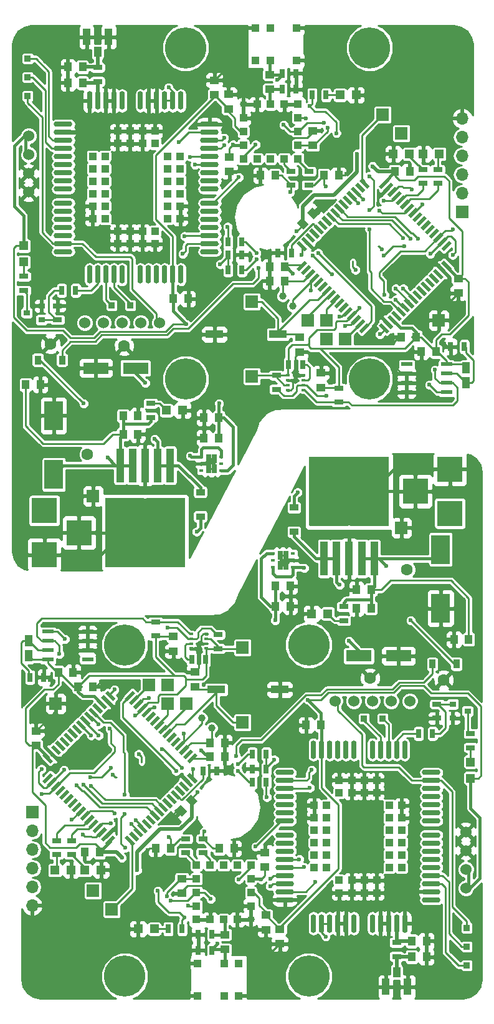
<source format=gbr>
G04 #@! TF.FileFunction,Copper,L1,Top,Signal*
%FSLAX46Y46*%
G04 Gerber Fmt 4.6, Leading zero omitted, Abs format (unit mm)*
G04 Created by KiCad (PCBNEW 4.0.7-e2-6376~58~ubuntu16.04.1) date Mon Sep 25 15:39:33 2017*
%MOMM*%
%LPD*%
G01*
G04 APERTURE LIST*
%ADD10C,0.100000*%
%ADD11R,1.700000X1.700000*%
%ADD12R,0.630000X0.450000*%
%ADD13R,0.750000X1.300000*%
%ADD14R,1.300000X0.700000*%
%ADD15R,1.200000X1.200000*%
%ADD16R,1.000000X1.250000*%
%ADD17R,0.500000X0.350000*%
%ADD18R,0.850000X0.850000*%
%ADD19R,1.250000X1.000000*%
%ADD20C,1.600000*%
%ADD21R,0.700000X1.300000*%
%ADD22R,1.200000X0.900000*%
%ADD23R,0.900000X0.800000*%
%ADD24C,5.600000*%
%ADD25R,1.000000X1.000000*%
%ADD26O,0.750000X2.500000*%
%ADD27O,2.500000X0.750000*%
%ADD28R,1.100000X4.600000*%
%ADD29R,10.800000X9.400000*%
%ADD30R,5.250000X4.550000*%
%ADD31C,1.000000*%
%ADD32O,1.000000X1.000000*%
%ADD33R,1.550000X0.600000*%
%ADD34C,1.524000*%
%ADD35R,2.440000X1.120000*%
%ADD36R,1.000000X1.524000*%
%ADD37R,1.000000X2.200000*%
%ADD38R,1.000000X1.400000*%
%ADD39R,3.500000X3.500000*%
%ADD40O,1.700000X1.700000*%
%ADD41R,0.900000X1.200000*%
%ADD42R,3.500000X1.600000*%
%ADD43R,2.500000X4.000000*%
%ADD44C,0.600000*%
%ADD45C,0.250000*%
%ADD46C,0.400000*%
%ADD47C,0.500000*%
%ADD48C,0.254000*%
G04 APERTURE END LIST*
D10*
D11*
X118110000Y-110744000D03*
X83820000Y-132080000D03*
X86360000Y-132080000D03*
X86360000Y-134620000D03*
X88900000Y-134620000D03*
D10*
G36*
X90065337Y-141332390D02*
X90418891Y-141685944D01*
X89358231Y-142746604D01*
X89004677Y-142393050D01*
X90065337Y-141332390D01*
X90065337Y-141332390D01*
G37*
G36*
X89499652Y-140766705D02*
X89853206Y-141120259D01*
X88792546Y-142180919D01*
X88438992Y-141827365D01*
X89499652Y-140766705D01*
X89499652Y-140766705D01*
G37*
G36*
X88933966Y-140201019D02*
X89287520Y-140554573D01*
X88226860Y-141615233D01*
X87873306Y-141261679D01*
X88933966Y-140201019D01*
X88933966Y-140201019D01*
G37*
G36*
X88368281Y-139635334D02*
X88721835Y-139988888D01*
X87661175Y-141049548D01*
X87307621Y-140695994D01*
X88368281Y-139635334D01*
X88368281Y-139635334D01*
G37*
G36*
X87802596Y-139069648D02*
X88156150Y-139423202D01*
X87095490Y-140483862D01*
X86741936Y-140130308D01*
X87802596Y-139069648D01*
X87802596Y-139069648D01*
G37*
G36*
X87236910Y-138503963D02*
X87590464Y-138857517D01*
X86529804Y-139918177D01*
X86176250Y-139564623D01*
X87236910Y-138503963D01*
X87236910Y-138503963D01*
G37*
G36*
X86671225Y-137938278D02*
X87024779Y-138291832D01*
X85964119Y-139352492D01*
X85610565Y-138998938D01*
X86671225Y-137938278D01*
X86671225Y-137938278D01*
G37*
G36*
X86105539Y-137372592D02*
X86459093Y-137726146D01*
X85398433Y-138786806D01*
X85044879Y-138433252D01*
X86105539Y-137372592D01*
X86105539Y-137372592D01*
G37*
G36*
X85539854Y-136806907D02*
X85893408Y-137160461D01*
X84832748Y-138221121D01*
X84479194Y-137867567D01*
X85539854Y-136806907D01*
X85539854Y-136806907D01*
G37*
G36*
X84974168Y-136241221D02*
X85327722Y-136594775D01*
X84267062Y-137655435D01*
X83913508Y-137301881D01*
X84974168Y-136241221D01*
X84974168Y-136241221D01*
G37*
G36*
X84408483Y-135675536D02*
X84762037Y-136029090D01*
X83701377Y-137089750D01*
X83347823Y-136736196D01*
X84408483Y-135675536D01*
X84408483Y-135675536D01*
G37*
G36*
X83842798Y-135109850D02*
X84196352Y-135463404D01*
X83135692Y-136524064D01*
X82782138Y-136170510D01*
X83842798Y-135109850D01*
X83842798Y-135109850D01*
G37*
G36*
X83277112Y-134544165D02*
X83630666Y-134897719D01*
X82570006Y-135958379D01*
X82216452Y-135604825D01*
X83277112Y-134544165D01*
X83277112Y-134544165D01*
G37*
G36*
X82711427Y-133978480D02*
X83064981Y-134332034D01*
X82004321Y-135392694D01*
X81650767Y-135039140D01*
X82711427Y-133978480D01*
X82711427Y-133978480D01*
G37*
G36*
X82145741Y-133412794D02*
X82499295Y-133766348D01*
X81438635Y-134827008D01*
X81085081Y-134473454D01*
X82145741Y-133412794D01*
X82145741Y-133412794D01*
G37*
G36*
X81580056Y-132847109D02*
X81933610Y-133200663D01*
X80872950Y-134261323D01*
X80519396Y-133907769D01*
X81580056Y-132847109D01*
X81580056Y-132847109D01*
G37*
G36*
X77832390Y-133200663D02*
X78185944Y-132847109D01*
X79246604Y-133907769D01*
X78893050Y-134261323D01*
X77832390Y-133200663D01*
X77832390Y-133200663D01*
G37*
G36*
X77266705Y-133766348D02*
X77620259Y-133412794D01*
X78680919Y-134473454D01*
X78327365Y-134827008D01*
X77266705Y-133766348D01*
X77266705Y-133766348D01*
G37*
G36*
X76701019Y-134332034D02*
X77054573Y-133978480D01*
X78115233Y-135039140D01*
X77761679Y-135392694D01*
X76701019Y-134332034D01*
X76701019Y-134332034D01*
G37*
G36*
X76135334Y-134897719D02*
X76488888Y-134544165D01*
X77549548Y-135604825D01*
X77195994Y-135958379D01*
X76135334Y-134897719D01*
X76135334Y-134897719D01*
G37*
G36*
X75569648Y-135463404D02*
X75923202Y-135109850D01*
X76983862Y-136170510D01*
X76630308Y-136524064D01*
X75569648Y-135463404D01*
X75569648Y-135463404D01*
G37*
G36*
X75003963Y-136029090D02*
X75357517Y-135675536D01*
X76418177Y-136736196D01*
X76064623Y-137089750D01*
X75003963Y-136029090D01*
X75003963Y-136029090D01*
G37*
G36*
X74438278Y-136594775D02*
X74791832Y-136241221D01*
X75852492Y-137301881D01*
X75498938Y-137655435D01*
X74438278Y-136594775D01*
X74438278Y-136594775D01*
G37*
G36*
X73872592Y-137160461D02*
X74226146Y-136806907D01*
X75286806Y-137867567D01*
X74933252Y-138221121D01*
X73872592Y-137160461D01*
X73872592Y-137160461D01*
G37*
G36*
X73306907Y-137726146D02*
X73660461Y-137372592D01*
X74721121Y-138433252D01*
X74367567Y-138786806D01*
X73306907Y-137726146D01*
X73306907Y-137726146D01*
G37*
G36*
X72741221Y-138291832D02*
X73094775Y-137938278D01*
X74155435Y-138998938D01*
X73801881Y-139352492D01*
X72741221Y-138291832D01*
X72741221Y-138291832D01*
G37*
G36*
X72175536Y-138857517D02*
X72529090Y-138503963D01*
X73589750Y-139564623D01*
X73236196Y-139918177D01*
X72175536Y-138857517D01*
X72175536Y-138857517D01*
G37*
G36*
X71609850Y-139423202D02*
X71963404Y-139069648D01*
X73024064Y-140130308D01*
X72670510Y-140483862D01*
X71609850Y-139423202D01*
X71609850Y-139423202D01*
G37*
G36*
X71044165Y-139988888D02*
X71397719Y-139635334D01*
X72458379Y-140695994D01*
X72104825Y-141049548D01*
X71044165Y-139988888D01*
X71044165Y-139988888D01*
G37*
G36*
X70478480Y-140554573D02*
X70832034Y-140201019D01*
X71892694Y-141261679D01*
X71539140Y-141615233D01*
X70478480Y-140554573D01*
X70478480Y-140554573D01*
G37*
G36*
X69912794Y-141120259D02*
X70266348Y-140766705D01*
X71327008Y-141827365D01*
X70973454Y-142180919D01*
X69912794Y-141120259D01*
X69912794Y-141120259D01*
G37*
G36*
X69347109Y-141685944D02*
X69700663Y-141332390D01*
X70761323Y-142393050D01*
X70407769Y-142746604D01*
X69347109Y-141685944D01*
X69347109Y-141685944D01*
G37*
G36*
X70407769Y-144019396D02*
X70761323Y-144372950D01*
X69700663Y-145433610D01*
X69347109Y-145080056D01*
X70407769Y-144019396D01*
X70407769Y-144019396D01*
G37*
G36*
X70973454Y-144585081D02*
X71327008Y-144938635D01*
X70266348Y-145999295D01*
X69912794Y-145645741D01*
X70973454Y-144585081D01*
X70973454Y-144585081D01*
G37*
G36*
X71539140Y-145150767D02*
X71892694Y-145504321D01*
X70832034Y-146564981D01*
X70478480Y-146211427D01*
X71539140Y-145150767D01*
X71539140Y-145150767D01*
G37*
G36*
X72104825Y-145716452D02*
X72458379Y-146070006D01*
X71397719Y-147130666D01*
X71044165Y-146777112D01*
X72104825Y-145716452D01*
X72104825Y-145716452D01*
G37*
G36*
X72670510Y-146282138D02*
X73024064Y-146635692D01*
X71963404Y-147696352D01*
X71609850Y-147342798D01*
X72670510Y-146282138D01*
X72670510Y-146282138D01*
G37*
G36*
X73236196Y-146847823D02*
X73589750Y-147201377D01*
X72529090Y-148262037D01*
X72175536Y-147908483D01*
X73236196Y-146847823D01*
X73236196Y-146847823D01*
G37*
G36*
X73801881Y-147413508D02*
X74155435Y-147767062D01*
X73094775Y-148827722D01*
X72741221Y-148474168D01*
X73801881Y-147413508D01*
X73801881Y-147413508D01*
G37*
G36*
X74367567Y-147979194D02*
X74721121Y-148332748D01*
X73660461Y-149393408D01*
X73306907Y-149039854D01*
X74367567Y-147979194D01*
X74367567Y-147979194D01*
G37*
G36*
X74933252Y-148544879D02*
X75286806Y-148898433D01*
X74226146Y-149959093D01*
X73872592Y-149605539D01*
X74933252Y-148544879D01*
X74933252Y-148544879D01*
G37*
G36*
X75498938Y-149110565D02*
X75852492Y-149464119D01*
X74791832Y-150524779D01*
X74438278Y-150171225D01*
X75498938Y-149110565D01*
X75498938Y-149110565D01*
G37*
G36*
X76064623Y-149676250D02*
X76418177Y-150029804D01*
X75357517Y-151090464D01*
X75003963Y-150736910D01*
X76064623Y-149676250D01*
X76064623Y-149676250D01*
G37*
G36*
X76630308Y-150241936D02*
X76983862Y-150595490D01*
X75923202Y-151656150D01*
X75569648Y-151302596D01*
X76630308Y-150241936D01*
X76630308Y-150241936D01*
G37*
G36*
X77195994Y-150807621D02*
X77549548Y-151161175D01*
X76488888Y-152221835D01*
X76135334Y-151868281D01*
X77195994Y-150807621D01*
X77195994Y-150807621D01*
G37*
G36*
X77761679Y-151373306D02*
X78115233Y-151726860D01*
X77054573Y-152787520D01*
X76701019Y-152433966D01*
X77761679Y-151373306D01*
X77761679Y-151373306D01*
G37*
G36*
X78327365Y-151938992D02*
X78680919Y-152292546D01*
X77620259Y-153353206D01*
X77266705Y-152999652D01*
X78327365Y-151938992D01*
X78327365Y-151938992D01*
G37*
G36*
X78893050Y-152504677D02*
X79246604Y-152858231D01*
X78185944Y-153918891D01*
X77832390Y-153565337D01*
X78893050Y-152504677D01*
X78893050Y-152504677D01*
G37*
G36*
X80519396Y-152858231D02*
X80872950Y-152504677D01*
X81933610Y-153565337D01*
X81580056Y-153918891D01*
X80519396Y-152858231D01*
X80519396Y-152858231D01*
G37*
G36*
X81085081Y-152292546D02*
X81438635Y-151938992D01*
X82499295Y-152999652D01*
X82145741Y-153353206D01*
X81085081Y-152292546D01*
X81085081Y-152292546D01*
G37*
G36*
X81650767Y-151726860D02*
X82004321Y-151373306D01*
X83064981Y-152433966D01*
X82711427Y-152787520D01*
X81650767Y-151726860D01*
X81650767Y-151726860D01*
G37*
G36*
X82216452Y-151161175D02*
X82570006Y-150807621D01*
X83630666Y-151868281D01*
X83277112Y-152221835D01*
X82216452Y-151161175D01*
X82216452Y-151161175D01*
G37*
G36*
X82782138Y-150595490D02*
X83135692Y-150241936D01*
X84196352Y-151302596D01*
X83842798Y-151656150D01*
X82782138Y-150595490D01*
X82782138Y-150595490D01*
G37*
G36*
X83347823Y-150029804D02*
X83701377Y-149676250D01*
X84762037Y-150736910D01*
X84408483Y-151090464D01*
X83347823Y-150029804D01*
X83347823Y-150029804D01*
G37*
G36*
X83913508Y-149464119D02*
X84267062Y-149110565D01*
X85327722Y-150171225D01*
X84974168Y-150524779D01*
X83913508Y-149464119D01*
X83913508Y-149464119D01*
G37*
G36*
X84479194Y-148898433D02*
X84832748Y-148544879D01*
X85893408Y-149605539D01*
X85539854Y-149959093D01*
X84479194Y-148898433D01*
X84479194Y-148898433D01*
G37*
G36*
X85044879Y-148332748D02*
X85398433Y-147979194D01*
X86459093Y-149039854D01*
X86105539Y-149393408D01*
X85044879Y-148332748D01*
X85044879Y-148332748D01*
G37*
G36*
X85610565Y-147767062D02*
X85964119Y-147413508D01*
X87024779Y-148474168D01*
X86671225Y-148827722D01*
X85610565Y-147767062D01*
X85610565Y-147767062D01*
G37*
G36*
X86176250Y-147201377D02*
X86529804Y-146847823D01*
X87590464Y-147908483D01*
X87236910Y-148262037D01*
X86176250Y-147201377D01*
X86176250Y-147201377D01*
G37*
G36*
X86741936Y-146635692D02*
X87095490Y-146282138D01*
X88156150Y-147342798D01*
X87802596Y-147696352D01*
X86741936Y-146635692D01*
X86741936Y-146635692D01*
G37*
G36*
X87307621Y-146070006D02*
X87661175Y-145716452D01*
X88721835Y-146777112D01*
X88368281Y-147130666D01*
X87307621Y-146070006D01*
X87307621Y-146070006D01*
G37*
G36*
X87873306Y-145504321D02*
X88226860Y-145150767D01*
X89287520Y-146211427D01*
X88933966Y-146564981D01*
X87873306Y-145504321D01*
X87873306Y-145504321D01*
G37*
G36*
X88438992Y-144938635D02*
X88792546Y-144585081D01*
X89853206Y-145645741D01*
X89499652Y-145999295D01*
X88438992Y-144938635D01*
X88438992Y-144938635D01*
G37*
G36*
X89004677Y-144372950D02*
X89358231Y-144019396D01*
X90418891Y-145080056D01*
X90065337Y-145433610D01*
X89004677Y-144372950D01*
X89004677Y-144372950D01*
G37*
D12*
X103360000Y-116090000D03*
X103360000Y-115140000D03*
X103360000Y-114190000D03*
X100680000Y-114190000D03*
X100680000Y-115140000D03*
X100680000Y-116090000D03*
D13*
X101645000Y-114490000D03*
X101645000Y-115790000D03*
X102395000Y-114490000D03*
X102395000Y-115790000D03*
D14*
X71247000Y-155128000D03*
X71247000Y-153228000D03*
X73279000Y-155128000D03*
X73279000Y-153228000D03*
D15*
X71036000Y-157226000D03*
X73236000Y-157226000D03*
X75100000Y-157226000D03*
X77300000Y-157226000D03*
D16*
X73491600Y-130378200D03*
X71491600Y-130378200D03*
D17*
X89539000Y-127127000D03*
X89539000Y-126477000D03*
X89539000Y-125827000D03*
X89539000Y-125177000D03*
X91589000Y-125177000D03*
X91589000Y-125827000D03*
X91589000Y-126477000D03*
X91589000Y-127127000D03*
D18*
X127000000Y-165100000D03*
D19*
X90043000Y-130318000D03*
X90043000Y-132318000D03*
D20*
X113872000Y-131158000D03*
X123872000Y-131408000D03*
X118872000Y-116408000D03*
D21*
X93025000Y-143764000D03*
X91125000Y-143764000D03*
D16*
X92091000Y-141859000D03*
X94091000Y-141859000D03*
X92091000Y-139954000D03*
X94091000Y-139954000D03*
D11*
X96520000Y-137160000D03*
X76200000Y-160020000D03*
X71120000Y-134620000D03*
X78740000Y-162560000D03*
X96520000Y-127000000D03*
D14*
X122936000Y-136586000D03*
X122936000Y-134686000D03*
D21*
X97856000Y-143510000D03*
X99756000Y-143510000D03*
X97856000Y-141478000D03*
X99756000Y-141478000D03*
X97856000Y-145288000D03*
X99756000Y-145288000D03*
D22*
X103520000Y-111290000D03*
X103520000Y-107990000D03*
D19*
X88265000Y-158385000D03*
X88265000Y-160385000D03*
X99695000Y-163338000D03*
X99695000Y-165338000D03*
X101600000Y-165243000D03*
X101600000Y-167243000D03*
D16*
X75073000Y-154813000D03*
X77073000Y-154813000D03*
D19*
X68453000Y-140319000D03*
X68453000Y-138319000D03*
D16*
X74184000Y-132334000D03*
X76184000Y-132334000D03*
D10*
G36*
X88281281Y-149965602D02*
X87397398Y-149081719D01*
X88104505Y-148374612D01*
X88988388Y-149258495D01*
X88281281Y-149965602D01*
X88281281Y-149965602D01*
G37*
G36*
X89695495Y-148551388D02*
X88811612Y-147667505D01*
X89518719Y-146960398D01*
X90402602Y-147844281D01*
X89695495Y-148551388D01*
X89695495Y-148551388D01*
G37*
D23*
X125111000Y-134686000D03*
X125111000Y-136586000D03*
X127111000Y-135636000D03*
D21*
X120462000Y-138684000D03*
X122362000Y-138684000D03*
D24*
X105520000Y-126640000D03*
X80520000Y-171640000D03*
X105520000Y-171640000D03*
X80520000Y-126640000D03*
D25*
X113064000Y-145023000D03*
X114764000Y-145023000D03*
X114764000Y-146723000D03*
X113064000Y-146723000D03*
X113064000Y-160323000D03*
X113064000Y-158623000D03*
X114764000Y-160323000D03*
X114764000Y-158623000D03*
X118164000Y-148423000D03*
X116464000Y-148423000D03*
X118164000Y-150123000D03*
X116464000Y-150123000D03*
X118164000Y-151823000D03*
X116464000Y-151823000D03*
X118164000Y-153523000D03*
X116464000Y-153523000D03*
X118164000Y-155223000D03*
X116464000Y-155223000D03*
X118164000Y-156923000D03*
D26*
X106164000Y-140873000D03*
X107264000Y-140873000D03*
X108364000Y-140873000D03*
X109464000Y-140873000D03*
X110564000Y-140873000D03*
X111664000Y-140873000D03*
X114164000Y-140873000D03*
X115264000Y-140873000D03*
X116364000Y-140873000D03*
X117464000Y-140873000D03*
X118564000Y-140873000D03*
D27*
X102264000Y-143973000D03*
X102264000Y-145073000D03*
X102264000Y-146173000D03*
X102264000Y-147273000D03*
X102264000Y-148373000D03*
X102264000Y-149473000D03*
X102264000Y-150573000D03*
X102264000Y-152473000D03*
X102264000Y-153573000D03*
X102264000Y-154673000D03*
X102264000Y-155773000D03*
X102264000Y-156873000D03*
X102264000Y-157973000D03*
X102264000Y-159073000D03*
X102264000Y-160173000D03*
X102264000Y-161273000D03*
D26*
X118564000Y-164473000D03*
X117464000Y-164473000D03*
X116364000Y-164473000D03*
X115264000Y-164473000D03*
X114164000Y-164473000D03*
X111664000Y-164473000D03*
X110564000Y-164473000D03*
X109464000Y-164473000D03*
X108364000Y-164473000D03*
X107264000Y-164473000D03*
X106164000Y-164473000D03*
D27*
X122164000Y-161273000D03*
X122164000Y-160173000D03*
X122164000Y-159073000D03*
X122164000Y-157973000D03*
X122164000Y-156873000D03*
X122164000Y-155773000D03*
X122164000Y-154673000D03*
X122164000Y-153573000D03*
X122164000Y-152473000D03*
X122164000Y-150573000D03*
X122164000Y-149473000D03*
X122164000Y-148373000D03*
X122164000Y-147273000D03*
X122164000Y-146173000D03*
X122164000Y-145073000D03*
X122164000Y-143973000D03*
D25*
X107964000Y-156923000D03*
X106264000Y-156923000D03*
X107964000Y-155223000D03*
X106264000Y-155223000D03*
X107964000Y-153523000D03*
X106264000Y-153523000D03*
X107964000Y-151823000D03*
X106264000Y-151823000D03*
X107964000Y-150123000D03*
X106264000Y-150123000D03*
X107964000Y-148423000D03*
X106264000Y-148423000D03*
X109664000Y-158623000D03*
X109664000Y-160323000D03*
X111364000Y-158623000D03*
X111364000Y-160323000D03*
X111364000Y-146723000D03*
X109664000Y-146723000D03*
X109664000Y-145023000D03*
X111364000Y-145023000D03*
X116464000Y-156923000D03*
D15*
X127520000Y-144740000D03*
X127520000Y-142540000D03*
D14*
X117475000Y-168971000D03*
X117475000Y-167071000D03*
X127520000Y-138690000D03*
X127520000Y-140590000D03*
D28*
X107620000Y-114915000D03*
X109320000Y-114915000D03*
X111020000Y-114915000D03*
X112720000Y-114915000D03*
X114420000Y-114915000D03*
D29*
X111020000Y-105765000D03*
D30*
X113795000Y-103340000D03*
X108245000Y-108190000D03*
X108245000Y-103340000D03*
X113795000Y-108190000D03*
D31*
X92329000Y-137922000D03*
X90985497Y-136578497D03*
D25*
X96012000Y-169926000D03*
X94012000Y-169926000D03*
X90412000Y-169926000D03*
X90412000Y-174326000D03*
X94012000Y-174326000D03*
X96012000Y-174326000D03*
D32*
X97663000Y-163957000D03*
D25*
X95813000Y-163957000D03*
X93963000Y-163957000D03*
X90263000Y-163957000D03*
X92113000Y-163957000D03*
X90263000Y-162107000D03*
X90263000Y-160257000D03*
X90263000Y-158407000D03*
X90263000Y-156557000D03*
X92113000Y-156557000D03*
X93963000Y-156557000D03*
X95813000Y-156557000D03*
X97663000Y-156557000D03*
X97663000Y-158407000D03*
X97663000Y-160257000D03*
X97663000Y-162107000D03*
D33*
X75471000Y-128651000D03*
X75471000Y-127381000D03*
X75471000Y-126111000D03*
X75471000Y-124841000D03*
X70071000Y-124841000D03*
X70071000Y-126111000D03*
X70071000Y-127381000D03*
X70071000Y-128651000D03*
D34*
X126860300Y-159651700D03*
X126860300Y-157111700D03*
X126860300Y-154571700D03*
X126860300Y-152031700D03*
X119240300Y-134251700D03*
X116700300Y-134251700D03*
X114160300Y-134251700D03*
X111620300Y-134251700D03*
X109080300Y-134251700D03*
D35*
X101587000Y-132715000D03*
X92977000Y-132715000D03*
D36*
X67437000Y-126111000D03*
X67437000Y-128143000D03*
D21*
X89613700Y-128625600D03*
X91513700Y-128625600D03*
D14*
X84709000Y-123510000D03*
X84709000Y-125410000D03*
X93192600Y-125249900D03*
X93192600Y-127149900D03*
X110270000Y-121440000D03*
X110270000Y-123340000D03*
D21*
X67630000Y-131038600D03*
X69530000Y-131038600D03*
X88326000Y-165227000D03*
X86426000Y-165227000D03*
D37*
X118975000Y-173101000D03*
D38*
X117475000Y-171101000D03*
D37*
X115975000Y-173101000D03*
D21*
X90490000Y-165989000D03*
X92390000Y-165989000D03*
X90490000Y-168148000D03*
X92390000Y-168148000D03*
D14*
X88773000Y-154874000D03*
X88773000Y-152974000D03*
X91186000Y-154874000D03*
X91186000Y-152974000D03*
D39*
X124720000Y-108780000D03*
X124720000Y-102780000D03*
X120020000Y-105780000D03*
D11*
X67945000Y-149352000D03*
D40*
X67945000Y-151892000D03*
X67945000Y-154432000D03*
X67945000Y-156972000D03*
X67945000Y-159512000D03*
X67945000Y-162052000D03*
D18*
X113030000Y-136652000D03*
X115570000Y-136652000D03*
X127000000Y-167640000D03*
X127000000Y-170180000D03*
D15*
X108120000Y-122390000D03*
X105920000Y-122390000D03*
X84539000Y-165227000D03*
X82339000Y-165227000D03*
D41*
X122320000Y-129240000D03*
X125620000Y-129240000D03*
D19*
X94107000Y-168005000D03*
X94107000Y-166005000D03*
D16*
X114020000Y-119140000D03*
X112020000Y-119140000D03*
X114020000Y-121640000D03*
X112020000Y-121640000D03*
X101020000Y-118640000D03*
X103020000Y-118640000D03*
X101020000Y-121390000D03*
X103020000Y-121390000D03*
D19*
X87122000Y-125492000D03*
X87122000Y-127492000D03*
D42*
X112320000Y-128140000D03*
X117720000Y-128140000D03*
D16*
X86725000Y-154305000D03*
X84725000Y-154305000D03*
X93361000Y-154305000D03*
X95361000Y-154305000D03*
X127270000Y-125890000D03*
X125270000Y-125890000D03*
D19*
X99568000Y-156829000D03*
X99568000Y-154829000D03*
D16*
X121523000Y-169037000D03*
X119523000Y-169037000D03*
X121523000Y-166878000D03*
X119523000Y-166878000D03*
X107172000Y-137541000D03*
X105172000Y-137541000D03*
D43*
X123450000Y-113670000D03*
X123450000Y-121670000D03*
X70860000Y-103500000D03*
X70860000Y-95500000D03*
D16*
X87138000Y-79629000D03*
X89138000Y-79629000D03*
X72787000Y-50292000D03*
X74787000Y-50292000D03*
X72787000Y-48133000D03*
X74787000Y-48133000D03*
D19*
X94742000Y-60341000D03*
X94742000Y-62341000D03*
D16*
X67040000Y-91280000D03*
X69040000Y-91280000D03*
X100949000Y-62865000D03*
X98949000Y-62865000D03*
X107585000Y-62865000D03*
X109585000Y-62865000D03*
D42*
X81990000Y-89030000D03*
X76590000Y-89030000D03*
D19*
X107188000Y-91678000D03*
X107188000Y-89678000D03*
D16*
X93290000Y-95780000D03*
X91290000Y-95780000D03*
X93290000Y-98530000D03*
X91290000Y-98530000D03*
X80290000Y-95530000D03*
X82290000Y-95530000D03*
X80290000Y-98030000D03*
X82290000Y-98030000D03*
D19*
X100203000Y-49165000D03*
X100203000Y-51165000D03*
D41*
X71990000Y-87930000D03*
X68690000Y-87930000D03*
D15*
X109771000Y-51943000D03*
X111971000Y-51943000D03*
X86190000Y-94780000D03*
X88390000Y-94780000D03*
D18*
X67310000Y-46990000D03*
X67310000Y-49530000D03*
X78740000Y-80518000D03*
X81280000Y-80518000D03*
D11*
X126365000Y-67818000D03*
D40*
X126365000Y-65278000D03*
X126365000Y-62738000D03*
X126365000Y-60198000D03*
X126365000Y-57658000D03*
X126365000Y-55118000D03*
D39*
X69590000Y-108390000D03*
X69590000Y-114390000D03*
X74290000Y-111390000D03*
D14*
X103124000Y-62296000D03*
X103124000Y-64196000D03*
X105537000Y-62296000D03*
X105537000Y-64196000D03*
D21*
X103820000Y-49022000D03*
X101920000Y-49022000D03*
X103820000Y-51181000D03*
X101920000Y-51181000D03*
D37*
X75335000Y-44069000D03*
D38*
X76835000Y-46069000D03*
D37*
X78335000Y-44069000D03*
D21*
X105984000Y-51943000D03*
X107884000Y-51943000D03*
X126680000Y-86131400D03*
X124780000Y-86131400D03*
D14*
X84040000Y-95730000D03*
X84040000Y-93830000D03*
X101117400Y-91920100D03*
X101117400Y-90020100D03*
X109601000Y-93660000D03*
X109601000Y-91760000D03*
D21*
X104696300Y-88544400D03*
X102796300Y-88544400D03*
D36*
X126873000Y-91059000D03*
X126873000Y-89027000D03*
D35*
X92723000Y-84455000D03*
X101333000Y-84455000D03*
D34*
X67449700Y-57518300D03*
X67449700Y-60058300D03*
X67449700Y-62598300D03*
X67449700Y-65138300D03*
X75069700Y-82918300D03*
X77609700Y-82918300D03*
X80149700Y-82918300D03*
X82689700Y-82918300D03*
X85229700Y-82918300D03*
D33*
X118839000Y-88519000D03*
X118839000Y-89789000D03*
X118839000Y-91059000D03*
X118839000Y-92329000D03*
X124239000Y-92329000D03*
X124239000Y-91059000D03*
X124239000Y-89789000D03*
X124239000Y-88519000D03*
D32*
X96647000Y-53213000D03*
D25*
X98497000Y-53213000D03*
X100347000Y-53213000D03*
X104047000Y-53213000D03*
X102197000Y-53213000D03*
X104047000Y-55063000D03*
X104047000Y-56913000D03*
X104047000Y-58763000D03*
X104047000Y-60613000D03*
X102197000Y-60613000D03*
X100347000Y-60613000D03*
X98497000Y-60613000D03*
X96647000Y-60613000D03*
X96647000Y-58763000D03*
X96647000Y-56913000D03*
X96647000Y-55063000D03*
X98298000Y-47244000D03*
X100298000Y-47244000D03*
X103898000Y-47244000D03*
X103898000Y-42844000D03*
X100298000Y-42844000D03*
X98298000Y-42844000D03*
D31*
X101981000Y-79248000D03*
X103324503Y-80591503D03*
D28*
X86690000Y-102255000D03*
X84990000Y-102255000D03*
X83290000Y-102255000D03*
X81590000Y-102255000D03*
X79890000Y-102255000D03*
D29*
X83290000Y-111405000D03*
D30*
X80515000Y-113830000D03*
X86065000Y-108980000D03*
X86065000Y-113830000D03*
X80515000Y-108980000D03*
D14*
X66790000Y-78480000D03*
X66790000Y-76580000D03*
X76835000Y-48199000D03*
X76835000Y-50099000D03*
D15*
X66790000Y-72430000D03*
X66790000Y-74630000D03*
D25*
X81246000Y-72147000D03*
X79546000Y-72147000D03*
X79546000Y-70447000D03*
X81246000Y-70447000D03*
X81246000Y-56847000D03*
X81246000Y-58547000D03*
X79546000Y-56847000D03*
X79546000Y-58547000D03*
X76146000Y-68747000D03*
X77846000Y-68747000D03*
X76146000Y-67047000D03*
X77846000Y-67047000D03*
X76146000Y-65347000D03*
X77846000Y-65347000D03*
X76146000Y-63647000D03*
X77846000Y-63647000D03*
X76146000Y-61947000D03*
X77846000Y-61947000D03*
X76146000Y-60247000D03*
D26*
X88146000Y-76297000D03*
X87046000Y-76297000D03*
X85946000Y-76297000D03*
X84846000Y-76297000D03*
X83746000Y-76297000D03*
X82646000Y-76297000D03*
X80146000Y-76297000D03*
X79046000Y-76297000D03*
X77946000Y-76297000D03*
X76846000Y-76297000D03*
X75746000Y-76297000D03*
D27*
X92046000Y-73197000D03*
X92046000Y-72097000D03*
X92046000Y-70997000D03*
X92046000Y-69897000D03*
X92046000Y-68797000D03*
X92046000Y-67697000D03*
X92046000Y-66597000D03*
X92046000Y-64697000D03*
X92046000Y-63597000D03*
X92046000Y-62497000D03*
X92046000Y-61397000D03*
X92046000Y-60297000D03*
X92046000Y-59197000D03*
X92046000Y-58097000D03*
X92046000Y-56997000D03*
X92046000Y-55897000D03*
D26*
X75746000Y-52697000D03*
X76846000Y-52697000D03*
X77946000Y-52697000D03*
X79046000Y-52697000D03*
X80146000Y-52697000D03*
X82646000Y-52697000D03*
X83746000Y-52697000D03*
X84846000Y-52697000D03*
X85946000Y-52697000D03*
X87046000Y-52697000D03*
X88146000Y-52697000D03*
D27*
X72146000Y-55897000D03*
X72146000Y-56997000D03*
X72146000Y-58097000D03*
X72146000Y-59197000D03*
X72146000Y-60297000D03*
X72146000Y-61397000D03*
X72146000Y-62497000D03*
X72146000Y-63597000D03*
X72146000Y-64697000D03*
X72146000Y-66597000D03*
X72146000Y-67697000D03*
X72146000Y-68797000D03*
X72146000Y-69897000D03*
X72146000Y-70997000D03*
X72146000Y-72097000D03*
X72146000Y-73197000D03*
D25*
X86346000Y-60247000D03*
X88046000Y-60247000D03*
X86346000Y-61947000D03*
X88046000Y-61947000D03*
X86346000Y-63647000D03*
X88046000Y-63647000D03*
X86346000Y-65347000D03*
X88046000Y-65347000D03*
X86346000Y-67047000D03*
X88046000Y-67047000D03*
X86346000Y-68747000D03*
X88046000Y-68747000D03*
X84646000Y-58547000D03*
X84646000Y-56847000D03*
X82946000Y-58547000D03*
X82946000Y-56847000D03*
X82946000Y-70447000D03*
X84646000Y-70447000D03*
X84646000Y-72147000D03*
X82946000Y-72147000D03*
X77846000Y-60247000D03*
D24*
X113790000Y-90530000D03*
X88790000Y-45530000D03*
X113790000Y-45530000D03*
X88790000Y-90530000D03*
D21*
X73848000Y-78486000D03*
X71948000Y-78486000D03*
D23*
X69199000Y-82484000D03*
X69199000Y-80584000D03*
X67199000Y-81534000D03*
D10*
G36*
X106028719Y-67204398D02*
X106912602Y-68088281D01*
X106205495Y-68795388D01*
X105321612Y-67911505D01*
X106028719Y-67204398D01*
X106028719Y-67204398D01*
G37*
G36*
X104614505Y-68618612D02*
X105498388Y-69502495D01*
X104791281Y-70209602D01*
X103907398Y-69325719D01*
X104614505Y-68618612D01*
X104614505Y-68618612D01*
G37*
D16*
X120126000Y-84836000D03*
X118126000Y-84836000D03*
D19*
X125857000Y-76851000D03*
X125857000Y-78851000D03*
D16*
X119237000Y-62357000D03*
X117237000Y-62357000D03*
D19*
X92710000Y-51927000D03*
X92710000Y-49927000D03*
X94615000Y-53832000D03*
X94615000Y-51832000D03*
X106045000Y-58785000D03*
X106045000Y-56785000D03*
D22*
X90790000Y-105880000D03*
X90790000Y-109180000D03*
D21*
X96454000Y-71882000D03*
X94554000Y-71882000D03*
X96454000Y-75692000D03*
X94554000Y-75692000D03*
X96454000Y-73660000D03*
X94554000Y-73660000D03*
D14*
X71374000Y-80584000D03*
X71374000Y-82484000D03*
D11*
X97790000Y-90170000D03*
X115570000Y-54610000D03*
X123190000Y-82550000D03*
X118110000Y-57150000D03*
X97790000Y-80010000D03*
D16*
X102219000Y-77216000D03*
X100219000Y-77216000D03*
X102219000Y-75311000D03*
X100219000Y-75311000D03*
D21*
X101285000Y-73406000D03*
X103185000Y-73406000D03*
D20*
X80438000Y-86012000D03*
X70438000Y-85762000D03*
X75438000Y-100762000D03*
D19*
X104267000Y-86852000D03*
X104267000Y-84852000D03*
D18*
X67310000Y-52070000D03*
D17*
X104771000Y-90043000D03*
X104771000Y-90693000D03*
X104771000Y-91343000D03*
X104771000Y-91993000D03*
X102721000Y-91993000D03*
X102721000Y-91343000D03*
X102721000Y-90693000D03*
X102721000Y-90043000D03*
D16*
X120818400Y-86791800D03*
X122818400Y-86791800D03*
D15*
X119210000Y-59944000D03*
X117010000Y-59944000D03*
X123274000Y-59944000D03*
X121074000Y-59944000D03*
D14*
X121031000Y-62042000D03*
X121031000Y-63942000D03*
X123063000Y-62042000D03*
X123063000Y-63942000D03*
D12*
X90950000Y-101080000D03*
X90950000Y-102030000D03*
X90950000Y-102980000D03*
X93630000Y-102980000D03*
X93630000Y-102030000D03*
X93630000Y-101080000D03*
D13*
X92665000Y-102680000D03*
X92665000Y-101380000D03*
X91915000Y-102680000D03*
X91915000Y-101380000D03*
D10*
G36*
X104244663Y-75837610D02*
X103891109Y-75484056D01*
X104951769Y-74423396D01*
X105305323Y-74776950D01*
X104244663Y-75837610D01*
X104244663Y-75837610D01*
G37*
G36*
X104810348Y-76403295D02*
X104456794Y-76049741D01*
X105517454Y-74989081D01*
X105871008Y-75342635D01*
X104810348Y-76403295D01*
X104810348Y-76403295D01*
G37*
G36*
X105376034Y-76968981D02*
X105022480Y-76615427D01*
X106083140Y-75554767D01*
X106436694Y-75908321D01*
X105376034Y-76968981D01*
X105376034Y-76968981D01*
G37*
G36*
X105941719Y-77534666D02*
X105588165Y-77181112D01*
X106648825Y-76120452D01*
X107002379Y-76474006D01*
X105941719Y-77534666D01*
X105941719Y-77534666D01*
G37*
G36*
X106507404Y-78100352D02*
X106153850Y-77746798D01*
X107214510Y-76686138D01*
X107568064Y-77039692D01*
X106507404Y-78100352D01*
X106507404Y-78100352D01*
G37*
G36*
X107073090Y-78666037D02*
X106719536Y-78312483D01*
X107780196Y-77251823D01*
X108133750Y-77605377D01*
X107073090Y-78666037D01*
X107073090Y-78666037D01*
G37*
G36*
X107638775Y-79231722D02*
X107285221Y-78878168D01*
X108345881Y-77817508D01*
X108699435Y-78171062D01*
X107638775Y-79231722D01*
X107638775Y-79231722D01*
G37*
G36*
X108204461Y-79797408D02*
X107850907Y-79443854D01*
X108911567Y-78383194D01*
X109265121Y-78736748D01*
X108204461Y-79797408D01*
X108204461Y-79797408D01*
G37*
G36*
X108770146Y-80363093D02*
X108416592Y-80009539D01*
X109477252Y-78948879D01*
X109830806Y-79302433D01*
X108770146Y-80363093D01*
X108770146Y-80363093D01*
G37*
G36*
X109335832Y-80928779D02*
X108982278Y-80575225D01*
X110042938Y-79514565D01*
X110396492Y-79868119D01*
X109335832Y-80928779D01*
X109335832Y-80928779D01*
G37*
G36*
X109901517Y-81494464D02*
X109547963Y-81140910D01*
X110608623Y-80080250D01*
X110962177Y-80433804D01*
X109901517Y-81494464D01*
X109901517Y-81494464D01*
G37*
G36*
X110467202Y-82060150D02*
X110113648Y-81706596D01*
X111174308Y-80645936D01*
X111527862Y-80999490D01*
X110467202Y-82060150D01*
X110467202Y-82060150D01*
G37*
G36*
X111032888Y-82625835D02*
X110679334Y-82272281D01*
X111739994Y-81211621D01*
X112093548Y-81565175D01*
X111032888Y-82625835D01*
X111032888Y-82625835D01*
G37*
G36*
X111598573Y-83191520D02*
X111245019Y-82837966D01*
X112305679Y-81777306D01*
X112659233Y-82130860D01*
X111598573Y-83191520D01*
X111598573Y-83191520D01*
G37*
G36*
X112164259Y-83757206D02*
X111810705Y-83403652D01*
X112871365Y-82342992D01*
X113224919Y-82696546D01*
X112164259Y-83757206D01*
X112164259Y-83757206D01*
G37*
G36*
X112729944Y-84322891D02*
X112376390Y-83969337D01*
X113437050Y-82908677D01*
X113790604Y-83262231D01*
X112729944Y-84322891D01*
X112729944Y-84322891D01*
G37*
G36*
X116477610Y-83969337D02*
X116124056Y-84322891D01*
X115063396Y-83262231D01*
X115416950Y-82908677D01*
X116477610Y-83969337D01*
X116477610Y-83969337D01*
G37*
G36*
X117043295Y-83403652D02*
X116689741Y-83757206D01*
X115629081Y-82696546D01*
X115982635Y-82342992D01*
X117043295Y-83403652D01*
X117043295Y-83403652D01*
G37*
G36*
X117608981Y-82837966D02*
X117255427Y-83191520D01*
X116194767Y-82130860D01*
X116548321Y-81777306D01*
X117608981Y-82837966D01*
X117608981Y-82837966D01*
G37*
G36*
X118174666Y-82272281D02*
X117821112Y-82625835D01*
X116760452Y-81565175D01*
X117114006Y-81211621D01*
X118174666Y-82272281D01*
X118174666Y-82272281D01*
G37*
G36*
X118740352Y-81706596D02*
X118386798Y-82060150D01*
X117326138Y-80999490D01*
X117679692Y-80645936D01*
X118740352Y-81706596D01*
X118740352Y-81706596D01*
G37*
G36*
X119306037Y-81140910D02*
X118952483Y-81494464D01*
X117891823Y-80433804D01*
X118245377Y-80080250D01*
X119306037Y-81140910D01*
X119306037Y-81140910D01*
G37*
G36*
X119871722Y-80575225D02*
X119518168Y-80928779D01*
X118457508Y-79868119D01*
X118811062Y-79514565D01*
X119871722Y-80575225D01*
X119871722Y-80575225D01*
G37*
G36*
X120437408Y-80009539D02*
X120083854Y-80363093D01*
X119023194Y-79302433D01*
X119376748Y-78948879D01*
X120437408Y-80009539D01*
X120437408Y-80009539D01*
G37*
G36*
X121003093Y-79443854D02*
X120649539Y-79797408D01*
X119588879Y-78736748D01*
X119942433Y-78383194D01*
X121003093Y-79443854D01*
X121003093Y-79443854D01*
G37*
G36*
X121568779Y-78878168D02*
X121215225Y-79231722D01*
X120154565Y-78171062D01*
X120508119Y-77817508D01*
X121568779Y-78878168D01*
X121568779Y-78878168D01*
G37*
G36*
X122134464Y-78312483D02*
X121780910Y-78666037D01*
X120720250Y-77605377D01*
X121073804Y-77251823D01*
X122134464Y-78312483D01*
X122134464Y-78312483D01*
G37*
G36*
X122700150Y-77746798D02*
X122346596Y-78100352D01*
X121285936Y-77039692D01*
X121639490Y-76686138D01*
X122700150Y-77746798D01*
X122700150Y-77746798D01*
G37*
G36*
X123265835Y-77181112D02*
X122912281Y-77534666D01*
X121851621Y-76474006D01*
X122205175Y-76120452D01*
X123265835Y-77181112D01*
X123265835Y-77181112D01*
G37*
G36*
X123831520Y-76615427D02*
X123477966Y-76968981D01*
X122417306Y-75908321D01*
X122770860Y-75554767D01*
X123831520Y-76615427D01*
X123831520Y-76615427D01*
G37*
G36*
X124397206Y-76049741D02*
X124043652Y-76403295D01*
X122982992Y-75342635D01*
X123336546Y-74989081D01*
X124397206Y-76049741D01*
X124397206Y-76049741D01*
G37*
G36*
X124962891Y-75484056D02*
X124609337Y-75837610D01*
X123548677Y-74776950D01*
X123902231Y-74423396D01*
X124962891Y-75484056D01*
X124962891Y-75484056D01*
G37*
G36*
X123902231Y-73150604D02*
X123548677Y-72797050D01*
X124609337Y-71736390D01*
X124962891Y-72089944D01*
X123902231Y-73150604D01*
X123902231Y-73150604D01*
G37*
G36*
X123336546Y-72584919D02*
X122982992Y-72231365D01*
X124043652Y-71170705D01*
X124397206Y-71524259D01*
X123336546Y-72584919D01*
X123336546Y-72584919D01*
G37*
G36*
X122770860Y-72019233D02*
X122417306Y-71665679D01*
X123477966Y-70605019D01*
X123831520Y-70958573D01*
X122770860Y-72019233D01*
X122770860Y-72019233D01*
G37*
G36*
X122205175Y-71453548D02*
X121851621Y-71099994D01*
X122912281Y-70039334D01*
X123265835Y-70392888D01*
X122205175Y-71453548D01*
X122205175Y-71453548D01*
G37*
G36*
X121639490Y-70887862D02*
X121285936Y-70534308D01*
X122346596Y-69473648D01*
X122700150Y-69827202D01*
X121639490Y-70887862D01*
X121639490Y-70887862D01*
G37*
G36*
X121073804Y-70322177D02*
X120720250Y-69968623D01*
X121780910Y-68907963D01*
X122134464Y-69261517D01*
X121073804Y-70322177D01*
X121073804Y-70322177D01*
G37*
G36*
X120508119Y-69756492D02*
X120154565Y-69402938D01*
X121215225Y-68342278D01*
X121568779Y-68695832D01*
X120508119Y-69756492D01*
X120508119Y-69756492D01*
G37*
G36*
X119942433Y-69190806D02*
X119588879Y-68837252D01*
X120649539Y-67776592D01*
X121003093Y-68130146D01*
X119942433Y-69190806D01*
X119942433Y-69190806D01*
G37*
G36*
X119376748Y-68625121D02*
X119023194Y-68271567D01*
X120083854Y-67210907D01*
X120437408Y-67564461D01*
X119376748Y-68625121D01*
X119376748Y-68625121D01*
G37*
G36*
X118811062Y-68059435D02*
X118457508Y-67705881D01*
X119518168Y-66645221D01*
X119871722Y-66998775D01*
X118811062Y-68059435D01*
X118811062Y-68059435D01*
G37*
G36*
X118245377Y-67493750D02*
X117891823Y-67140196D01*
X118952483Y-66079536D01*
X119306037Y-66433090D01*
X118245377Y-67493750D01*
X118245377Y-67493750D01*
G37*
G36*
X117679692Y-66928064D02*
X117326138Y-66574510D01*
X118386798Y-65513850D01*
X118740352Y-65867404D01*
X117679692Y-66928064D01*
X117679692Y-66928064D01*
G37*
G36*
X117114006Y-66362379D02*
X116760452Y-66008825D01*
X117821112Y-64948165D01*
X118174666Y-65301719D01*
X117114006Y-66362379D01*
X117114006Y-66362379D01*
G37*
G36*
X116548321Y-65796694D02*
X116194767Y-65443140D01*
X117255427Y-64382480D01*
X117608981Y-64736034D01*
X116548321Y-65796694D01*
X116548321Y-65796694D01*
G37*
G36*
X115982635Y-65231008D02*
X115629081Y-64877454D01*
X116689741Y-63816794D01*
X117043295Y-64170348D01*
X115982635Y-65231008D01*
X115982635Y-65231008D01*
G37*
G36*
X115416950Y-64665323D02*
X115063396Y-64311769D01*
X116124056Y-63251109D01*
X116477610Y-63604663D01*
X115416950Y-64665323D01*
X115416950Y-64665323D01*
G37*
G36*
X113790604Y-64311769D02*
X113437050Y-64665323D01*
X112376390Y-63604663D01*
X112729944Y-63251109D01*
X113790604Y-64311769D01*
X113790604Y-64311769D01*
G37*
G36*
X113224919Y-64877454D02*
X112871365Y-65231008D01*
X111810705Y-64170348D01*
X112164259Y-63816794D01*
X113224919Y-64877454D01*
X113224919Y-64877454D01*
G37*
G36*
X112659233Y-65443140D02*
X112305679Y-65796694D01*
X111245019Y-64736034D01*
X111598573Y-64382480D01*
X112659233Y-65443140D01*
X112659233Y-65443140D01*
G37*
G36*
X112093548Y-66008825D02*
X111739994Y-66362379D01*
X110679334Y-65301719D01*
X111032888Y-64948165D01*
X112093548Y-66008825D01*
X112093548Y-66008825D01*
G37*
G36*
X111527862Y-66574510D02*
X111174308Y-66928064D01*
X110113648Y-65867404D01*
X110467202Y-65513850D01*
X111527862Y-66574510D01*
X111527862Y-66574510D01*
G37*
G36*
X110962177Y-67140196D02*
X110608623Y-67493750D01*
X109547963Y-66433090D01*
X109901517Y-66079536D01*
X110962177Y-67140196D01*
X110962177Y-67140196D01*
G37*
G36*
X110396492Y-67705881D02*
X110042938Y-68059435D01*
X108982278Y-66998775D01*
X109335832Y-66645221D01*
X110396492Y-67705881D01*
X110396492Y-67705881D01*
G37*
G36*
X109830806Y-68271567D02*
X109477252Y-68625121D01*
X108416592Y-67564461D01*
X108770146Y-67210907D01*
X109830806Y-68271567D01*
X109830806Y-68271567D01*
G37*
G36*
X109265121Y-68837252D02*
X108911567Y-69190806D01*
X107850907Y-68130146D01*
X108204461Y-67776592D01*
X109265121Y-68837252D01*
X109265121Y-68837252D01*
G37*
G36*
X108699435Y-69402938D02*
X108345881Y-69756492D01*
X107285221Y-68695832D01*
X107638775Y-68342278D01*
X108699435Y-69402938D01*
X108699435Y-69402938D01*
G37*
G36*
X108133750Y-69968623D02*
X107780196Y-70322177D01*
X106719536Y-69261517D01*
X107073090Y-68907963D01*
X108133750Y-69968623D01*
X108133750Y-69968623D01*
G37*
G36*
X107568064Y-70534308D02*
X107214510Y-70887862D01*
X106153850Y-69827202D01*
X106507404Y-69473648D01*
X107568064Y-70534308D01*
X107568064Y-70534308D01*
G37*
G36*
X107002379Y-71099994D02*
X106648825Y-71453548D01*
X105588165Y-70392888D01*
X105941719Y-70039334D01*
X107002379Y-71099994D01*
X107002379Y-71099994D01*
G37*
G36*
X106436694Y-71665679D02*
X106083140Y-72019233D01*
X105022480Y-70958573D01*
X105376034Y-70605019D01*
X106436694Y-71665679D01*
X106436694Y-71665679D01*
G37*
G36*
X105871008Y-72231365D02*
X105517454Y-72584919D01*
X104456794Y-71524259D01*
X104810348Y-71170705D01*
X105871008Y-72231365D01*
X105871008Y-72231365D01*
G37*
G36*
X105305323Y-72797050D02*
X104951769Y-73150604D01*
X103891109Y-72089944D01*
X104244663Y-71736390D01*
X105305323Y-72797050D01*
X105305323Y-72797050D01*
G37*
D11*
X105410000Y-82550000D03*
X107950000Y-82550000D03*
X107950000Y-85090000D03*
X110490000Y-85090000D03*
X76200000Y-106426000D03*
D44*
X82423000Y-141478000D03*
X78867000Y-144272000D03*
X78613000Y-143383000D03*
X75819000Y-144653000D03*
X118491000Y-72517000D03*
X115697000Y-73787000D03*
X115443000Y-72898000D03*
X111887000Y-75692000D03*
X119380000Y-123317000D03*
X74930000Y-93853000D03*
X83654900Y-154495500D03*
X79349600Y-150444200D03*
X95846900Y-162153600D03*
X99974400Y-161696400D03*
X77241400Y-131635500D03*
X77216000Y-129921000D03*
X86360000Y-150368000D03*
X85979000Y-146304000D03*
X94056200Y-158343600D03*
X88011000Y-171196000D03*
X99314000Y-173990000D03*
X101854000Y-173482000D03*
X101600000Y-170815000D03*
X99314000Y-171958000D03*
X97917000Y-170180000D03*
X100330000Y-169545000D03*
X99187000Y-167767000D03*
X97790000Y-166878000D03*
X96139000Y-167767000D03*
X95885000Y-165735000D03*
X87503000Y-169926000D03*
X88773000Y-168783000D03*
X84328000Y-170053000D03*
X82804000Y-168275000D03*
X85471000Y-168021000D03*
X86741000Y-166878000D03*
X81915000Y-163322000D03*
X78740000Y-164846000D03*
X77089000Y-166497000D03*
X80391000Y-167259000D03*
X81788000Y-167132000D03*
X118618000Y-161798000D03*
X117094000Y-161798000D03*
X118618000Y-158877000D03*
X119888000Y-159893000D03*
X117983000Y-146304000D03*
X114808000Y-148971000D03*
X110871000Y-148971000D03*
X110998000Y-151130000D03*
X115189000Y-151257000D03*
X115062000Y-153289000D03*
X111125000Y-153289000D03*
X110998000Y-155575000D03*
X115189000Y-155194000D03*
X115189000Y-156591000D03*
X110617000Y-156591000D03*
X104902000Y-154178000D03*
X104648000Y-151003000D03*
X104648000Y-148209000D03*
X102395000Y-114490000D03*
X101854000Y-115316000D03*
X75184000Y-129921000D03*
X70358000Y-138176000D03*
X71628000Y-137033000D03*
X70358000Y-131445000D03*
X78486000Y-140843000D03*
X81407000Y-139827000D03*
X81788000Y-143129000D03*
X81915000Y-144653000D03*
X78994000Y-135636000D03*
X88138000Y-129413000D03*
X106172000Y-87757000D03*
X115316000Y-81534000D03*
X112395000Y-72517000D03*
X112522000Y-74041000D03*
X112903000Y-77343000D03*
X115824000Y-76327000D03*
X123952000Y-85725000D03*
X122682000Y-80137000D03*
X123952000Y-78994000D03*
X119126000Y-87249000D03*
X92456000Y-101854000D03*
X91915000Y-102680000D03*
X89662000Y-68961000D03*
X89662000Y-66167000D03*
X89408000Y-62992000D03*
X83693000Y-60579000D03*
X79121000Y-60579000D03*
X79121000Y-61976000D03*
X83312000Y-61595000D03*
X83185000Y-63881000D03*
X79248000Y-63881000D03*
X79121000Y-65913000D03*
X83312000Y-66040000D03*
X83439000Y-68199000D03*
X79502000Y-68199000D03*
X76327000Y-70866000D03*
X74422000Y-57277000D03*
X75692000Y-58293000D03*
X77216000Y-55372000D03*
X75692000Y-55372000D03*
X112522000Y-50038000D03*
X113919000Y-49911000D03*
X117221000Y-50673000D03*
X115570000Y-52324000D03*
X112395000Y-53848000D03*
X107569000Y-50292000D03*
X108839000Y-49149000D03*
X111506000Y-48895000D03*
X109982000Y-47117000D03*
X105537000Y-48387000D03*
X106807000Y-47244000D03*
X98425000Y-51435000D03*
X98171000Y-49403000D03*
X96520000Y-50292000D03*
X95123000Y-49403000D03*
X93980000Y-47625000D03*
X96393000Y-46990000D03*
X94996000Y-45212000D03*
X92710000Y-46355000D03*
X92456000Y-43688000D03*
X94996000Y-43180000D03*
X106299000Y-45974000D03*
X100253800Y-58826400D03*
X108331000Y-70866000D03*
X107950000Y-66802000D03*
X117094000Y-87249000D03*
X117068600Y-85534500D03*
X94335600Y-55473600D03*
X98463100Y-55016400D03*
X114960400Y-66725800D03*
X110655100Y-62674500D03*
X88519000Y-138684000D03*
X105791000Y-78486000D03*
X90932000Y-140970000D03*
X99060000Y-158496000D03*
X107835700Y-166255700D03*
X95631000Y-141732000D03*
X98679000Y-75438000D03*
X86474300Y-50914300D03*
X95250000Y-58674000D03*
X103378000Y-76200000D03*
X116078000Y-115951000D03*
X104902000Y-116205000D03*
X89408000Y-100965000D03*
X78232000Y-101219000D03*
X91313000Y-152019000D03*
X102997000Y-65151000D03*
X86487000Y-152781000D03*
X107823000Y-64389000D03*
X109728000Y-118491000D03*
X110998000Y-126111000D03*
X83312000Y-91059000D03*
X84582000Y-98679000D03*
X86233000Y-160782000D03*
X76962000Y-137414000D03*
X117348000Y-79756000D03*
X108077000Y-56388000D03*
X86741000Y-161417000D03*
X76962000Y-138938000D03*
X92202000Y-161163000D03*
X102108000Y-56007000D03*
X117348000Y-78232000D03*
X107569000Y-55753000D03*
X93091000Y-167259000D03*
X101219000Y-49911000D03*
X104013000Y-105918000D03*
X90297000Y-111252000D03*
X73342500Y-150368000D03*
X120967500Y-66802000D03*
X74930000Y-145669000D03*
X119380000Y-71501000D03*
X75946000Y-145796000D03*
X118364000Y-71374000D03*
X73952100Y-145719800D03*
X120357900Y-71450200D03*
X74803000Y-152400000D03*
X119507000Y-64770000D03*
X88646000Y-163703000D03*
X96012000Y-158496000D03*
X85013800Y-160058100D03*
X80556100Y-154203400D03*
X80530700Y-149567900D03*
X80530700Y-147002500D03*
X113779300Y-70167500D03*
X113779300Y-67602100D03*
X113753900Y-62966600D03*
X109296200Y-57111900D03*
X98298000Y-58674000D03*
X105664000Y-53467000D03*
X72390000Y-125857000D03*
X78486000Y-138049000D03*
X86360000Y-124333000D03*
X69215000Y-146939000D03*
X125095000Y-70231000D03*
X107950000Y-92837000D03*
X115824000Y-79121000D03*
X121920000Y-91313000D03*
X71628000Y-127889000D03*
X72263000Y-143637000D03*
X69215000Y-143510000D03*
X125095000Y-73660000D03*
X122047000Y-73533000D03*
X122682000Y-89281000D03*
X95885000Y-143764000D03*
X82042000Y-150495000D03*
X112268000Y-66675000D03*
X98425000Y-73406000D03*
X95885000Y-142875000D03*
X81407000Y-151003000D03*
X112903000Y-66167000D03*
X98425000Y-74295000D03*
X79121000Y-132715000D03*
X85598000Y-140843000D03*
X88265000Y-143383000D03*
X106045000Y-73787000D03*
X108712000Y-76327000D03*
X115189000Y-84455000D03*
X87503000Y-143764000D03*
X106807000Y-73406000D03*
X79159100Y-149529800D03*
X115150900Y-67640200D03*
X89154000Y-162052000D03*
X75946000Y-138938000D03*
X118364000Y-78232000D03*
X105156000Y-55118000D03*
X99822000Y-147320000D03*
X94488000Y-69850000D03*
X100838000Y-142240000D03*
X93472000Y-74930000D03*
X98298000Y-154051000D03*
X78613000Y-150876000D03*
X115697000Y-66294000D03*
X96012000Y-63119000D03*
X104241600Y-155752800D03*
X90068400Y-61417200D03*
X104902000Y-156832300D03*
X89408000Y-60337700D03*
X100304600Y-158432500D03*
X94005400Y-58737500D03*
X100279200Y-159410400D03*
X94030800Y-57759600D03*
X106413300Y-158864300D03*
X87896700Y-58305700D03*
X105410000Y-134112000D03*
X100965000Y-123317000D03*
X82219800Y-157238700D03*
X80124300Y-155562300D03*
X90424000Y-146685000D03*
X89789000Y-143510000D03*
X81915000Y-136271000D03*
X112395000Y-80899000D03*
X104521000Y-73660000D03*
X103886000Y-70485000D03*
X114185700Y-61607700D03*
X112090200Y-59931300D03*
X93345000Y-93853000D03*
X88900000Y-83058000D03*
X105918000Y-143637000D03*
X88392000Y-73533000D03*
X105664000Y-146050000D03*
X88646000Y-71120000D03*
X83820000Y-133858000D03*
X110490000Y-83312000D03*
X84582000Y-135128000D03*
X109728000Y-82042000D03*
D45*
X82804000Y-141859000D02*
X82423000Y-141478000D01*
X82804000Y-142621000D02*
X82804000Y-141859000D01*
X79248000Y-144653000D02*
X78867000Y-144272000D01*
X78613000Y-143383000D02*
X77343000Y-144653000D01*
X77343000Y-144653000D02*
X75819000Y-144653000D01*
X79375000Y-144653000D02*
X79248000Y-144653000D01*
X114935000Y-72517000D02*
X115062000Y-72517000D01*
X116967000Y-72517000D02*
X118491000Y-72517000D01*
X115697000Y-73787000D02*
X116967000Y-72517000D01*
X115062000Y-72517000D02*
X115443000Y-72898000D01*
X111506000Y-74549000D02*
X111506000Y-75311000D01*
X111506000Y-75311000D02*
X111887000Y-75692000D01*
X125303000Y-129240000D02*
X119380000Y-123317000D01*
X125620000Y-129240000D02*
X125303000Y-129240000D01*
X68690000Y-87930000D02*
X69007000Y-87930000D01*
X69007000Y-87930000D02*
X74930000Y-93853000D01*
D46*
X111035000Y-105780000D02*
X111020000Y-105765000D01*
X120020000Y-105780000D02*
X111035000Y-105780000D01*
X117057000Y-102780000D02*
X124720000Y-102780000D01*
X114072000Y-105765000D02*
X117057000Y-102780000D01*
X111020000Y-105765000D02*
X114072000Y-105765000D01*
D45*
X71120000Y-135652000D02*
X68453000Y-138319000D01*
X71120000Y-134620000D02*
X71120000Y-135652000D01*
X83845400Y-154305000D02*
X84725000Y-154305000D01*
X83654900Y-154495500D02*
X83845400Y-154305000D01*
X79375000Y-150444200D02*
X79349600Y-150444200D01*
X79375000Y-151269700D02*
X79375000Y-150444200D01*
X77998601Y-152646099D02*
X79375000Y-151269700D01*
X77973812Y-152646099D02*
X77998601Y-152646099D01*
X95893500Y-162107000D02*
X95846900Y-162153600D01*
X97663000Y-162107000D02*
X95893500Y-162107000D01*
X100397800Y-161273000D02*
X99974400Y-161696400D01*
X102264000Y-161273000D02*
X100397800Y-161273000D01*
X76184000Y-132334000D02*
X76184000Y-132419600D01*
D47*
X88192893Y-149170107D02*
X87494393Y-149170107D01*
D45*
X76542900Y-132334000D02*
X76184000Y-132334000D01*
X77241400Y-131635500D02*
X76542900Y-132334000D01*
X77216000Y-128422400D02*
X77216000Y-129921000D01*
X76174600Y-127381000D02*
X77216000Y-128422400D01*
X75471000Y-127381000D02*
X76174600Y-127381000D01*
X95846900Y-161010600D02*
X95846900Y-162153600D01*
X94221300Y-159385000D02*
X95846900Y-161010600D01*
X94132400Y-159385000D02*
X94221300Y-159385000D01*
X89027000Y-159385000D02*
X94132400Y-159385000D01*
X88265000Y-160147000D02*
X89027000Y-159385000D01*
X88265000Y-160385000D02*
X88265000Y-160147000D01*
X87494393Y-149170107D02*
X88192893Y-149170107D01*
X87494393Y-149233607D02*
X87494393Y-149170107D01*
X86360000Y-150368000D02*
X87494393Y-149233607D01*
X87757000Y-144526000D02*
X85979000Y-146304000D01*
X88519000Y-144526000D02*
X87757000Y-144526000D01*
X89146099Y-145153099D02*
X88519000Y-144526000D01*
X89146099Y-145292188D02*
X89146099Y-145153099D01*
X90004900Y-127127000D02*
X90614500Y-127736600D01*
X90614500Y-127736600D02*
X90614500Y-129746500D01*
X90614500Y-129746500D02*
X90043000Y-130318000D01*
X89539000Y-127127000D02*
X90004900Y-127127000D01*
X94056200Y-158343600D02*
X94132400Y-158419800D01*
X94132400Y-158419800D02*
X94132400Y-159385000D01*
X89236000Y-174326000D02*
X89154000Y-174244000D01*
X89154000Y-174244000D02*
X89154000Y-171831000D01*
X89154000Y-171831000D02*
X88519000Y-171196000D01*
X88519000Y-171196000D02*
X88011000Y-171196000D01*
X90412000Y-169926000D02*
X88963500Y-169926000D01*
X97454000Y-174326000D02*
X98044000Y-173736000D01*
X98044000Y-173736000D02*
X98044000Y-170799000D01*
X98044000Y-170799000D02*
X101600000Y-167243000D01*
D47*
X96012000Y-174326000D02*
X97454000Y-174326000D01*
X90412000Y-174326000D02*
X89236000Y-174326000D01*
X89281000Y-169926000D02*
X89154000Y-169799000D01*
X90412000Y-169926000D02*
X89281000Y-169926000D01*
X98978000Y-174326000D02*
X99314000Y-173990000D01*
X101854000Y-173482000D02*
X101600000Y-173228000D01*
X101600000Y-173228000D02*
X101600000Y-170815000D01*
X99314000Y-171958000D02*
X97917000Y-170561000D01*
X97917000Y-170561000D02*
X97917000Y-170180000D01*
X100330000Y-169545000D02*
X99187000Y-168402000D01*
X99187000Y-168402000D02*
X99187000Y-167767000D01*
X97790000Y-166878000D02*
X96901000Y-167767000D01*
X96901000Y-167767000D02*
X96139000Y-167767000D01*
X95885000Y-165735000D02*
X95813000Y-165663000D01*
X95813000Y-165663000D02*
X95813000Y-163957000D01*
X97454000Y-174326000D02*
X98978000Y-174326000D01*
X88011000Y-170434000D02*
X87503000Y-169926000D01*
X88773000Y-168783000D02*
X88963500Y-168973500D01*
X88963500Y-168973500D02*
X88963500Y-169989500D01*
X88963500Y-169989500D02*
X88963500Y-169926000D01*
X88011000Y-171196000D02*
X88011000Y-170434000D01*
X84328000Y-170053000D02*
X82804000Y-168529000D01*
X82804000Y-168529000D02*
X82804000Y-168275000D01*
X85471000Y-168021000D02*
X86614000Y-166878000D01*
X86614000Y-166878000D02*
X86741000Y-166878000D01*
X81915000Y-163322000D02*
X80391000Y-164846000D01*
X80391000Y-164846000D02*
X78740000Y-164846000D01*
X77089000Y-166497000D02*
X77851000Y-167259000D01*
X77851000Y-167259000D02*
X80391000Y-167259000D01*
X81788000Y-167132000D02*
X82339000Y-166581000D01*
X82339000Y-166581000D02*
X82339000Y-165227000D01*
X118564000Y-161852000D02*
X118618000Y-161798000D01*
X117094000Y-161798000D02*
X118618000Y-160274000D01*
X118618000Y-160274000D02*
X118618000Y-158877000D01*
X119888000Y-159893000D02*
X120168000Y-160173000D01*
X120168000Y-160173000D02*
X122164000Y-160173000D01*
X118564000Y-164473000D02*
X118564000Y-161852000D01*
X118164000Y-146485000D02*
X117983000Y-146304000D01*
X114808000Y-148971000D02*
X110871000Y-148971000D01*
X110998000Y-151130000D02*
X111125000Y-151257000D01*
X111125000Y-151257000D02*
X115189000Y-151257000D01*
X115062000Y-153289000D02*
X111125000Y-153289000D01*
X110998000Y-155575000D02*
X111379000Y-155194000D01*
X111379000Y-155194000D02*
X115189000Y-155194000D01*
X115189000Y-156591000D02*
X110617000Y-156591000D01*
X104902000Y-154178000D02*
X104648000Y-153924000D01*
X104648000Y-153924000D02*
X104648000Y-151003000D01*
X104648000Y-148209000D02*
X104862000Y-148423000D01*
X104862000Y-148423000D02*
X106264000Y-148423000D01*
X118164000Y-148423000D02*
X118164000Y-146485000D01*
X102295000Y-115140000D02*
X101645000Y-115790000D01*
X103360000Y-115140000D02*
X102295000Y-115140000D01*
X101645000Y-115525000D02*
X101645000Y-115790000D01*
X101854000Y-115316000D02*
X101645000Y-115525000D01*
D45*
X91198402Y-125177000D02*
X90932000Y-125443402D01*
X90932000Y-125443402D02*
X90932000Y-126238000D01*
X90932000Y-126238000D02*
X91171000Y-126477000D01*
X91171000Y-126477000D02*
X91589000Y-126477000D01*
X91589000Y-125177000D02*
X91198402Y-125177000D01*
X74726800Y-130378200D02*
X75184000Y-129921000D01*
X73491600Y-130378200D02*
X74726800Y-130378200D01*
X70215000Y-138319000D02*
X70358000Y-138176000D01*
X71628000Y-137033000D02*
X71501000Y-137160000D01*
X71501000Y-137160000D02*
X71501000Y-138176000D01*
X71501000Y-138176000D02*
X69723000Y-139954000D01*
X69723000Y-139954000D02*
X69723000Y-140576911D01*
X69723000Y-140576911D02*
X70619901Y-141473812D01*
X68453000Y-138319000D02*
X70215000Y-138319000D01*
X70358000Y-131445000D02*
X69951600Y-131038600D01*
X69951600Y-131038600D02*
X69530000Y-131038600D01*
X102743000Y-115140000D02*
X102395000Y-114490000D01*
X102743000Y-115442000D02*
X102743000Y-115140000D01*
X102395000Y-115790000D02*
X102743000Y-115442000D01*
X102395000Y-114490000D02*
X102395000Y-115790000D01*
X101645000Y-114490000D02*
X102395000Y-114490000D01*
X101645000Y-115790000D02*
X101645000Y-114490000D01*
X102298000Y-115790000D02*
X101645000Y-115790000D01*
X102948000Y-115140000D02*
X102298000Y-115790000D01*
X103360000Y-115140000D02*
X102948000Y-115140000D01*
D47*
X78486000Y-140843000D02*
X77216000Y-142113000D01*
X77216000Y-142113000D02*
X71259089Y-142113000D01*
X71259089Y-142113000D02*
X70619901Y-141473812D01*
D45*
X89043000Y-130318000D02*
X88138000Y-129413000D01*
X90043000Y-130318000D02*
X89043000Y-130318000D01*
X104267000Y-86852000D02*
X105267000Y-86852000D01*
X105267000Y-86852000D02*
X106172000Y-87757000D01*
D47*
X123050911Y-75057000D02*
X123690099Y-75696188D01*
X117094000Y-75057000D02*
X123050911Y-75057000D01*
X115824000Y-76327000D02*
X117094000Y-75057000D01*
D45*
X90950000Y-102030000D02*
X91362000Y-102030000D01*
X91362000Y-102030000D02*
X92012000Y-101380000D01*
X92012000Y-101380000D02*
X92665000Y-101380000D01*
X92665000Y-101380000D02*
X92665000Y-102680000D01*
X92665000Y-102680000D02*
X91915000Y-102680000D01*
X91915000Y-102680000D02*
X91915000Y-101380000D01*
X91915000Y-101380000D02*
X91567000Y-101728000D01*
X91567000Y-101728000D02*
X91567000Y-102030000D01*
X91567000Y-102030000D02*
X91915000Y-102680000D01*
X124358400Y-86131400D02*
X124780000Y-86131400D01*
X123952000Y-85725000D02*
X124358400Y-86131400D01*
X125857000Y-78851000D02*
X124095000Y-78851000D01*
X124587000Y-76593089D02*
X123690099Y-75696188D01*
X124587000Y-77216000D02*
X124587000Y-76593089D01*
X122809000Y-78994000D02*
X124587000Y-77216000D01*
X122809000Y-80010000D02*
X122809000Y-78994000D01*
X122682000Y-80137000D02*
X122809000Y-80010000D01*
X124095000Y-78851000D02*
X123952000Y-78994000D01*
X120818400Y-86791800D02*
X119583200Y-86791800D01*
X119583200Y-86791800D02*
X119126000Y-87249000D01*
X102721000Y-91993000D02*
X103111598Y-91993000D01*
X103139000Y-90693000D02*
X102721000Y-90693000D01*
X103378000Y-90932000D02*
X103139000Y-90693000D01*
X103378000Y-91726598D02*
X103378000Y-90932000D01*
X103111598Y-91993000D02*
X103378000Y-91726598D01*
D47*
X92456000Y-101854000D02*
X92665000Y-101645000D01*
X92665000Y-101645000D02*
X92665000Y-101380000D01*
X90950000Y-102030000D02*
X92015000Y-102030000D01*
X92015000Y-102030000D02*
X92665000Y-101380000D01*
X76146000Y-68747000D02*
X76146000Y-70685000D01*
X89448000Y-68747000D02*
X88046000Y-68747000D01*
X89662000Y-68961000D02*
X89448000Y-68747000D01*
X89662000Y-63246000D02*
X89662000Y-66167000D01*
X89408000Y-62992000D02*
X89662000Y-63246000D01*
X79121000Y-60579000D02*
X83693000Y-60579000D01*
X82931000Y-61976000D02*
X79121000Y-61976000D01*
X83312000Y-61595000D02*
X82931000Y-61976000D01*
X79248000Y-63881000D02*
X83185000Y-63881000D01*
X83185000Y-65913000D02*
X79121000Y-65913000D01*
X83312000Y-66040000D02*
X83185000Y-65913000D01*
X79502000Y-68199000D02*
X83439000Y-68199000D01*
X76146000Y-70685000D02*
X76327000Y-70866000D01*
X75746000Y-52697000D02*
X75746000Y-55318000D01*
X74142000Y-56997000D02*
X72146000Y-56997000D01*
X74422000Y-57277000D02*
X74142000Y-56997000D01*
X75692000Y-56896000D02*
X75692000Y-58293000D01*
X77216000Y-55372000D02*
X75692000Y-56896000D01*
X75746000Y-55318000D02*
X75692000Y-55372000D01*
X111971000Y-50589000D02*
X111971000Y-51943000D01*
X112522000Y-50038000D02*
X111971000Y-50589000D01*
X116459000Y-49911000D02*
X113919000Y-49911000D01*
X117221000Y-50673000D02*
X116459000Y-49911000D01*
X113919000Y-52324000D02*
X115570000Y-52324000D01*
X112395000Y-53848000D02*
X113919000Y-52324000D01*
X107696000Y-50292000D02*
X107569000Y-50292000D01*
X108839000Y-49149000D02*
X107696000Y-50292000D01*
X111506000Y-48641000D02*
X111506000Y-48895000D01*
X109982000Y-47117000D02*
X111506000Y-48641000D01*
X106299000Y-45974000D02*
X106299000Y-46736000D01*
X105346500Y-47180500D02*
X105346500Y-47244000D01*
X105346500Y-48196500D02*
X105346500Y-47180500D01*
X105537000Y-48387000D02*
X105346500Y-48196500D01*
X106299000Y-46736000D02*
X106807000Y-47244000D01*
X96856000Y-42844000D02*
X95332000Y-42844000D01*
X98497000Y-51507000D02*
X98497000Y-53213000D01*
X98425000Y-51435000D02*
X98497000Y-51507000D01*
X97409000Y-49403000D02*
X98171000Y-49403000D01*
X96520000Y-50292000D02*
X97409000Y-49403000D01*
X95123000Y-48768000D02*
X95123000Y-49403000D01*
X93980000Y-47625000D02*
X95123000Y-48768000D01*
X96393000Y-46609000D02*
X96393000Y-46990000D01*
X94996000Y-45212000D02*
X96393000Y-46609000D01*
X92710000Y-43942000D02*
X92710000Y-46355000D01*
X92456000Y-43688000D02*
X92710000Y-43942000D01*
X95332000Y-42844000D02*
X94996000Y-43180000D01*
X103898000Y-47244000D02*
X105029000Y-47244000D01*
X105029000Y-47244000D02*
X105156000Y-47371000D01*
X103898000Y-42844000D02*
X105074000Y-42844000D01*
X98298000Y-42844000D02*
X96856000Y-42844000D01*
D45*
X96266000Y-46371000D02*
X92710000Y-49927000D01*
X96266000Y-43434000D02*
X96266000Y-46371000D01*
X96856000Y-42844000D02*
X96266000Y-43434000D01*
X103898000Y-47244000D02*
X105346500Y-47244000D01*
X105791000Y-45974000D02*
X106299000Y-45974000D01*
X105156000Y-45339000D02*
X105791000Y-45974000D01*
X105156000Y-42926000D02*
X105156000Y-45339000D01*
X105074000Y-42844000D02*
X105156000Y-42926000D01*
X100177600Y-58750200D02*
X100177600Y-57785000D01*
X100253800Y-58826400D02*
X100177600Y-58750200D01*
X104771000Y-90043000D02*
X104305100Y-90043000D01*
X103695500Y-87423500D02*
X104267000Y-86852000D01*
X103695500Y-89433400D02*
X103695500Y-87423500D01*
X104305100Y-90043000D02*
X103695500Y-89433400D01*
X105163901Y-71877812D02*
X105163901Y-72016901D01*
X105163901Y-72016901D02*
X105791000Y-72644000D01*
X105791000Y-72644000D02*
X106553000Y-72644000D01*
X106553000Y-72644000D02*
X108331000Y-70866000D01*
X107950000Y-66802000D02*
X106815607Y-67936393D01*
X106815607Y-67936393D02*
X106815607Y-67999893D01*
X106815607Y-67999893D02*
X106117107Y-67999893D01*
X106045000Y-56785000D02*
X106045000Y-57023000D01*
X106045000Y-57023000D02*
X105283000Y-57785000D01*
X105283000Y-57785000D02*
X100177600Y-57785000D01*
X100177600Y-57785000D02*
X100088700Y-57785000D01*
X100088700Y-57785000D02*
X98463100Y-56159400D01*
X98463100Y-56159400D02*
X98463100Y-55016400D01*
X118839000Y-89789000D02*
X118135400Y-89789000D01*
X118135400Y-89789000D02*
X117094000Y-88747600D01*
X117094000Y-88747600D02*
X117094000Y-87249000D01*
X117068600Y-85534500D02*
X117767100Y-84836000D01*
X117767100Y-84836000D02*
X118126000Y-84836000D01*
D47*
X106117107Y-67999893D02*
X106815607Y-67999893D01*
D45*
X118126000Y-84836000D02*
X118126000Y-84750400D01*
X92046000Y-55897000D02*
X93912200Y-55897000D01*
X93912200Y-55897000D02*
X94335600Y-55473600D01*
X96647000Y-55063000D02*
X98416500Y-55063000D01*
X98416500Y-55063000D02*
X98463100Y-55016400D01*
X116336188Y-64523901D02*
X116311399Y-64523901D01*
X116311399Y-64523901D02*
X114935000Y-65900300D01*
X114935000Y-65900300D02*
X114935000Y-66725800D01*
X114935000Y-66725800D02*
X114960400Y-66725800D01*
X110655100Y-62674500D02*
X110464600Y-62865000D01*
X110464600Y-62865000D02*
X109585000Y-62865000D01*
X123190000Y-82550000D02*
X123190000Y-81518000D01*
X123190000Y-81518000D02*
X125857000Y-78851000D01*
D46*
X83290000Y-111405000D02*
X80238000Y-111405000D01*
X80238000Y-111405000D02*
X77253000Y-114390000D01*
X77253000Y-114390000D02*
X69590000Y-114390000D01*
X74290000Y-111390000D02*
X83275000Y-111390000D01*
X83275000Y-111390000D02*
X83290000Y-111405000D01*
D45*
X88580413Y-140908126D02*
X88580874Y-140908126D01*
X92329000Y-139716000D02*
X92091000Y-139954000D01*
X92329000Y-137922000D02*
X92329000Y-139716000D01*
X89534539Y-139954000D02*
X88580413Y-140908126D01*
X92091000Y-139954000D02*
X89534539Y-139954000D01*
X102219000Y-77216000D02*
X104775461Y-77216000D01*
X104775461Y-77216000D02*
X105729587Y-76261874D01*
X101981000Y-79248000D02*
X101981000Y-77454000D01*
X101981000Y-77454000D02*
X102219000Y-77216000D01*
X105729587Y-76261874D02*
X105729126Y-76261874D01*
X90985497Y-137371672D02*
X88014728Y-140342441D01*
X90985497Y-136578497D02*
X90985497Y-137371672D01*
X88519000Y-139827000D02*
X88519000Y-138684000D01*
X88014728Y-140331272D02*
X88519000Y-139827000D01*
X88014728Y-140342441D02*
X88014728Y-140331272D01*
X106295272Y-76827559D02*
X106295272Y-76838728D01*
X106295272Y-76838728D02*
X105791000Y-77343000D01*
X105791000Y-77343000D02*
X105791000Y-78486000D01*
X103324503Y-80591503D02*
X103324503Y-79798328D01*
X103324503Y-79798328D02*
X106295272Y-76827559D01*
X89785287Y-142113000D02*
X89711784Y-142039497D01*
X92091000Y-142113000D02*
X89785287Y-142113000D01*
D46*
X92075000Y-142113000D02*
X92091000Y-142113000D01*
X90932000Y-140970000D02*
X92075000Y-142113000D01*
X99060000Y-158496000D02*
X98971000Y-158407000D01*
X98971000Y-158407000D02*
X97663000Y-158407000D01*
D45*
X97663000Y-158407000D02*
X97663000Y-158496000D01*
X99568000Y-157988000D02*
X99060000Y-158496000D01*
X99568000Y-156829000D02*
X99568000Y-157988000D01*
X108364000Y-164473000D02*
X107264000Y-164473000D01*
X107264000Y-165684000D02*
X107835700Y-166255700D01*
X107264000Y-164473000D02*
X107264000Y-165684000D01*
X122320000Y-130594998D02*
X121158000Y-131756998D01*
X121158000Y-131756998D02*
X117796604Y-131756998D01*
X117796604Y-131756998D02*
X116907604Y-132645998D01*
X116907604Y-132645998D02*
X108017604Y-132645998D01*
X108017604Y-132645998D02*
X107186602Y-133477000D01*
X107186602Y-133477000D02*
X105156000Y-133477000D01*
X105156000Y-133477000D02*
X99060000Y-139573000D01*
X99060000Y-139573000D02*
X96393000Y-139573000D01*
X96393000Y-139573000D02*
X95631000Y-140335000D01*
X95631000Y-140335000D02*
X95631000Y-141732000D01*
X122320000Y-129240000D02*
X122320000Y-130594998D01*
X71990000Y-87930000D02*
X71990000Y-86575002D01*
X98679000Y-76835000D02*
X98679000Y-75438000D01*
X97917000Y-77597000D02*
X98679000Y-76835000D01*
X95250000Y-77597000D02*
X97917000Y-77597000D01*
X89154000Y-83693000D02*
X95250000Y-77597000D01*
X87123398Y-83693000D02*
X89154000Y-83693000D01*
X86292396Y-84524002D02*
X87123398Y-83693000D01*
X77402396Y-84524002D02*
X86292396Y-84524002D01*
X76513396Y-85413002D02*
X77402396Y-84524002D01*
X73152000Y-85413002D02*
X76513396Y-85413002D01*
X71990000Y-86575002D02*
X73152000Y-85413002D01*
X87046000Y-52697000D02*
X87046000Y-51486000D01*
X87046000Y-51486000D02*
X86474300Y-50914300D01*
X85946000Y-52697000D02*
X87046000Y-52697000D01*
X94742000Y-60341000D02*
X94742000Y-59182000D01*
X94742000Y-59182000D02*
X95250000Y-58674000D01*
X96647000Y-58763000D02*
X96647000Y-58674000D01*
D46*
X95339000Y-58763000D02*
X96647000Y-58763000D01*
X95250000Y-58674000D02*
X95339000Y-58763000D01*
X103378000Y-76200000D02*
X102235000Y-75057000D01*
X102235000Y-75057000D02*
X102219000Y-75057000D01*
D45*
X102219000Y-75057000D02*
X104524713Y-75057000D01*
X104524713Y-75057000D02*
X104598216Y-75130503D01*
D47*
X117668000Y-166878000D02*
X117475000Y-167071000D01*
X119523000Y-166878000D02*
X117668000Y-166878000D01*
X117464000Y-167060000D02*
X117475000Y-167071000D01*
X117464000Y-164473000D02*
X117464000Y-167060000D01*
X76846000Y-52697000D02*
X76846000Y-50110000D01*
X76846000Y-50110000D02*
X76835000Y-50099000D01*
X74787000Y-50292000D02*
X76642000Y-50292000D01*
X76642000Y-50292000D02*
X76835000Y-50099000D01*
D46*
X114420000Y-114915000D02*
X112720000Y-114915000D01*
X122205000Y-114915000D02*
X123450000Y-113670000D01*
X114420000Y-114915000D02*
X122205000Y-114915000D01*
X114420000Y-118740000D02*
X114020000Y-119140000D01*
X114420000Y-114915000D02*
X114420000Y-118740000D01*
X114020000Y-120523000D02*
X114020000Y-121640000D01*
X114020000Y-119140000D02*
X114020000Y-120523000D01*
X113919000Y-120523000D02*
X114020000Y-120523000D01*
X114020000Y-120523000D02*
X113919000Y-120523000D01*
X110270000Y-120870000D02*
X110617000Y-120523000D01*
X110617000Y-120523000D02*
X114020000Y-120523000D01*
X110270000Y-121440000D02*
X110270000Y-120870000D01*
X103360000Y-117112000D02*
X103360000Y-116090000D01*
X103124000Y-117348000D02*
X103360000Y-117112000D01*
X101092000Y-117348000D02*
X103124000Y-117348000D01*
X100680000Y-116936000D02*
X101092000Y-117348000D01*
X100680000Y-116090000D02*
X100680000Y-116936000D01*
X115042000Y-114915000D02*
X116078000Y-115951000D01*
X104902000Y-116205000D02*
X104787000Y-116090000D01*
X104787000Y-116090000D02*
X103360000Y-116090000D01*
X114420000Y-114915000D02*
X115042000Y-114915000D01*
D45*
X127270000Y-120272300D02*
X124866400Y-117868700D01*
X124866400Y-117868700D02*
X116674900Y-117868700D01*
X116674900Y-117868700D02*
X115403600Y-119140000D01*
X115403600Y-119140000D02*
X114020000Y-119140000D01*
X127270000Y-125890000D02*
X127270000Y-120272300D01*
X67040000Y-91280000D02*
X67040000Y-96897700D01*
X78906400Y-98030000D02*
X80290000Y-98030000D01*
X77635100Y-99301300D02*
X78906400Y-98030000D01*
X69443600Y-99301300D02*
X77635100Y-99301300D01*
X67040000Y-96897700D02*
X69443600Y-99301300D01*
D46*
X79890000Y-102255000D02*
X79268000Y-102255000D01*
X89523000Y-101080000D02*
X90950000Y-101080000D01*
X89408000Y-100965000D02*
X89523000Y-101080000D01*
X79268000Y-102255000D02*
X78232000Y-101219000D01*
X93630000Y-101080000D02*
X93630000Y-100234000D01*
X93630000Y-100234000D02*
X93218000Y-99822000D01*
X93218000Y-99822000D02*
X91186000Y-99822000D01*
X91186000Y-99822000D02*
X90950000Y-100058000D01*
X90950000Y-100058000D02*
X90950000Y-101080000D01*
X84040000Y-95730000D02*
X84040000Y-96300000D01*
X83693000Y-96647000D02*
X80290000Y-96647000D01*
X84040000Y-96300000D02*
X83693000Y-96647000D01*
X80290000Y-96647000D02*
X80391000Y-96647000D01*
X80391000Y-96647000D02*
X80290000Y-96647000D01*
X80290000Y-98030000D02*
X80290000Y-96647000D01*
X80290000Y-96647000D02*
X80290000Y-95530000D01*
X79890000Y-102255000D02*
X79890000Y-98430000D01*
X79890000Y-98430000D02*
X80290000Y-98030000D01*
X79890000Y-102255000D02*
X72105000Y-102255000D01*
X72105000Y-102255000D02*
X70860000Y-103500000D01*
X79890000Y-102255000D02*
X81590000Y-102255000D01*
D45*
X92517000Y-154305000D02*
X91186000Y-152974000D01*
X93361000Y-154305000D02*
X92517000Y-154305000D01*
X91186000Y-152146000D02*
X91313000Y-152019000D01*
X91186000Y-152974000D02*
X91186000Y-152146000D01*
X103124000Y-64196000D02*
X103124000Y-65024000D01*
X103124000Y-65024000D02*
X102997000Y-65151000D01*
X100949000Y-62865000D02*
X101793000Y-62865000D01*
X101793000Y-62865000D02*
X103124000Y-64196000D01*
X88056000Y-152974000D02*
X86725000Y-154305000D01*
X88773000Y-152974000D02*
X88056000Y-152974000D01*
X86725000Y-153019000D02*
X86487000Y-152781000D01*
X86725000Y-154305000D02*
X86725000Y-153019000D01*
X107585000Y-62865000D02*
X107585000Y-64151000D01*
X107585000Y-64151000D02*
X107823000Y-64389000D01*
X105537000Y-64196000D02*
X106254000Y-64196000D01*
X106254000Y-64196000D02*
X107585000Y-62865000D01*
D46*
X103520000Y-111902000D02*
X106533000Y-114915000D01*
X106533000Y-114915000D02*
X107620000Y-114915000D01*
X103520000Y-111290000D02*
X103520000Y-111902000D01*
X107620000Y-114915000D02*
X109320000Y-114915000D01*
X112320000Y-127433000D02*
X112320000Y-128140000D01*
X109320000Y-118083000D02*
X109728000Y-118491000D01*
X110998000Y-126111000D02*
X112320000Y-127433000D01*
X109320000Y-114915000D02*
X109320000Y-118083000D01*
X84990000Y-102255000D02*
X84990000Y-99087000D01*
X83312000Y-91059000D02*
X81990000Y-89737000D01*
X84990000Y-99087000D02*
X84582000Y-98679000D01*
X81990000Y-89737000D02*
X81990000Y-89030000D01*
X86690000Y-102255000D02*
X84990000Y-102255000D01*
X90790000Y-105880000D02*
X90790000Y-105268000D01*
X87777000Y-102255000D02*
X86690000Y-102255000D01*
X90790000Y-105268000D02*
X87777000Y-102255000D01*
D45*
X88287000Y-158407000D02*
X88265000Y-158385000D01*
X90263000Y-158407000D02*
X88287000Y-158407000D01*
X75930643Y-136382643D02*
X75711070Y-136382643D01*
X86233000Y-160274000D02*
X86233000Y-160782000D01*
X76962000Y-137414000D02*
X75930643Y-136382643D01*
X88122000Y-158385000D02*
X86233000Y-160274000D01*
X88265000Y-158385000D02*
X88122000Y-158385000D01*
X106045000Y-58785000D02*
X106188000Y-58785000D01*
X106188000Y-58785000D02*
X108077000Y-56896000D01*
X117348000Y-79756000D02*
X118379357Y-80787357D01*
X108077000Y-56896000D02*
X108077000Y-56388000D01*
X118379357Y-80787357D02*
X118598930Y-80787357D01*
X104047000Y-58763000D02*
X106023000Y-58763000D01*
X106023000Y-58763000D02*
X106045000Y-58785000D01*
X75145385Y-137121385D02*
X75145385Y-136948328D01*
X89027000Y-161417000D02*
X86741000Y-161417000D01*
X76962000Y-138938000D02*
X75145385Y-137121385D01*
X90187000Y-160257000D02*
X89027000Y-161417000D01*
X90263000Y-160257000D02*
X90187000Y-160257000D01*
X91296000Y-160257000D02*
X92202000Y-161163000D01*
X90263000Y-160257000D02*
X91296000Y-160257000D01*
X104047000Y-56913000D02*
X103014000Y-56913000D01*
X103014000Y-56913000D02*
X102108000Y-56007000D01*
X104047000Y-56913000D02*
X104123000Y-56913000D01*
X104123000Y-56913000D02*
X105283000Y-55753000D01*
X117348000Y-78232000D02*
X119164615Y-80048615D01*
X105283000Y-55753000D02*
X107569000Y-55753000D01*
X119164615Y-80048615D02*
X119164615Y-80221672D01*
D46*
X94107000Y-169831000D02*
X94012000Y-169926000D01*
X94107000Y-168005000D02*
X94107000Y-169831000D01*
X92533000Y-168005000D02*
X92390000Y-168148000D01*
X94107000Y-168005000D02*
X92533000Y-168005000D01*
X92390000Y-167960000D02*
X93091000Y-167259000D01*
X92390000Y-168148000D02*
X92390000Y-167960000D01*
X101920000Y-49022000D02*
X101920000Y-49210000D01*
X101920000Y-49210000D02*
X101219000Y-49911000D01*
X100203000Y-49165000D02*
X101777000Y-49165000D01*
X101777000Y-49165000D02*
X101920000Y-49022000D01*
X100203000Y-49165000D02*
X100203000Y-47339000D01*
X100203000Y-47339000D02*
X100298000Y-47244000D01*
X94107000Y-164101000D02*
X93963000Y-163957000D01*
X94107000Y-166005000D02*
X94107000Y-164101000D01*
X92406000Y-166005000D02*
X92390000Y-165989000D01*
X94107000Y-166005000D02*
X92406000Y-166005000D01*
X100203000Y-51165000D02*
X101904000Y-51165000D01*
X101904000Y-51165000D02*
X101920000Y-51181000D01*
X100203000Y-51165000D02*
X100203000Y-53069000D01*
X100203000Y-53069000D02*
X100347000Y-53213000D01*
D45*
X86426000Y-165227000D02*
X84539000Y-165227000D01*
X107884000Y-51943000D02*
X109771000Y-51943000D01*
D46*
X104013000Y-105918000D02*
X103520000Y-106411000D01*
X103520000Y-106411000D02*
X103520000Y-107990000D01*
X90790000Y-110759000D02*
X90790000Y-109180000D01*
X90297000Y-111252000D02*
X90790000Y-110759000D01*
D45*
X109070000Y-123340000D02*
X108120000Y-122390000D01*
X110270000Y-123340000D02*
X109070000Y-123340000D01*
X84040000Y-93830000D02*
X85240000Y-93830000D01*
X85240000Y-93830000D02*
X86190000Y-94780000D01*
X125869700Y-170180000D02*
X124118796Y-168429096D01*
X124118796Y-168429096D02*
X124118796Y-159602596D01*
X124118796Y-159602596D02*
X123589200Y-159073000D01*
X123589200Y-159073000D02*
X122164000Y-159073000D01*
X127000000Y-170180000D02*
X125869700Y-170180000D01*
X67310000Y-46990000D02*
X68440300Y-46990000D01*
X70720800Y-58097000D02*
X72146000Y-58097000D01*
X70191204Y-57567404D02*
X70720800Y-58097000D01*
X70191204Y-48740904D02*
X70191204Y-57567404D01*
X68440300Y-46990000D02*
X70191204Y-48740904D01*
X126339600Y-167640000D02*
X124568798Y-165869198D01*
X124568798Y-165869198D02*
X124568798Y-158833398D01*
X124568798Y-158833398D02*
X123708400Y-157973000D01*
X123708400Y-157973000D02*
X122164000Y-157973000D01*
X127000000Y-167640000D02*
X126339600Y-167640000D01*
X67310000Y-49530000D02*
X67970400Y-49530000D01*
X70601600Y-59197000D02*
X72146000Y-59197000D01*
X69741202Y-58336602D02*
X70601600Y-59197000D01*
X69741202Y-51300802D02*
X69741202Y-58336602D01*
X67970400Y-49530000D02*
X69741202Y-51300802D01*
X116364000Y-137446000D02*
X115570000Y-136652000D01*
X116364000Y-140873000D02*
X116364000Y-137446000D01*
X77946000Y-76297000D02*
X77946000Y-79724000D01*
X77946000Y-79724000D02*
X78740000Y-80518000D01*
X113030000Y-136906000D02*
X113030000Y-136652000D01*
X115264000Y-139140000D02*
X113030000Y-136906000D01*
X115264000Y-140873000D02*
X115264000Y-139140000D01*
X79046000Y-76297000D02*
X79046000Y-78030000D01*
X79046000Y-78030000D02*
X81280000Y-80264000D01*
X81280000Y-80264000D02*
X81280000Y-80518000D01*
X74579699Y-149251986D02*
X74522014Y-149251986D01*
X74579699Y-149251986D02*
X74579699Y-149410201D01*
X74458514Y-149251986D02*
X74579699Y-149251986D01*
X73342500Y-150368000D02*
X74458514Y-149251986D01*
X120967500Y-66802000D02*
X119851486Y-67918014D01*
X119851486Y-67918014D02*
X119730301Y-67918014D01*
X119730301Y-67918014D02*
X119730301Y-67759799D01*
X119730301Y-67918014D02*
X119787986Y-67918014D01*
X77470000Y-148209000D02*
X74930000Y-145669000D01*
X84201000Y-148209000D02*
X77470000Y-148209000D01*
X85186301Y-149194301D02*
X84201000Y-148209000D01*
X85186301Y-149251986D02*
X85186301Y-149194301D01*
X109123699Y-67918014D02*
X109123699Y-67975699D01*
X109123699Y-67975699D02*
X110109000Y-68961000D01*
X110109000Y-68961000D02*
X116840000Y-68961000D01*
X116840000Y-68961000D02*
X119380000Y-71501000D01*
X77851000Y-147701000D02*
X75946000Y-145796000D01*
X84709000Y-147701000D02*
X77851000Y-147701000D01*
X85694301Y-148686301D02*
X84709000Y-147701000D01*
X85751986Y-148686301D02*
X85694301Y-148686301D01*
X108558014Y-68483699D02*
X108615699Y-68483699D01*
X108615699Y-68483699D02*
X109601000Y-69469000D01*
X109601000Y-69469000D02*
X116459000Y-69469000D01*
X116459000Y-69469000D02*
X118364000Y-71374000D01*
X84620615Y-149817672D02*
X84539672Y-149817672D01*
X73952100Y-145719800D02*
X74714100Y-146481800D01*
X74714100Y-146481800D02*
X74879200Y-146481800D01*
X74879200Y-146481800D02*
X77089000Y-148691600D01*
X77089000Y-148691600D02*
X83494543Y-148691600D01*
X83494543Y-148691600D02*
X84620615Y-149817672D01*
X110815457Y-68478400D02*
X109689385Y-67352328D01*
X117221000Y-68478400D02*
X110815457Y-68478400D01*
X119430800Y-70688200D02*
X117221000Y-68478400D01*
X119595900Y-70688200D02*
X119430800Y-70688200D01*
X120357900Y-71450200D02*
X119595900Y-70688200D01*
X109689385Y-67352328D02*
X109770328Y-67352328D01*
X81534000Y-159766000D02*
X78740000Y-162560000D01*
X81534000Y-153797000D02*
X81534000Y-159766000D01*
X81226503Y-153489503D02*
X81534000Y-153797000D01*
X81226503Y-153211784D02*
X81226503Y-153489503D01*
X113083497Y-63958216D02*
X113083497Y-63680497D01*
X113083497Y-63680497D02*
X112776000Y-63373000D01*
X112776000Y-63373000D02*
X112776000Y-57404000D01*
X112776000Y-57404000D02*
X115570000Y-54610000D01*
X77408126Y-152080413D02*
X77383187Y-152080413D01*
X76581000Y-152781000D02*
X76073000Y-152781000D01*
X76073000Y-152781000D02*
X75928998Y-152636998D01*
X75928998Y-152636998D02*
X75039998Y-152636998D01*
X75039998Y-152636998D02*
X74803000Y-152400000D01*
X77281587Y-152080413D02*
X76581000Y-152781000D01*
X77408126Y-152080413D02*
X77281587Y-152080413D01*
X116901874Y-65089587D02*
X117028413Y-65089587D01*
X117028413Y-65089587D02*
X117729000Y-64389000D01*
X119270002Y-64533002D02*
X119507000Y-64770000D01*
X118381002Y-64533002D02*
X119270002Y-64533002D01*
X118237000Y-64389000D02*
X118381002Y-64533002D01*
X117729000Y-64389000D02*
X118237000Y-64389000D01*
X116901874Y-65089587D02*
X116926813Y-65089587D01*
X92977000Y-132715000D02*
X89662000Y-132715000D01*
X95224600Y-137160000D02*
X92977000Y-134912400D01*
X92977000Y-134912400D02*
X92977000Y-132715000D01*
X96520000Y-137160000D02*
X95224600Y-137160000D01*
X88646000Y-137414000D02*
X87549057Y-137414000D01*
X87549057Y-137414000D02*
X86317672Y-138645385D01*
X92977000Y-133083000D02*
X88646000Y-137414000D01*
X92977000Y-132715000D02*
X92977000Y-133083000D01*
X101333000Y-84455000D02*
X101333000Y-84087000D01*
X101333000Y-84087000D02*
X105664000Y-79756000D01*
X106760943Y-79756000D02*
X107992328Y-78524615D01*
X105664000Y-79756000D02*
X106760943Y-79756000D01*
X97790000Y-80010000D02*
X99085400Y-80010000D01*
X101333000Y-82257600D02*
X101333000Y-84455000D01*
X99085400Y-80010000D02*
X101333000Y-82257600D01*
X101333000Y-84455000D02*
X104648000Y-84455000D01*
X92113000Y-155801000D02*
X91186000Y-154874000D01*
X92113000Y-156557000D02*
X92113000Y-155801000D01*
X102197000Y-60613000D02*
X102197000Y-61369000D01*
X102197000Y-61369000D02*
X103124000Y-62296000D01*
X90263000Y-156364000D02*
X88773000Y-154874000D01*
X90263000Y-156557000D02*
X90263000Y-156364000D01*
X104047000Y-60613000D02*
X104047000Y-60806000D01*
X104047000Y-60806000D02*
X105537000Y-62296000D01*
X97663000Y-156845000D02*
X97663000Y-156557000D01*
X88326000Y-164023000D02*
X88646000Y-163703000D01*
X96012000Y-158496000D02*
X97663000Y-156845000D01*
X88326000Y-165227000D02*
X88326000Y-164023000D01*
X87960200Y-163017200D02*
X88646000Y-163703000D01*
X86537800Y-163017200D02*
X87960200Y-163017200D01*
X85064600Y-161544000D02*
X86537800Y-163017200D01*
X85064600Y-160108900D02*
X85064600Y-161544000D01*
X85013800Y-160058100D02*
X85064600Y-160108900D01*
X79984600Y-153631900D02*
X80556100Y-154203400D01*
X79984600Y-150114000D02*
X79984600Y-153631900D01*
X80530700Y-149567900D02*
X79984600Y-150114000D01*
X80530700Y-141363700D02*
X80530700Y-147002500D01*
X80289400Y-141122400D02*
X80530700Y-141363700D01*
X80289400Y-138899900D02*
X80289400Y-141122400D01*
X78574900Y-137185400D02*
X80289400Y-138899900D01*
X77622400Y-137185400D02*
X78574900Y-137185400D01*
X76276755Y-135839755D02*
X77622400Y-137185400D01*
X76276755Y-135816957D02*
X76276755Y-135839755D01*
X118033245Y-81353043D02*
X118033245Y-81330245D01*
X118033245Y-81330245D02*
X116687600Y-79984600D01*
X116687600Y-79984600D02*
X115735100Y-79984600D01*
X115735100Y-79984600D02*
X114020600Y-78270100D01*
X114020600Y-78270100D02*
X114020600Y-76047600D01*
X114020600Y-76047600D02*
X113779300Y-75806300D01*
X113779300Y-75806300D02*
X113779300Y-70167500D01*
X113779300Y-67602100D02*
X114325400Y-67056000D01*
X114325400Y-67056000D02*
X114325400Y-63538100D01*
X114325400Y-63538100D02*
X113753900Y-62966600D01*
X109296200Y-57111900D02*
X109245400Y-57061100D01*
X109245400Y-57061100D02*
X109245400Y-55626000D01*
X109245400Y-55626000D02*
X107772200Y-54152800D01*
X107772200Y-54152800D02*
X106349800Y-54152800D01*
X106349800Y-54152800D02*
X105664000Y-53467000D01*
X105984000Y-51943000D02*
X105984000Y-53147000D01*
X98298000Y-58674000D02*
X96647000Y-60325000D01*
X105984000Y-53147000D02*
X105664000Y-53467000D01*
X96647000Y-60325000D02*
X96647000Y-60613000D01*
X68707000Y-127381000D02*
X67437000Y-126111000D01*
X70071000Y-127381000D02*
X68707000Y-127381000D01*
X67437000Y-130175000D02*
X66421000Y-129159000D01*
X66421000Y-129159000D02*
X66421000Y-126365000D01*
X66421000Y-126365000D02*
X66675000Y-126111000D01*
X66675000Y-126111000D02*
X67437000Y-126111000D01*
X67437000Y-131003000D02*
X67437000Y-130175000D01*
X126873000Y-86167000D02*
X126873000Y-86995000D01*
X127635000Y-91059000D02*
X126873000Y-91059000D01*
X127889000Y-90805000D02*
X127635000Y-91059000D01*
X127889000Y-88011000D02*
X127889000Y-90805000D01*
X126873000Y-86995000D02*
X127889000Y-88011000D01*
X124239000Y-89789000D02*
X125603000Y-89789000D01*
X125603000Y-89789000D02*
X126873000Y-91059000D01*
X72390000Y-125857000D02*
X71374000Y-124841000D01*
X71374000Y-124841000D02*
X70071000Y-124841000D01*
X78613000Y-138176000D02*
X78486000Y-138049000D01*
X78613000Y-139954000D02*
X78613000Y-138176000D01*
X79184500Y-140525500D02*
X78613000Y-139954000D01*
X73025461Y-144018000D02*
X71185587Y-145857874D01*
X76327000Y-144018000D02*
X73025461Y-144018000D01*
X79184500Y-141160500D02*
X76327000Y-144018000D01*
X79184500Y-141160500D02*
X79184500Y-140525500D01*
X90238100Y-125827000D02*
X89539000Y-125827000D01*
X90449400Y-125615700D02*
X90238100Y-125827000D01*
X90449400Y-124929900D02*
X90449400Y-125615700D01*
X90995500Y-124383800D02*
X90449400Y-124929900D01*
X92163900Y-124383800D02*
X90995500Y-124383800D01*
X93030000Y-125249900D02*
X92163900Y-124383800D01*
X93192600Y-125249900D02*
X93030000Y-125249900D01*
X89111300Y-125827000D02*
X87617300Y-124333000D01*
X87617300Y-124333000D02*
X86360000Y-124333000D01*
X89539000Y-125827000D02*
X89111300Y-125827000D01*
X69342000Y-146812000D02*
X69215000Y-146939000D01*
X69342000Y-146812000D02*
X70231461Y-146812000D01*
X71185587Y-145857874D02*
X70231461Y-146812000D01*
X123124413Y-71312126D02*
X124078539Y-70358000D01*
X124968000Y-70358000D02*
X124078539Y-70358000D01*
X124968000Y-70358000D02*
X125095000Y-70231000D01*
X104771000Y-91343000D02*
X105198700Y-91343000D01*
X106692700Y-92837000D02*
X107950000Y-92837000D01*
X105198700Y-91343000D02*
X106692700Y-92837000D01*
X101117400Y-91920100D02*
X101280000Y-91920100D01*
X101280000Y-91920100D02*
X102146100Y-92786200D01*
X102146100Y-92786200D02*
X103314500Y-92786200D01*
X103314500Y-92786200D02*
X103860600Y-92240100D01*
X103860600Y-92240100D02*
X103860600Y-91554300D01*
X103860600Y-91554300D02*
X104071900Y-91343000D01*
X104071900Y-91343000D02*
X104771000Y-91343000D01*
X115125500Y-76009500D02*
X115125500Y-76644500D01*
X115125500Y-76009500D02*
X117983000Y-73152000D01*
X117983000Y-73152000D02*
X121284539Y-73152000D01*
X121284539Y-73152000D02*
X123124413Y-71312126D01*
X115125500Y-76644500D02*
X115697000Y-77216000D01*
X115697000Y-77216000D02*
X115697000Y-78994000D01*
X115697000Y-78994000D02*
X115824000Y-79121000D01*
X122936000Y-92329000D02*
X124239000Y-92329000D01*
X121920000Y-91313000D02*
X122936000Y-92329000D01*
X83378000Y-123510000D02*
X82931000Y-123063000D01*
X82931000Y-123063000D02*
X69215000Y-123063000D01*
X69215000Y-123063000D02*
X68580000Y-123698000D01*
X68580000Y-123698000D02*
X68580000Y-125476000D01*
X68580000Y-125476000D02*
X69215000Y-126111000D01*
X69215000Y-126111000D02*
X70071000Y-126111000D01*
X84709000Y-123510000D02*
X83378000Y-123510000D01*
X87708700Y-123510000D02*
X84709000Y-123510000D01*
X89375700Y-125177000D02*
X87708700Y-123510000D01*
X89539000Y-125177000D02*
X89375700Y-125177000D01*
X70619901Y-145280099D02*
X70619901Y-145292188D01*
X70993000Y-126111000D02*
X71628000Y-126746000D01*
X71628000Y-126746000D02*
X71628000Y-127889000D01*
X72263000Y-143637000D02*
X70619901Y-145280099D01*
X70071000Y-126111000D02*
X70993000Y-126111000D01*
X68834000Y-143891000D02*
X69215000Y-143510000D01*
X68834000Y-143891000D02*
X68834000Y-145415000D01*
X68834000Y-145415000D02*
X69469000Y-146050000D01*
X69469000Y-146050000D02*
X69862089Y-146050000D01*
X70619901Y-145292188D02*
X69862089Y-146050000D01*
X123690099Y-71877812D02*
X124447911Y-71120000D01*
X124841000Y-71120000D02*
X124447911Y-71120000D01*
X125476000Y-71755000D02*
X124841000Y-71120000D01*
X125476000Y-73279000D02*
X125476000Y-71755000D01*
X125476000Y-73279000D02*
X125095000Y-73660000D01*
X124239000Y-91059000D02*
X123317000Y-91059000D01*
X122047000Y-73533000D02*
X123690099Y-71889901D01*
X122682000Y-90424000D02*
X122682000Y-89281000D01*
X123317000Y-91059000D02*
X122682000Y-90424000D01*
X123690099Y-71889901D02*
X123690099Y-71877812D01*
X104771000Y-91993000D02*
X104934300Y-91993000D01*
X104934300Y-91993000D02*
X106601300Y-93660000D01*
X106601300Y-93660000D02*
X109601000Y-93660000D01*
X109601000Y-93660000D02*
X110932000Y-93660000D01*
X125095000Y-91059000D02*
X124239000Y-91059000D01*
X125730000Y-91694000D02*
X125095000Y-91059000D01*
X125730000Y-93472000D02*
X125730000Y-91694000D01*
X125095000Y-94107000D02*
X125730000Y-93472000D01*
X111379000Y-94107000D02*
X125095000Y-94107000D01*
X110932000Y-93660000D02*
X111379000Y-94107000D01*
X88902300Y-126477000D02*
X88671400Y-126707900D01*
X88671400Y-126707900D02*
X88671400Y-128244600D01*
X88671400Y-128244600D02*
X89052400Y-128625600D01*
X89052400Y-128625600D02*
X89613700Y-128625600D01*
X89539000Y-126477000D02*
X88902300Y-126477000D01*
X104771000Y-90693000D02*
X105407700Y-90693000D01*
X105257600Y-88544400D02*
X104696300Y-88544400D01*
X105638600Y-88925400D02*
X105257600Y-88544400D01*
X105638600Y-90462100D02*
X105638600Y-88925400D01*
X105407700Y-90693000D02*
X105638600Y-90462100D01*
X82923559Y-151376559D02*
X82923559Y-151514728D01*
X97409000Y-145288000D02*
X95885000Y-143764000D01*
X82042000Y-150495000D02*
X82923559Y-151376559D01*
X97856000Y-145288000D02*
X97409000Y-145288000D01*
X96454000Y-71882000D02*
X96901000Y-71882000D01*
X112268000Y-66675000D02*
X111386441Y-65793441D01*
X96901000Y-71882000D02*
X98425000Y-73406000D01*
X111386441Y-65793441D02*
X111386441Y-65655272D01*
X82357874Y-151953874D02*
X82357874Y-152080413D01*
X97282000Y-141478000D02*
X95885000Y-142875000D01*
X81407000Y-151003000D02*
X82357874Y-151953874D01*
X97856000Y-141478000D02*
X97282000Y-141478000D01*
X96454000Y-75692000D02*
X97028000Y-75692000D01*
X112903000Y-66167000D02*
X111952126Y-65216126D01*
X97028000Y-75692000D02*
X98425000Y-74295000D01*
X111952126Y-65216126D02*
X111952126Y-65089587D01*
X78539497Y-133657497D02*
X78539497Y-133554216D01*
X78539497Y-133554216D02*
X78563216Y-133554216D01*
X78539497Y-133296503D02*
X78539497Y-133554216D01*
X79121000Y-132715000D02*
X78539497Y-133296503D01*
X85725000Y-140843000D02*
X85598000Y-140843000D01*
X88265000Y-143383000D02*
X85725000Y-140843000D01*
X106045000Y-73787000D02*
X108585000Y-76327000D01*
X108585000Y-76327000D02*
X108712000Y-76327000D01*
X115189000Y-84455000D02*
X115770503Y-83873497D01*
X115770503Y-83873497D02*
X115770503Y-83615784D01*
X115770503Y-83615784D02*
X115746784Y-83615784D01*
X115770503Y-83512503D02*
X115770503Y-83615784D01*
X81103216Y-133554216D02*
X81226503Y-133554216D01*
X87503000Y-143764000D02*
X80264000Y-136525000D01*
X80264000Y-136525000D02*
X80264000Y-134516719D01*
X80264000Y-134516719D02*
X81226503Y-133554216D01*
X114046000Y-82653281D02*
X113083497Y-83615784D01*
X114046000Y-80645000D02*
X114046000Y-82653281D01*
X106807000Y-73406000D02*
X114046000Y-80645000D01*
X113206784Y-83615784D02*
X113083497Y-83615784D01*
X109480000Y-135515000D02*
X112776000Y-138811000D01*
X112776000Y-138811000D02*
X112776000Y-143002000D01*
X112776000Y-143002000D02*
X113030000Y-143256000D01*
X113030000Y-143256000D02*
X117729000Y-143256000D01*
X117729000Y-143256000D02*
X119546000Y-145073000D01*
X119546000Y-145073000D02*
X122164000Y-145073000D01*
X109480000Y-134440000D02*
X109480000Y-135515000D01*
X78796302Y-149167002D02*
X79159100Y-149529800D01*
X75800798Y-149167002D02*
X78796302Y-149167002D01*
X75150128Y-149817672D02*
X75800798Y-149167002D01*
X75145385Y-149817672D02*
X75150128Y-149817672D01*
X127000000Y-164198300D02*
X125018800Y-162217100D01*
X125018800Y-162217100D02*
X125018800Y-146583400D01*
X125018800Y-146583400D02*
X123508400Y-145073000D01*
X123508400Y-145073000D02*
X122164000Y-145073000D01*
X127000000Y-165100000D02*
X127000000Y-164198300D01*
X67310000Y-52070000D02*
X67310000Y-52971700D01*
X70801600Y-72097000D02*
X72146000Y-72097000D01*
X69291200Y-70586600D02*
X70801600Y-72097000D01*
X69291200Y-54952900D02*
X69291200Y-70586600D01*
X67310000Y-52971700D02*
X69291200Y-54952900D01*
X119164615Y-67352328D02*
X119159872Y-67352328D01*
X119159872Y-67352328D02*
X118509202Y-68002998D01*
X118509202Y-68002998D02*
X115513698Y-68002998D01*
X115513698Y-68002998D02*
X115150900Y-67640200D01*
X84830000Y-82730000D02*
X84830000Y-81655000D01*
X74764000Y-72097000D02*
X72146000Y-72097000D01*
X76581000Y-73914000D02*
X74764000Y-72097000D01*
X81280000Y-73914000D02*
X76581000Y-73914000D01*
X81534000Y-74168000D02*
X81280000Y-73914000D01*
X81534000Y-78359000D02*
X81534000Y-74168000D01*
X84830000Y-81655000D02*
X81534000Y-78359000D01*
X89209000Y-162107000D02*
X90263000Y-162107000D01*
X89154000Y-162052000D02*
X89209000Y-162107000D01*
X74579699Y-137571699D02*
X75946000Y-138938000D01*
X74579699Y-137514014D02*
X74579699Y-137571699D01*
X119730301Y-79655986D02*
X119730301Y-79598301D01*
X119730301Y-79598301D02*
X118364000Y-78232000D01*
X105156000Y-55118000D02*
X105101000Y-55063000D01*
X105101000Y-55063000D02*
X104047000Y-55063000D01*
D47*
X117541000Y-169037000D02*
X117475000Y-168971000D01*
X119523000Y-169037000D02*
X117541000Y-169037000D01*
X117475000Y-168971000D02*
X117475000Y-171101000D01*
X76835000Y-48199000D02*
X76835000Y-46069000D01*
X74787000Y-48133000D02*
X76769000Y-48133000D01*
X76769000Y-48133000D02*
X76835000Y-48199000D01*
D45*
X125111000Y-134686000D02*
X122936000Y-134686000D01*
X124104400Y-135724900D02*
X124104400Y-137960100D01*
X124104400Y-137960100D02*
X123380500Y-138684000D01*
X123380500Y-138684000D02*
X122362000Y-138684000D01*
X123065500Y-134686000D02*
X124104400Y-135724900D01*
X122936000Y-134686000D02*
X123065500Y-134686000D01*
X71374000Y-82484000D02*
X71244500Y-82484000D01*
X71244500Y-82484000D02*
X70205600Y-81445100D01*
X70929500Y-78486000D02*
X71948000Y-78486000D01*
X70205600Y-79209900D02*
X70929500Y-78486000D01*
X70205600Y-81445100D02*
X70205600Y-79209900D01*
X69199000Y-82484000D02*
X71374000Y-82484000D01*
X127520000Y-140590000D02*
X127520000Y-142540000D01*
X66790000Y-76580000D02*
X66790000Y-74630000D01*
X99756000Y-147254000D02*
X99756000Y-145288000D01*
X99822000Y-147320000D02*
X99756000Y-147254000D01*
X94488000Y-69850000D02*
X94554000Y-69916000D01*
X94554000Y-69916000D02*
X94554000Y-71882000D01*
X99756000Y-143698000D02*
X99756000Y-143510000D01*
X99756000Y-143322000D02*
X99756000Y-143510000D01*
X100838000Y-142240000D02*
X99756000Y-143322000D01*
X99756000Y-143510000D02*
X99756000Y-141478000D01*
X94554000Y-73660000D02*
X94554000Y-75692000D01*
X93472000Y-74930000D02*
X94554000Y-73848000D01*
X94554000Y-73848000D02*
X94554000Y-73660000D01*
X94554000Y-73472000D02*
X94554000Y-73660000D01*
X101776000Y-150573000D02*
X102264000Y-150573000D01*
X98298000Y-154051000D02*
X101776000Y-150573000D01*
X77470000Y-150876000D02*
X78613000Y-150876000D01*
X76842441Y-151503559D02*
X77470000Y-150876000D01*
X76842441Y-151514728D02*
X76842441Y-151503559D01*
X117467559Y-65655272D02*
X117467559Y-65666441D01*
X117467559Y-65666441D02*
X116840000Y-66294000D01*
X116840000Y-66294000D02*
X115697000Y-66294000D01*
X96012000Y-63119000D02*
X92534000Y-66597000D01*
X92534000Y-66597000D02*
X92046000Y-66597000D01*
X127111000Y-138281000D02*
X127520000Y-138690000D01*
X127111000Y-135636000D02*
X127111000Y-138281000D01*
X67199000Y-81534000D02*
X67199000Y-78889000D01*
X67199000Y-78889000D02*
X66790000Y-78480000D01*
X118364000Y-138684000D02*
X117464000Y-139584000D01*
X117464000Y-139584000D02*
X117464000Y-140873000D01*
X120462000Y-138684000D02*
X118364000Y-138684000D01*
X73848000Y-78486000D02*
X75946000Y-78486000D01*
X76846000Y-77586000D02*
X76846000Y-76297000D01*
X75946000Y-78486000D02*
X76846000Y-77586000D01*
X104241600Y-155752800D02*
X104221400Y-155773000D01*
X104221400Y-155773000D02*
X102264000Y-155773000D01*
X90088600Y-61397000D02*
X92046000Y-61397000D01*
X90068400Y-61417200D02*
X90088600Y-61397000D01*
X104902000Y-156832300D02*
X104861300Y-156873000D01*
X104861300Y-156873000D02*
X102264000Y-156873000D01*
X89448700Y-60297000D02*
X92046000Y-60297000D01*
X89408000Y-60337700D02*
X89448700Y-60297000D01*
X100304600Y-158432500D02*
X100764100Y-157973000D01*
X100764100Y-157973000D02*
X102264000Y-157973000D01*
X93545900Y-59197000D02*
X92046000Y-59197000D01*
X94005400Y-58737500D02*
X93545900Y-59197000D01*
X101023000Y-159073000D02*
X102264000Y-159073000D01*
X100279200Y-159410400D02*
X100616600Y-159073000D01*
X100616600Y-159073000D02*
X102264000Y-159073000D01*
X93693400Y-58097000D02*
X92046000Y-58097000D01*
X94030800Y-57759600D02*
X93693400Y-58097000D01*
X93287000Y-58097000D02*
X92046000Y-58097000D01*
X106413300Y-158864300D02*
X105104600Y-160173000D01*
X105104600Y-160173000D02*
X102264000Y-160173000D01*
X89205400Y-56997000D02*
X92046000Y-56997000D01*
X87896700Y-58305700D02*
X89205400Y-56997000D01*
D46*
X100308000Y-121390000D02*
X101020000Y-121390000D01*
X99060000Y-120142000D02*
X100308000Y-121390000D01*
X99060000Y-114935000D02*
X99060000Y-120142000D01*
X99805000Y-114190000D02*
X99060000Y-114935000D01*
X100680000Y-114190000D02*
X99805000Y-114190000D01*
X101020000Y-118640000D02*
X101020000Y-121390000D01*
X107264000Y-137633000D02*
X107172000Y-137541000D01*
X107264000Y-140873000D02*
X107264000Y-137633000D01*
X107172000Y-135874000D02*
X105410000Y-134112000D01*
X100965000Y-123317000D02*
X101020000Y-123262000D01*
X101020000Y-123262000D02*
X101020000Y-121390000D01*
X107172000Y-137541000D02*
X107172000Y-135874000D01*
X89711784Y-144726503D02*
X89735503Y-144726503D01*
X78539497Y-153346503D02*
X77073000Y-154813000D01*
X78539497Y-153211784D02*
X78539497Y-153346503D01*
X77073000Y-154813000D02*
X77073000Y-154543000D01*
X70054216Y-141920216D02*
X68453000Y-140319000D01*
X70054216Y-142039497D02*
X70054216Y-141920216D01*
X76327000Y-133604000D02*
X74803000Y-133604000D01*
X74803000Y-133604000D02*
X74184000Y-132985000D01*
X74184000Y-132985000D02*
X74184000Y-132334000D01*
X77408126Y-134685126D02*
X76327000Y-133604000D01*
X77408126Y-134685587D02*
X77408126Y-134685126D01*
X101020000Y-121390000D02*
X100987000Y-121390000D01*
X127520000Y-148856000D02*
X128778000Y-150114000D01*
X128778000Y-150114000D02*
X128778000Y-158322000D01*
X128778000Y-158322000D02*
X127260000Y-159840000D01*
X127520000Y-144740000D02*
X127520000Y-148856000D01*
X127260000Y-159840000D02*
X127260000Y-157300000D01*
D45*
X101600000Y-165243000D02*
X99695000Y-163338000D01*
X98027000Y-160257000D02*
X97663000Y-160257000D01*
X98806000Y-162052000D02*
X98806000Y-161036000D01*
X98806000Y-161036000D02*
X98027000Y-160257000D01*
X99695000Y-162941000D02*
X98806000Y-162052000D01*
X99695000Y-163338000D02*
X99695000Y-162941000D01*
X84791000Y-125492000D02*
X84709000Y-125410000D01*
X87122000Y-125492000D02*
X84791000Y-125492000D01*
X67945000Y-128651000D02*
X67437000Y-128143000D01*
X70071000Y-128651000D02*
X67945000Y-128651000D01*
X109562900Y-157048200D02*
X109562900Y-148310600D01*
X109562900Y-148310600D02*
X107264000Y-146011700D01*
X107264000Y-146011700D02*
X107264000Y-140873000D01*
X101600000Y-165011100D02*
X109562900Y-157048200D01*
X101600000Y-165243000D02*
X101600000Y-165011100D01*
D47*
X89607107Y-150105393D02*
X88061800Y-151650700D01*
X88061800Y-151650700D02*
X85344000Y-151650700D01*
X85344000Y-151650700D02*
X82219800Y-154774900D01*
X82219800Y-154774900D02*
X82219800Y-157238700D01*
X80124300Y-155562300D02*
X79375000Y-154813000D01*
X79375000Y-154813000D02*
X77073000Y-154813000D01*
X89607107Y-147755893D02*
X89607107Y-150105393D01*
D45*
X89789000Y-143510000D02*
X89711784Y-143587216D01*
X89711784Y-143587216D02*
X89711784Y-144726503D01*
X89607107Y-147501893D02*
X90424000Y-146685000D01*
X89607107Y-147755893D02*
X89607107Y-147501893D01*
X107188000Y-134112000D02*
X108204000Y-133096000D01*
X108204000Y-133096000D02*
X117094000Y-133096000D01*
X117094000Y-133096000D02*
X117983000Y-132207000D01*
X117983000Y-132207000D02*
X121158000Y-132207000D01*
X121158000Y-132207000D02*
X122174000Y-133223000D01*
X122174000Y-133223000D02*
X127127000Y-133223000D01*
X127127000Y-133223000D02*
X128905000Y-135001000D01*
X128905000Y-135001000D02*
X128905000Y-144399000D01*
X128905000Y-144399000D02*
X128564000Y-144740000D01*
X128564000Y-144740000D02*
X127520000Y-144740000D01*
X105410000Y-134112000D02*
X107188000Y-134112000D01*
X91628000Y-128778000D02*
X91628000Y-128204000D01*
X96370100Y-127149900D02*
X96520000Y-127000000D01*
X93192600Y-127149900D02*
X96370100Y-127149900D01*
X91611900Y-127149900D02*
X91589000Y-127127000D01*
X93192600Y-127149900D02*
X91611900Y-127149900D01*
X91589000Y-128550300D02*
X91513700Y-128625600D01*
X91589000Y-127127000D02*
X91589000Y-128550300D01*
X92146600Y-125827000D02*
X91589000Y-125827000D01*
X93192600Y-126873000D02*
X92146600Y-125827000D01*
X93192600Y-127149900D02*
X93192600Y-126873000D01*
D47*
X74184000Y-132334000D02*
X74599800Y-132334000D01*
D45*
X67548000Y-140319000D02*
X67056000Y-139827000D01*
X67056000Y-139827000D02*
X67056000Y-135255000D01*
X67056000Y-135255000D02*
X69596000Y-132715000D01*
X69596000Y-132715000D02*
X70739000Y-132715000D01*
X70739000Y-132715000D02*
X71491600Y-131962400D01*
X71491600Y-131962400D02*
X71491600Y-130378200D01*
X68453000Y-140319000D02*
X67548000Y-140319000D01*
X70071000Y-129126000D02*
X70071000Y-128651000D01*
X71323200Y-130378200D02*
X70071000Y-129126000D01*
X71491600Y-130378200D02*
X71323200Y-130378200D01*
X71577200Y-130378200D02*
X71491600Y-130378200D01*
X73533000Y-132334000D02*
X71577200Y-130378200D01*
X74184000Y-132334000D02*
X73533000Y-132334000D01*
X76511998Y-153670000D02*
X74422000Y-153670000D01*
X74422000Y-153670000D02*
X73914000Y-154178000D01*
X73914000Y-154178000D02*
X70358000Y-154178000D01*
X70358000Y-154178000D02*
X69723000Y-153543000D01*
X69723000Y-153543000D02*
X69723000Y-148463000D01*
X69723000Y-148463000D02*
X67945000Y-146685000D01*
X67945000Y-146685000D02*
X67945000Y-140827000D01*
X67945000Y-140827000D02*
X68453000Y-140319000D01*
X77073000Y-154231002D02*
X76511998Y-153670000D01*
X77073000Y-154813000D02*
X77073000Y-154231002D01*
X91567000Y-128678900D02*
X91513700Y-128625600D01*
X91567000Y-130810000D02*
X91567000Y-128678900D01*
X91059000Y-131318000D02*
X91567000Y-130810000D01*
X88900000Y-131318000D02*
X91059000Y-131318000D01*
X88773000Y-131445000D02*
X88900000Y-131318000D01*
X88773000Y-131381500D02*
X88773000Y-131445000D01*
X88773000Y-132207000D02*
X88773000Y-131381500D01*
X87630000Y-133350000D02*
X88773000Y-132207000D01*
X85344000Y-133350000D02*
X87630000Y-133350000D01*
X85090000Y-133604000D02*
X85344000Y-133350000D01*
X85090000Y-134366000D02*
X85090000Y-133604000D01*
X84963000Y-134493000D02*
X85090000Y-134366000D01*
X83693000Y-134493000D02*
X84963000Y-134493000D01*
X82934728Y-135251272D02*
X83693000Y-134493000D01*
X82923559Y-135251272D02*
X82934728Y-135251272D01*
X81915000Y-136271000D02*
X82923559Y-135262441D01*
X82923559Y-135262441D02*
X82923559Y-135251272D01*
X88773000Y-131064000D02*
X88519000Y-130810000D01*
X88265000Y-130810000D02*
X75708000Y-130810000D01*
X88519000Y-130810000D02*
X88265000Y-130810000D01*
X75708000Y-130810000D02*
X74184000Y-132334000D01*
X88773000Y-131381500D02*
X88773000Y-131064000D01*
X87249000Y-130810000D02*
X84709000Y-128270000D01*
X84709000Y-128270000D02*
X84709000Y-125410000D01*
X88265000Y-130810000D02*
X87249000Y-130810000D01*
X106045000Y-86360000D02*
X107061000Y-86360000D01*
X109601000Y-88900000D02*
X109601000Y-91760000D01*
X107061000Y-86360000D02*
X109601000Y-88900000D01*
X105537000Y-85788500D02*
X105537000Y-86106000D01*
X118602000Y-86360000D02*
X120126000Y-84836000D01*
X105791000Y-86360000D02*
X106045000Y-86360000D01*
X106045000Y-86360000D02*
X118602000Y-86360000D01*
X105537000Y-86106000D02*
X105791000Y-86360000D01*
X111386441Y-81907559D02*
X111386441Y-81918728D01*
X112395000Y-80899000D02*
X111386441Y-81907559D01*
X111386441Y-81918728D02*
X111375272Y-81918728D01*
X111375272Y-81918728D02*
X110617000Y-82677000D01*
X110617000Y-82677000D02*
X109347000Y-82677000D01*
X109347000Y-82677000D02*
X109220000Y-82804000D01*
X109220000Y-82804000D02*
X109220000Y-83566000D01*
X109220000Y-83566000D02*
X108966000Y-83820000D01*
X108966000Y-83820000D02*
X106680000Y-83820000D01*
X106680000Y-83820000D02*
X105537000Y-84963000D01*
X105537000Y-84963000D02*
X105537000Y-85788500D01*
X105537000Y-85788500D02*
X105537000Y-85725000D01*
X105537000Y-85725000D02*
X105410000Y-85852000D01*
X105410000Y-85852000D02*
X103251000Y-85852000D01*
X103251000Y-85852000D02*
X102743000Y-86360000D01*
X102743000Y-86360000D02*
X102743000Y-88491100D01*
X102743000Y-88491100D02*
X102796300Y-88544400D01*
X117237000Y-62357000D02*
X117237000Y-62938998D01*
X117237000Y-62938998D02*
X117798002Y-63500000D01*
X126365000Y-76343000D02*
X125857000Y-76851000D01*
X126365000Y-70485000D02*
X126365000Y-76343000D01*
X124587000Y-68707000D02*
X126365000Y-70485000D01*
X124587000Y-63627000D02*
X124587000Y-68707000D01*
X123952000Y-62992000D02*
X124587000Y-63627000D01*
X120396000Y-62992000D02*
X123952000Y-62992000D01*
X119888000Y-63500000D02*
X120396000Y-62992000D01*
X117798002Y-63500000D02*
X119888000Y-63500000D01*
X120126000Y-84836000D02*
X120777000Y-84836000D01*
X120777000Y-84836000D02*
X122732800Y-86791800D01*
X122732800Y-86791800D02*
X122818400Y-86791800D01*
X122818400Y-86791800D02*
X122986800Y-86791800D01*
X122986800Y-86791800D02*
X124239000Y-88044000D01*
X124239000Y-88044000D02*
X124239000Y-88519000D01*
X125857000Y-76851000D02*
X126762000Y-76851000D01*
X122818400Y-85207600D02*
X122818400Y-86791800D01*
X123571000Y-84455000D02*
X122818400Y-85207600D01*
X124714000Y-84455000D02*
X123571000Y-84455000D01*
X127254000Y-81915000D02*
X124714000Y-84455000D01*
X127254000Y-77343000D02*
X127254000Y-81915000D01*
X126762000Y-76851000D02*
X127254000Y-77343000D01*
D47*
X120126000Y-84836000D02*
X119710200Y-84836000D01*
D45*
X101117400Y-90020100D02*
X101117400Y-90297000D01*
X101117400Y-90297000D02*
X102163400Y-91343000D01*
X102163400Y-91343000D02*
X102721000Y-91343000D01*
X102721000Y-90043000D02*
X102721000Y-88619700D01*
X102721000Y-88619700D02*
X102796300Y-88544400D01*
X101117400Y-90020100D02*
X102698100Y-90020100D01*
X102698100Y-90020100D02*
X102721000Y-90043000D01*
X101117400Y-90020100D02*
X97939900Y-90020100D01*
X97939900Y-90020100D02*
X97790000Y-90170000D01*
X102682000Y-88392000D02*
X102682000Y-88966000D01*
X88900000Y-83058000D02*
X87122000Y-83058000D01*
X65746000Y-72430000D02*
X66790000Y-72430000D01*
X65405000Y-72771000D02*
X65746000Y-72430000D01*
X65405000Y-82169000D02*
X65405000Y-72771000D01*
X67183000Y-83947000D02*
X65405000Y-82169000D01*
X72136000Y-83947000D02*
X67183000Y-83947000D01*
X73152000Y-84963000D02*
X72136000Y-83947000D01*
X76327000Y-84963000D02*
X73152000Y-84963000D01*
X77216000Y-84074000D02*
X76327000Y-84963000D01*
X86106000Y-84074000D02*
X77216000Y-84074000D01*
X87122000Y-83058000D02*
X86106000Y-84074000D01*
X104702893Y-69414107D02*
X104702893Y-69668107D01*
X104702893Y-69668107D02*
X103886000Y-70485000D01*
X104598216Y-73582784D02*
X104598216Y-72443497D01*
X104521000Y-73660000D02*
X104598216Y-73582784D01*
D47*
X104702893Y-69414107D02*
X104702893Y-67064607D01*
X114935000Y-62357000D02*
X117237000Y-62357000D01*
X114185700Y-61607700D02*
X114935000Y-62357000D01*
X112090200Y-62395100D02*
X112090200Y-59931300D01*
X108966000Y-65519300D02*
X112090200Y-62395100D01*
X106248200Y-65519300D02*
X108966000Y-65519300D01*
X104702893Y-67064607D02*
X106248200Y-65519300D01*
D45*
X92710000Y-51927000D02*
X92710000Y-52158900D01*
X92710000Y-52158900D02*
X84747100Y-60121800D01*
X87046000Y-71158300D02*
X87046000Y-76297000D01*
X84747100Y-68859400D02*
X87046000Y-71158300D01*
X84747100Y-60121800D02*
X84747100Y-68859400D01*
X124239000Y-88519000D02*
X126365000Y-88519000D01*
X126365000Y-88519000D02*
X126873000Y-89027000D01*
X107188000Y-91678000D02*
X109519000Y-91678000D01*
X109519000Y-91678000D02*
X109601000Y-91760000D01*
X94615000Y-53832000D02*
X94615000Y-54229000D01*
X94615000Y-54229000D02*
X95504000Y-55118000D01*
X95504000Y-56134000D02*
X96283000Y-56913000D01*
X95504000Y-55118000D02*
X95504000Y-56134000D01*
X96283000Y-56913000D02*
X96647000Y-56913000D01*
X92710000Y-51927000D02*
X94615000Y-53832000D01*
D46*
X67050000Y-57330000D02*
X67050000Y-59870000D01*
X66790000Y-72430000D02*
X66790000Y-68314000D01*
X65532000Y-58848000D02*
X67050000Y-57330000D01*
X65532000Y-67056000D02*
X65532000Y-58848000D01*
X66790000Y-68314000D02*
X65532000Y-67056000D01*
X93290000Y-95780000D02*
X93323000Y-95780000D01*
X116901874Y-82484413D02*
X116901874Y-82484874D01*
X116901874Y-82484874D02*
X117983000Y-83566000D01*
X120126000Y-84185000D02*
X120126000Y-84836000D01*
X119507000Y-83566000D02*
X120126000Y-84185000D01*
X117983000Y-83566000D02*
X119507000Y-83566000D01*
X124255784Y-75130503D02*
X124255784Y-75249784D01*
X124255784Y-75249784D02*
X125857000Y-76851000D01*
X117237000Y-62357000D02*
X117237000Y-62627000D01*
X115770503Y-63958216D02*
X115770503Y-63823497D01*
X115770503Y-63823497D02*
X117237000Y-62357000D01*
X104598216Y-72443497D02*
X104574497Y-72443497D01*
X87138000Y-79629000D02*
X87138000Y-81296000D01*
X93290000Y-93908000D02*
X93290000Y-95780000D01*
X93345000Y-93853000D02*
X93290000Y-93908000D01*
X87138000Y-81296000D02*
X88900000Y-83058000D01*
X87046000Y-76297000D02*
X87046000Y-79537000D01*
X87046000Y-79537000D02*
X87138000Y-79629000D01*
X93290000Y-98530000D02*
X93290000Y-95780000D01*
X93630000Y-102980000D02*
X94505000Y-102980000D01*
X94505000Y-102980000D02*
X95250000Y-102235000D01*
X95250000Y-102235000D02*
X95250000Y-97028000D01*
X95250000Y-97028000D02*
X94002000Y-95780000D01*
X94002000Y-95780000D02*
X93290000Y-95780000D01*
D45*
X91125000Y-144846000D02*
X88270000Y-147701000D01*
X88270000Y-147701000D02*
X88160798Y-147701000D01*
X88160798Y-147701000D02*
X87449043Y-146989245D01*
X91125000Y-143764000D02*
X91125000Y-144846000D01*
X103185000Y-73406000D02*
X103185000Y-72324000D01*
X106149202Y-69469000D02*
X106860957Y-70180755D01*
X106040000Y-69469000D02*
X106149202Y-69469000D01*
X103185000Y-72324000D02*
X106040000Y-69469000D01*
X102264000Y-145073000D02*
X101131000Y-145073000D01*
X105918000Y-143637000D02*
X105537000Y-144018000D01*
X105537000Y-144018000D02*
X105537000Y-144780000D01*
X105537000Y-144780000D02*
X105244000Y-145073000D01*
X105244000Y-145073000D02*
X102264000Y-145073000D01*
X89066000Y-72097000D02*
X92046000Y-72097000D01*
X88773000Y-72390000D02*
X89066000Y-72097000D01*
X88773000Y-73152000D02*
X88773000Y-72390000D01*
X88392000Y-73533000D02*
X88773000Y-73152000D01*
X92046000Y-72097000D02*
X93179000Y-72097000D01*
X105541000Y-146173000D02*
X105664000Y-146050000D01*
X102264000Y-146173000D02*
X105541000Y-146173000D01*
X92046000Y-70997000D02*
X88769000Y-70997000D01*
X88769000Y-70997000D02*
X88646000Y-71120000D01*
X73279000Y-155128000D02*
X73279000Y-155321000D01*
X73853000Y-155702000D02*
X73279000Y-155128000D01*
X73914000Y-155702000D02*
X73853000Y-155702000D01*
X75100000Y-156888000D02*
X73914000Y-155702000D01*
X75100000Y-157226000D02*
X75100000Y-156888000D01*
X119210000Y-59944000D02*
X119210000Y-60282000D01*
X119210000Y-60282000D02*
X120396000Y-61468000D01*
X120396000Y-61468000D02*
X120457000Y-61468000D01*
X120457000Y-61468000D02*
X121031000Y-62042000D01*
X121031000Y-62042000D02*
X121031000Y-61849000D01*
X71247000Y-157015000D02*
X71036000Y-157226000D01*
X71247000Y-155128000D02*
X71247000Y-157015000D01*
X123063000Y-62042000D02*
X123063000Y-60155000D01*
X123063000Y-60155000D02*
X123274000Y-59944000D01*
X73279000Y-152400000D02*
X73279000Y-153228000D01*
X74041000Y-151638000D02*
X73279000Y-152400000D01*
X75565000Y-151638000D02*
X74041000Y-151638000D01*
X76253957Y-150949043D02*
X75565000Y-151638000D01*
X76276755Y-150949043D02*
X76253957Y-150949043D01*
X118033245Y-66220957D02*
X118056043Y-66220957D01*
X118056043Y-66220957D02*
X118745000Y-65532000D01*
X118745000Y-65532000D02*
X120269000Y-65532000D01*
X120269000Y-65532000D02*
X121031000Y-64770000D01*
X121031000Y-64770000D02*
X121031000Y-63942000D01*
X71247000Y-152273000D02*
X71247000Y-153228000D01*
X72390000Y-151130000D02*
X71247000Y-152273000D01*
X74930000Y-151130000D02*
X72390000Y-151130000D01*
X75676643Y-150383357D02*
X74930000Y-151130000D01*
X75711070Y-150383357D02*
X75676643Y-150383357D01*
X118598930Y-66786643D02*
X118633357Y-66786643D01*
X118633357Y-66786643D02*
X119380000Y-66040000D01*
X119380000Y-66040000D02*
X121920000Y-66040000D01*
X121920000Y-66040000D02*
X123063000Y-64897000D01*
X123063000Y-64897000D02*
X123063000Y-63942000D01*
X85948301Y-138079699D02*
X85751986Y-138079699D01*
X88900000Y-135128000D02*
X85948301Y-138079699D01*
X88900000Y-134620000D02*
X88900000Y-135128000D01*
X105410000Y-82550000D02*
X105410000Y-82042000D01*
X105410000Y-82042000D02*
X108361699Y-79090301D01*
X108361699Y-79090301D02*
X108558014Y-79090301D01*
X85186301Y-137317699D02*
X85186301Y-137514014D01*
X86360000Y-136144000D02*
X85186301Y-137317699D01*
X86360000Y-134620000D02*
X86360000Y-136144000D01*
X107950000Y-82550000D02*
X107950000Y-81026000D01*
X107950000Y-81026000D02*
X109123699Y-79852301D01*
X109123699Y-79852301D02*
X109123699Y-79655986D01*
X83058461Y-133985000D02*
X82357874Y-134685587D01*
X83693000Y-133985000D02*
X83058461Y-133985000D01*
X83820000Y-133858000D02*
X83693000Y-133985000D01*
X110490000Y-83312000D02*
X110617000Y-83185000D01*
X110617000Y-83185000D02*
X111251539Y-83185000D01*
X111251539Y-83185000D02*
X111952126Y-82484413D01*
X83820000Y-132092089D02*
X81792188Y-134119901D01*
X83820000Y-132080000D02*
X83820000Y-132092089D01*
X110490000Y-85090000D02*
X110490000Y-85077911D01*
X110490000Y-85077911D02*
X112517812Y-83050099D01*
X83489245Y-135816957D02*
X83489245Y-135839755D01*
X84582000Y-135128000D02*
X84328000Y-135128000D01*
X84328000Y-135128000D02*
X84201000Y-135255000D01*
X84201000Y-135255000D02*
X84051202Y-135255000D01*
X84051202Y-135255000D02*
X83489245Y-135816957D01*
X110258798Y-81915000D02*
X110820755Y-81353043D01*
X110109000Y-81915000D02*
X110258798Y-81915000D01*
X109982000Y-82042000D02*
X110109000Y-81915000D01*
X109728000Y-82042000D02*
X109982000Y-82042000D01*
X110820755Y-81353043D02*
X110820755Y-81330245D01*
D48*
G36*
X103473650Y-71100961D02*
X103582284Y-71146070D01*
X102794677Y-71933677D01*
X102675018Y-72112758D01*
X102641802Y-72279750D01*
X102633000Y-72324000D01*
X102633000Y-72378570D01*
X102531433Y-72443927D01*
X102433936Y-72586619D01*
X102399635Y-72756000D01*
X102399635Y-74056000D01*
X102429409Y-74214237D01*
X102452831Y-74250635D01*
X102241699Y-74250635D01*
X102270000Y-74182310D01*
X102270000Y-73691750D01*
X102111250Y-73533000D01*
X101412000Y-73533000D01*
X101412000Y-73553000D01*
X101158000Y-73553000D01*
X101158000Y-73533000D01*
X100458750Y-73533000D01*
X100300000Y-73691750D01*
X100300000Y-74182310D01*
X100346000Y-74293364D01*
X100346000Y-75184000D01*
X100366000Y-75184000D01*
X100366000Y-75438000D01*
X100346000Y-75438000D01*
X100346000Y-77089000D01*
X100366000Y-77089000D01*
X100366000Y-77343000D01*
X100346000Y-77343000D01*
X100346000Y-78317250D01*
X100504750Y-78476000D01*
X100845309Y-78476000D01*
X101078698Y-78379327D01*
X101257327Y-78200699D01*
X101330058Y-78025110D01*
X101406927Y-78144567D01*
X101429000Y-78159649D01*
X101429000Y-78489204D01*
X101195586Y-78722211D01*
X101054161Y-79062799D01*
X101053839Y-79431583D01*
X101194669Y-79772417D01*
X101455211Y-80033414D01*
X101795799Y-80174839D01*
X102164583Y-80175161D01*
X102505417Y-80034331D01*
X102766414Y-79773789D01*
X102787471Y-79723079D01*
X102781777Y-79751704D01*
X102772503Y-79798328D01*
X102772503Y-79832707D01*
X102539089Y-80065714D01*
X102397664Y-80406302D01*
X102397342Y-80775086D01*
X102538172Y-81115920D01*
X102798714Y-81376917D01*
X103126378Y-81512976D01*
X101885000Y-82754354D01*
X101885000Y-82257600D01*
X101842982Y-82046359D01*
X101723323Y-81867277D01*
X99475723Y-79619677D01*
X99296642Y-79500018D01*
X99085400Y-79458000D01*
X99075365Y-79458000D01*
X99075365Y-79160000D01*
X99045591Y-79001763D01*
X98952073Y-78856433D01*
X98809381Y-78758936D01*
X98640000Y-78724635D01*
X96940000Y-78724635D01*
X96781763Y-78754409D01*
X96636433Y-78847927D01*
X96538936Y-78990619D01*
X96504635Y-79160000D01*
X96504635Y-80860000D01*
X96534409Y-81018237D01*
X96627927Y-81163567D01*
X96770619Y-81261064D01*
X96940000Y-81295365D01*
X98640000Y-81295365D01*
X98798237Y-81265591D01*
X98943567Y-81172073D01*
X99041064Y-81029381D01*
X99075365Y-80860000D01*
X99075365Y-80780611D01*
X100781000Y-82486246D01*
X100781000Y-83459635D01*
X100113000Y-83459635D01*
X99954763Y-83489409D01*
X99809433Y-83582927D01*
X99711936Y-83725619D01*
X99677635Y-83895000D01*
X99677635Y-85015000D01*
X99707409Y-85173237D01*
X99800927Y-85318567D01*
X99943619Y-85416064D01*
X100113000Y-85450365D01*
X102553000Y-85450365D01*
X102711237Y-85420591D01*
X102856567Y-85327073D01*
X102954064Y-85184381D01*
X102988365Y-85015000D01*
X102988365Y-85007000D01*
X103206635Y-85007000D01*
X103206635Y-85308825D01*
X103039759Y-85342018D01*
X102877607Y-85450365D01*
X102860677Y-85461677D01*
X102352677Y-85969677D01*
X102233018Y-86148758D01*
X102214909Y-86239800D01*
X102191000Y-86360000D01*
X102191000Y-87551268D01*
X102142733Y-87582327D01*
X102045236Y-87725019D01*
X102010935Y-87894400D01*
X102010935Y-89194400D01*
X102037991Y-89338189D01*
X101936781Y-89269036D01*
X101767400Y-89234735D01*
X100467400Y-89234735D01*
X100309163Y-89264509D01*
X100163833Y-89358027D01*
X100088624Y-89468100D01*
X99075365Y-89468100D01*
X99075365Y-89320000D01*
X99045591Y-89161763D01*
X98952073Y-89016433D01*
X98809381Y-88918936D01*
X98640000Y-88884635D01*
X96940000Y-88884635D01*
X96781763Y-88914409D01*
X96636433Y-89007927D01*
X96538936Y-89150619D01*
X96504635Y-89320000D01*
X96504635Y-91020000D01*
X96534409Y-91178237D01*
X96627927Y-91323567D01*
X96770619Y-91421064D01*
X96940000Y-91455365D01*
X98640000Y-91455365D01*
X98798237Y-91425591D01*
X98943567Y-91332073D01*
X99041064Y-91189381D01*
X99075365Y-91020000D01*
X99075365Y-90572100D01*
X100089970Y-90572100D01*
X100155327Y-90673667D01*
X100298019Y-90771164D01*
X100467400Y-90805465D01*
X100845219Y-90805465D01*
X101174489Y-91134735D01*
X100467400Y-91134735D01*
X100309163Y-91164509D01*
X100163833Y-91258027D01*
X100066336Y-91400719D01*
X100032035Y-91570100D01*
X100032035Y-92270100D01*
X100061809Y-92428337D01*
X100155327Y-92573667D01*
X100298019Y-92671164D01*
X100467400Y-92705465D01*
X101284719Y-92705465D01*
X101755777Y-93176523D01*
X101934859Y-93296182D01*
X102146100Y-93338200D01*
X103314500Y-93338200D01*
X103525742Y-93296182D01*
X103704823Y-93176523D01*
X104250923Y-92630423D01*
X104310634Y-92541060D01*
X104351619Y-92569064D01*
X104521000Y-92603365D01*
X104764019Y-92603365D01*
X106210977Y-94050323D01*
X106390058Y-94169982D01*
X106601300Y-94212000D01*
X108573570Y-94212000D01*
X108638927Y-94313567D01*
X108781619Y-94411064D01*
X108951000Y-94445365D01*
X110251000Y-94445365D01*
X110409237Y-94415591D01*
X110554567Y-94322073D01*
X110629776Y-94212000D01*
X110703354Y-94212000D01*
X110988677Y-94497323D01*
X111034588Y-94528000D01*
X102290000Y-94528000D01*
X102282193Y-94529553D01*
X102274340Y-94528244D01*
X101088229Y-94565264D01*
X100897407Y-94609451D01*
X99815752Y-95097557D01*
X99815750Y-95097557D01*
X99713878Y-95170323D01*
X99671312Y-95200728D01*
X99656364Y-95211405D01*
X98843837Y-96076287D01*
X98843834Y-96076289D01*
X98841519Y-96080000D01*
X98740148Y-96242464D01*
X98740148Y-96242465D01*
X98330532Y-97325779D01*
X95877000Y-102096535D01*
X95877000Y-97028000D01*
X95871313Y-96999409D01*
X95829273Y-96788058D01*
X95693356Y-96584644D01*
X94445356Y-95336644D01*
X94403828Y-95308896D01*
X94241943Y-95200728D01*
X94225365Y-95197430D01*
X94225365Y-95155000D01*
X94195591Y-94996763D01*
X94102073Y-94851433D01*
X93959381Y-94753936D01*
X93917000Y-94745354D01*
X93917000Y-94309235D01*
X93960961Y-94265350D01*
X94071874Y-93998244D01*
X94072126Y-93709025D01*
X93961680Y-93441725D01*
X93757350Y-93237039D01*
X93490244Y-93126126D01*
X93201025Y-93125874D01*
X92933725Y-93236320D01*
X92729039Y-93440650D01*
X92618126Y-93707756D01*
X92617874Y-93996975D01*
X92663000Y-94106188D01*
X92663000Y-94743531D01*
X92631763Y-94749409D01*
X92486433Y-94842927D01*
X92400281Y-94969014D01*
X92328327Y-94795301D01*
X92149698Y-94616673D01*
X91916309Y-94520000D01*
X91575750Y-94520000D01*
X91417000Y-94678750D01*
X91417000Y-95653000D01*
X91437000Y-95653000D01*
X91437000Y-95907000D01*
X91417000Y-95907000D01*
X91417000Y-96881250D01*
X91575750Y-97040000D01*
X91916309Y-97040000D01*
X92149698Y-96943327D01*
X92328327Y-96764699D01*
X92401058Y-96589110D01*
X92477927Y-96708567D01*
X92620619Y-96806064D01*
X92663000Y-96814646D01*
X92663000Y-97493531D01*
X92631763Y-97499409D01*
X92486433Y-97592927D01*
X92400281Y-97719014D01*
X92328327Y-97545301D01*
X92149698Y-97366673D01*
X91916309Y-97270000D01*
X91575750Y-97270000D01*
X91417000Y-97428750D01*
X91417000Y-98403000D01*
X91437000Y-98403000D01*
X91437000Y-98657000D01*
X91417000Y-98657000D01*
X91417000Y-98677000D01*
X91163000Y-98677000D01*
X91163000Y-98657000D01*
X90313750Y-98657000D01*
X90155000Y-98815750D01*
X90155000Y-99281310D01*
X90251673Y-99514699D01*
X90430302Y-99693327D01*
X90448918Y-99701038D01*
X90370728Y-99818057D01*
X90323000Y-100058000D01*
X90323000Y-100453000D01*
X89924130Y-100453000D01*
X89820350Y-100349039D01*
X89553244Y-100238126D01*
X89264025Y-100237874D01*
X88996725Y-100348320D01*
X88792039Y-100552650D01*
X88681126Y-100819756D01*
X88680874Y-101108975D01*
X88791320Y-101376275D01*
X88995650Y-101580961D01*
X89262756Y-101691874D01*
X89447766Y-101692035D01*
X89523000Y-101707000D01*
X90000000Y-101707000D01*
X90000000Y-101758750D01*
X90158750Y-101917500D01*
X90823000Y-101917500D01*
X90823000Y-101883000D01*
X90905000Y-101883000D01*
X90905000Y-102177000D01*
X90823000Y-102177000D01*
X90823000Y-102142500D01*
X90158750Y-102142500D01*
X90000000Y-102301250D01*
X90000000Y-102381310D01*
X90096673Y-102614699D01*
X90205923Y-102723949D01*
X90199635Y-102755000D01*
X90199635Y-103205000D01*
X90229409Y-103363237D01*
X90322927Y-103508567D01*
X90465619Y-103606064D01*
X90635000Y-103640365D01*
X90981238Y-103640365D01*
X91001673Y-103689699D01*
X91180302Y-103868327D01*
X91413691Y-103965000D01*
X91629250Y-103965000D01*
X91788000Y-103806250D01*
X91788000Y-103726026D01*
X91930302Y-103868327D01*
X92163691Y-103965000D01*
X92416309Y-103965000D01*
X92649698Y-103868327D01*
X92792000Y-103726026D01*
X92792000Y-103806250D01*
X92950750Y-103965000D01*
X93166309Y-103965000D01*
X93399698Y-103868327D01*
X93578327Y-103689699D01*
X93598762Y-103640365D01*
X93945000Y-103640365D01*
X94103237Y-103610591D01*
X94108818Y-103607000D01*
X94505000Y-103607000D01*
X94744943Y-103559272D01*
X94948356Y-103423356D01*
X95455401Y-102916311D01*
X91413835Y-110774911D01*
X91417000Y-110759000D01*
X91417000Y-110060285D01*
X91548237Y-110035591D01*
X91693567Y-109942073D01*
X91791064Y-109799381D01*
X91825365Y-109630000D01*
X91825365Y-108730000D01*
X91795591Y-108571763D01*
X91702073Y-108426433D01*
X91559381Y-108328936D01*
X91390000Y-108294635D01*
X90190000Y-108294635D01*
X90031763Y-108324409D01*
X89886433Y-108417927D01*
X89788936Y-108560619D01*
X89754635Y-108730000D01*
X89754635Y-109630000D01*
X89784409Y-109788237D01*
X89877927Y-109933567D01*
X90020619Y-110031064D01*
X90163000Y-110059897D01*
X90163000Y-110499288D01*
X90126422Y-110535866D01*
X89885725Y-110635320D01*
X89681039Y-110839650D01*
X89570126Y-111106756D01*
X89569874Y-111395975D01*
X89680320Y-111663275D01*
X89884650Y-111867961D01*
X90151756Y-111978874D01*
X90440975Y-111979126D01*
X90708275Y-111868680D01*
X90912961Y-111664350D01*
X91013511Y-111422201D01*
X91152342Y-111283370D01*
X89343578Y-114800411D01*
X89337900Y-114820257D01*
X89326414Y-114837408D01*
X89325000Y-114840812D01*
X89325000Y-111428691D01*
X89315187Y-111405000D01*
X89325000Y-111381309D01*
X89325000Y-106578691D01*
X89228327Y-106345302D01*
X89049699Y-106166673D01*
X88816310Y-106070000D01*
X83313690Y-106070000D01*
X83290000Y-106079813D01*
X83266310Y-106070000D01*
X77763690Y-106070000D01*
X77685000Y-106102595D01*
X77685000Y-105449690D01*
X77588327Y-105216301D01*
X77409698Y-105037673D01*
X77176309Y-104941000D01*
X76485750Y-104941000D01*
X76327000Y-105099750D01*
X76327000Y-106299000D01*
X76347000Y-106299000D01*
X76347000Y-106553000D01*
X76327000Y-106553000D01*
X76327000Y-107752250D01*
X76485750Y-107911000D01*
X77176309Y-107911000D01*
X77255000Y-107878405D01*
X77255000Y-111381309D01*
X77264813Y-111405000D01*
X77255000Y-111428691D01*
X77255000Y-116231309D01*
X77351673Y-116464698D01*
X77414975Y-116528000D01*
X71850025Y-116528000D01*
X71878327Y-116499698D01*
X71975000Y-116266309D01*
X71975000Y-114675750D01*
X71816250Y-114517000D01*
X69717000Y-114517000D01*
X69717000Y-114537000D01*
X69463000Y-114537000D01*
X69463000Y-114517000D01*
X67363750Y-114517000D01*
X67205000Y-114675750D01*
X67205000Y-116266309D01*
X67266162Y-116413968D01*
X66837821Y-116328766D01*
X66030601Y-115789398D01*
X65491234Y-114982179D01*
X65292000Y-113980559D01*
X65292000Y-112513691D01*
X67205000Y-112513691D01*
X67205000Y-114104250D01*
X67363750Y-114263000D01*
X69463000Y-114263000D01*
X69463000Y-112163750D01*
X69717000Y-112163750D01*
X69717000Y-114263000D01*
X71816250Y-114263000D01*
X71975000Y-114104250D01*
X71975000Y-113435304D01*
X72001673Y-113499698D01*
X72180301Y-113678327D01*
X72413690Y-113775000D01*
X74004250Y-113775000D01*
X74163000Y-113616250D01*
X74163000Y-111517000D01*
X74417000Y-111517000D01*
X74417000Y-113616250D01*
X74575750Y-113775000D01*
X76166310Y-113775000D01*
X76399699Y-113678327D01*
X76578327Y-113499698D01*
X76675000Y-113266309D01*
X76675000Y-111675750D01*
X76516250Y-111517000D01*
X74417000Y-111517000D01*
X74163000Y-111517000D01*
X72063750Y-111517000D01*
X71905000Y-111675750D01*
X71905000Y-112344696D01*
X71878327Y-112280302D01*
X71699699Y-112101673D01*
X71466310Y-112005000D01*
X69875750Y-112005000D01*
X69717000Y-112163750D01*
X69463000Y-112163750D01*
X69304250Y-112005000D01*
X67713690Y-112005000D01*
X67480301Y-112101673D01*
X67301673Y-112280302D01*
X67205000Y-112513691D01*
X65292000Y-112513691D01*
X65292000Y-106640000D01*
X67404635Y-106640000D01*
X67404635Y-110140000D01*
X67434409Y-110298237D01*
X67527927Y-110443567D01*
X67670619Y-110541064D01*
X67840000Y-110575365D01*
X71340000Y-110575365D01*
X71498237Y-110545591D01*
X71643567Y-110452073D01*
X71741064Y-110309381D01*
X71775365Y-110140000D01*
X71775365Y-109513691D01*
X71905000Y-109513691D01*
X71905000Y-111104250D01*
X72063750Y-111263000D01*
X74163000Y-111263000D01*
X74163000Y-109163750D01*
X74417000Y-109163750D01*
X74417000Y-111263000D01*
X76516250Y-111263000D01*
X76675000Y-111104250D01*
X76675000Y-109513691D01*
X76578327Y-109280302D01*
X76399699Y-109101673D01*
X76166310Y-109005000D01*
X74575750Y-109005000D01*
X74417000Y-109163750D01*
X74163000Y-109163750D01*
X74004250Y-109005000D01*
X72413690Y-109005000D01*
X72180301Y-109101673D01*
X72001673Y-109280302D01*
X71905000Y-109513691D01*
X71775365Y-109513691D01*
X71775365Y-106711750D01*
X74715000Y-106711750D01*
X74715000Y-107402310D01*
X74811673Y-107635699D01*
X74990302Y-107814327D01*
X75223691Y-107911000D01*
X75914250Y-107911000D01*
X76073000Y-107752250D01*
X76073000Y-106553000D01*
X74873750Y-106553000D01*
X74715000Y-106711750D01*
X71775365Y-106711750D01*
X71775365Y-106640000D01*
X71745591Y-106481763D01*
X71652073Y-106336433D01*
X71509381Y-106238936D01*
X71340000Y-106204635D01*
X67840000Y-106204635D01*
X67681763Y-106234409D01*
X67536433Y-106327927D01*
X67438936Y-106470619D01*
X67404635Y-106640000D01*
X65292000Y-106640000D01*
X65292000Y-90655000D01*
X66104635Y-90655000D01*
X66104635Y-91905000D01*
X66134409Y-92063237D01*
X66227927Y-92208567D01*
X66370619Y-92306064D01*
X66488000Y-92329835D01*
X66488000Y-96897700D01*
X66530018Y-97108942D01*
X66649677Y-97288023D01*
X69053277Y-99691623D01*
X69232358Y-99811282D01*
X69443600Y-99853300D01*
X74611532Y-99853300D01*
X74398407Y-100066053D01*
X74211214Y-100516864D01*
X74210788Y-101004995D01*
X74397194Y-101456131D01*
X74568763Y-101628000D01*
X72545365Y-101628000D01*
X72545365Y-101500000D01*
X72515591Y-101341763D01*
X72422073Y-101196433D01*
X72279381Y-101098936D01*
X72110000Y-101064635D01*
X69610000Y-101064635D01*
X69451763Y-101094409D01*
X69306433Y-101187927D01*
X69208936Y-101330619D01*
X69174635Y-101500000D01*
X69174635Y-105500000D01*
X69204409Y-105658237D01*
X69297927Y-105803567D01*
X69440619Y-105901064D01*
X69610000Y-105935365D01*
X72110000Y-105935365D01*
X72268237Y-105905591D01*
X72413567Y-105812073D01*
X72511064Y-105669381D01*
X72545365Y-105500000D01*
X72545365Y-105449690D01*
X74715000Y-105449690D01*
X74715000Y-106140250D01*
X74873750Y-106299000D01*
X76073000Y-106299000D01*
X76073000Y-105099750D01*
X75914250Y-104941000D01*
X75223691Y-104941000D01*
X74990302Y-105037673D01*
X74811673Y-105216301D01*
X74715000Y-105449690D01*
X72545365Y-105449690D01*
X72545365Y-102882000D01*
X78904635Y-102882000D01*
X78904635Y-104555000D01*
X78934409Y-104713237D01*
X79027927Y-104858567D01*
X79170619Y-104956064D01*
X79340000Y-104990365D01*
X80440000Y-104990365D01*
X80598237Y-104960591D01*
X80741924Y-104868130D01*
X80870619Y-104956064D01*
X81040000Y-104990365D01*
X82140000Y-104990365D01*
X82255590Y-104968615D01*
X82380301Y-105093327D01*
X82613690Y-105190000D01*
X83004250Y-105190000D01*
X83163000Y-105031250D01*
X83163000Y-102382000D01*
X83143000Y-102382000D01*
X83143000Y-102128000D01*
X83163000Y-102128000D01*
X83163000Y-99478750D01*
X83417000Y-99478750D01*
X83417000Y-102128000D01*
X83437000Y-102128000D01*
X83437000Y-102382000D01*
X83417000Y-102382000D01*
X83417000Y-105031250D01*
X83575750Y-105190000D01*
X83966310Y-105190000D01*
X84199699Y-105093327D01*
X84325789Y-104967236D01*
X84440000Y-104990365D01*
X85540000Y-104990365D01*
X85698237Y-104960591D01*
X85841924Y-104868130D01*
X85970619Y-104956064D01*
X86140000Y-104990365D01*
X87240000Y-104990365D01*
X87398237Y-104960591D01*
X87543567Y-104867073D01*
X87641064Y-104724381D01*
X87675365Y-104555000D01*
X87675365Y-103040077D01*
X89832357Y-105197069D01*
X89788936Y-105260619D01*
X89754635Y-105430000D01*
X89754635Y-106330000D01*
X89784409Y-106488237D01*
X89877927Y-106633567D01*
X90020619Y-106731064D01*
X90190000Y-106765365D01*
X91390000Y-106765365D01*
X91548237Y-106735591D01*
X91693567Y-106642073D01*
X91791064Y-106499381D01*
X91825365Y-106330000D01*
X91825365Y-105430000D01*
X91795591Y-105271763D01*
X91702073Y-105126433D01*
X91559381Y-105028936D01*
X91390000Y-104994635D01*
X91346940Y-104994635D01*
X91233356Y-104824644D01*
X88220356Y-101811644D01*
X88016943Y-101675728D01*
X87777000Y-101628000D01*
X87675365Y-101628000D01*
X87675365Y-99955000D01*
X87645591Y-99796763D01*
X87552073Y-99651433D01*
X87409381Y-99553936D01*
X87240000Y-99519635D01*
X86140000Y-99519635D01*
X85981763Y-99549409D01*
X85838076Y-99641870D01*
X85709381Y-99553936D01*
X85617000Y-99535228D01*
X85617000Y-99087000D01*
X85569272Y-98847057D01*
X85433356Y-98643644D01*
X85298134Y-98508422D01*
X85198680Y-98267725D01*
X84994350Y-98063039D01*
X84727244Y-97952126D01*
X84438025Y-97951874D01*
X84170725Y-98062320D01*
X83966039Y-98266650D01*
X83855126Y-98533756D01*
X83854874Y-98822975D01*
X83965320Y-99090275D01*
X84169650Y-99294961D01*
X84363000Y-99375248D01*
X84363000Y-99534123D01*
X84324410Y-99541385D01*
X84199699Y-99416673D01*
X83966310Y-99320000D01*
X83575750Y-99320000D01*
X83417000Y-99478750D01*
X83163000Y-99478750D01*
X83004250Y-99320000D01*
X82613690Y-99320000D01*
X82380301Y-99416673D01*
X82254211Y-99542764D01*
X82140000Y-99519635D01*
X81040000Y-99519635D01*
X80881763Y-99549409D01*
X80738076Y-99641870D01*
X80609381Y-99553936D01*
X80517000Y-99535228D01*
X80517000Y-99090365D01*
X80790000Y-99090365D01*
X80948237Y-99060591D01*
X81093567Y-98967073D01*
X81179719Y-98840986D01*
X81251673Y-99014699D01*
X81430302Y-99193327D01*
X81663691Y-99290000D01*
X82004250Y-99290000D01*
X82163000Y-99131250D01*
X82163000Y-98157000D01*
X82417000Y-98157000D01*
X82417000Y-99131250D01*
X82575750Y-99290000D01*
X82916309Y-99290000D01*
X83149698Y-99193327D01*
X83328327Y-99014699D01*
X83425000Y-98781310D01*
X83425000Y-98315750D01*
X83266250Y-98157000D01*
X82417000Y-98157000D01*
X82163000Y-98157000D01*
X82143000Y-98157000D01*
X82143000Y-97903000D01*
X82163000Y-97903000D01*
X82163000Y-97883000D01*
X82417000Y-97883000D01*
X82417000Y-97903000D01*
X83266250Y-97903000D01*
X83390560Y-97778690D01*
X90155000Y-97778690D01*
X90155000Y-98244250D01*
X90313750Y-98403000D01*
X91163000Y-98403000D01*
X91163000Y-97428750D01*
X91004250Y-97270000D01*
X90663691Y-97270000D01*
X90430302Y-97366673D01*
X90251673Y-97545301D01*
X90155000Y-97778690D01*
X83390560Y-97778690D01*
X83425000Y-97744250D01*
X83425000Y-97278690D01*
X83423057Y-97274000D01*
X83693000Y-97274000D01*
X83932943Y-97226272D01*
X84136356Y-97090356D01*
X84483356Y-96743356D01*
X84547739Y-96647000D01*
X84619272Y-96539943D01*
X84624161Y-96515365D01*
X84690000Y-96515365D01*
X84848237Y-96485591D01*
X84993567Y-96392073D01*
X85091064Y-96249381D01*
X85125365Y-96080000D01*
X85125365Y-96065750D01*
X90155000Y-96065750D01*
X90155000Y-96531310D01*
X90251673Y-96764699D01*
X90430302Y-96943327D01*
X90663691Y-97040000D01*
X91004250Y-97040000D01*
X91163000Y-96881250D01*
X91163000Y-95907000D01*
X90313750Y-95907000D01*
X90155000Y-96065750D01*
X85125365Y-96065750D01*
X85125365Y-95380000D01*
X85095591Y-95221763D01*
X85002073Y-95076433D01*
X84859381Y-94978936D01*
X84690000Y-94944635D01*
X83425000Y-94944635D01*
X83425000Y-94778690D01*
X83354359Y-94608147D01*
X83390000Y-94615365D01*
X84690000Y-94615365D01*
X84848237Y-94585591D01*
X84993567Y-94492073D01*
X85045468Y-94416114D01*
X85154635Y-94525281D01*
X85154635Y-95380000D01*
X85184409Y-95538237D01*
X85277927Y-95683567D01*
X85420619Y-95781064D01*
X85590000Y-95815365D01*
X86790000Y-95815365D01*
X86948237Y-95785591D01*
X87093567Y-95692073D01*
X87179719Y-95565986D01*
X87251673Y-95739699D01*
X87430302Y-95918327D01*
X87663691Y-96015000D01*
X88104250Y-96015000D01*
X88263000Y-95856250D01*
X88263000Y-94907000D01*
X88517000Y-94907000D01*
X88517000Y-95856250D01*
X88675750Y-96015000D01*
X89116309Y-96015000D01*
X89349698Y-95918327D01*
X89528327Y-95739699D01*
X89625000Y-95506310D01*
X89625000Y-95065750D01*
X89587940Y-95028690D01*
X90155000Y-95028690D01*
X90155000Y-95494250D01*
X90313750Y-95653000D01*
X91163000Y-95653000D01*
X91163000Y-94678750D01*
X91004250Y-94520000D01*
X90663691Y-94520000D01*
X90430302Y-94616673D01*
X90251673Y-94795301D01*
X90155000Y-95028690D01*
X89587940Y-95028690D01*
X89466250Y-94907000D01*
X88517000Y-94907000D01*
X88263000Y-94907000D01*
X88243000Y-94907000D01*
X88243000Y-94653000D01*
X88263000Y-94653000D01*
X88263000Y-94633000D01*
X88517000Y-94633000D01*
X88517000Y-94653000D01*
X89466250Y-94653000D01*
X89625000Y-94494250D01*
X89625000Y-94053690D01*
X89528327Y-93820301D01*
X89454910Y-93746884D01*
X90615561Y-93267313D01*
X91524123Y-92360336D01*
X92016439Y-91174706D01*
X92017559Y-89890926D01*
X91527313Y-88704439D01*
X90620336Y-87795877D01*
X89434706Y-87303561D01*
X88150926Y-87302441D01*
X86964439Y-87792687D01*
X86055877Y-88699664D01*
X85563561Y-89885294D01*
X85562441Y-91169074D01*
X86052687Y-92355561D01*
X86959664Y-93264123D01*
X87649874Y-93550723D01*
X87430302Y-93641673D01*
X87251673Y-93820301D01*
X87178942Y-93995890D01*
X87102073Y-93876433D01*
X86959381Y-93778936D01*
X86790000Y-93744635D01*
X85935281Y-93744635D01*
X85630323Y-93439677D01*
X85451242Y-93320018D01*
X85240000Y-93278000D01*
X85067430Y-93278000D01*
X85002073Y-93176433D01*
X84859381Y-93078936D01*
X84690000Y-93044635D01*
X83390000Y-93044635D01*
X83231763Y-93074409D01*
X83086433Y-93167927D01*
X82988936Y-93310619D01*
X82954635Y-93480000D01*
X82954635Y-94180000D01*
X82976240Y-94294824D01*
X82916309Y-94270000D01*
X82575750Y-94270000D01*
X82417000Y-94428750D01*
X82417000Y-95403000D01*
X82437000Y-95403000D01*
X82437000Y-95657000D01*
X82417000Y-95657000D01*
X82417000Y-95677000D01*
X82163000Y-95677000D01*
X82163000Y-95657000D01*
X82143000Y-95657000D01*
X82143000Y-95403000D01*
X82163000Y-95403000D01*
X82163000Y-94428750D01*
X82004250Y-94270000D01*
X81663691Y-94270000D01*
X81430302Y-94366673D01*
X81251673Y-94545301D01*
X81178942Y-94720890D01*
X81102073Y-94601433D01*
X80959381Y-94503936D01*
X80790000Y-94469635D01*
X79790000Y-94469635D01*
X79631763Y-94499409D01*
X79486433Y-94592927D01*
X79388936Y-94735619D01*
X79354635Y-94905000D01*
X79354635Y-96155000D01*
X79384409Y-96313237D01*
X79477927Y-96458567D01*
X79620619Y-96556064D01*
X79663000Y-96564646D01*
X79663000Y-96993531D01*
X79631763Y-96999409D01*
X79486433Y-97092927D01*
X79388936Y-97235619D01*
X79354635Y-97405000D01*
X79354635Y-97478000D01*
X78906400Y-97478000D01*
X78695158Y-97520018D01*
X78516077Y-97639677D01*
X77406454Y-98749300D01*
X69672246Y-98749300D01*
X67592000Y-96669054D01*
X67592000Y-95785750D01*
X68975000Y-95785750D01*
X68975000Y-97626309D01*
X69071673Y-97859698D01*
X69250301Y-98038327D01*
X69483690Y-98135000D01*
X70574250Y-98135000D01*
X70733000Y-97976250D01*
X70733000Y-95627000D01*
X70987000Y-95627000D01*
X70987000Y-97976250D01*
X71145750Y-98135000D01*
X72236310Y-98135000D01*
X72469699Y-98038327D01*
X72648327Y-97859698D01*
X72745000Y-97626309D01*
X72745000Y-95785750D01*
X72586250Y-95627000D01*
X70987000Y-95627000D01*
X70733000Y-95627000D01*
X69133750Y-95627000D01*
X68975000Y-95785750D01*
X67592000Y-95785750D01*
X67592000Y-93373691D01*
X68975000Y-93373691D01*
X68975000Y-95214250D01*
X69133750Y-95373000D01*
X70733000Y-95373000D01*
X70733000Y-93023750D01*
X70987000Y-93023750D01*
X70987000Y-95373000D01*
X72586250Y-95373000D01*
X72745000Y-95214250D01*
X72745000Y-93373691D01*
X72648327Y-93140302D01*
X72469699Y-92961673D01*
X72236310Y-92865000D01*
X71145750Y-92865000D01*
X70987000Y-93023750D01*
X70733000Y-93023750D01*
X70574250Y-92865000D01*
X69483690Y-92865000D01*
X69250301Y-92961673D01*
X69071673Y-93140302D01*
X68975000Y-93373691D01*
X67592000Y-93373691D01*
X67592000Y-92330581D01*
X67698237Y-92310591D01*
X67843567Y-92217073D01*
X67929719Y-92090986D01*
X68001673Y-92264699D01*
X68180302Y-92443327D01*
X68413691Y-92540000D01*
X68754250Y-92540000D01*
X68913000Y-92381250D01*
X68913000Y-91407000D01*
X69167000Y-91407000D01*
X69167000Y-92381250D01*
X69325750Y-92540000D01*
X69666309Y-92540000D01*
X69899698Y-92443327D01*
X70078327Y-92264699D01*
X70175000Y-92031310D01*
X70175000Y-91565750D01*
X70016250Y-91407000D01*
X69167000Y-91407000D01*
X68913000Y-91407000D01*
X68893000Y-91407000D01*
X68893000Y-91153000D01*
X68913000Y-91153000D01*
X68913000Y-90178750D01*
X69167000Y-90178750D01*
X69167000Y-91153000D01*
X70016250Y-91153000D01*
X70175000Y-90994250D01*
X70175000Y-90528690D01*
X70078327Y-90295301D01*
X69899698Y-90116673D01*
X69666309Y-90020000D01*
X69325750Y-90020000D01*
X69167000Y-90178750D01*
X68913000Y-90178750D01*
X68754250Y-90020000D01*
X68413691Y-90020000D01*
X68180302Y-90116673D01*
X68001673Y-90295301D01*
X67928942Y-90470890D01*
X67852073Y-90351433D01*
X67709381Y-90253936D01*
X67540000Y-90219635D01*
X66540000Y-90219635D01*
X66381763Y-90249409D01*
X66236433Y-90342927D01*
X66138936Y-90485619D01*
X66104635Y-90655000D01*
X65292000Y-90655000D01*
X65292000Y-87330000D01*
X67804635Y-87330000D01*
X67804635Y-88530000D01*
X67834409Y-88688237D01*
X67927927Y-88833567D01*
X68070619Y-88931064D01*
X68240000Y-88965365D01*
X69140000Y-88965365D01*
X69242443Y-88946089D01*
X74202953Y-93906599D01*
X74202874Y-93996975D01*
X74313320Y-94264275D01*
X74517650Y-94468961D01*
X74784756Y-94579874D01*
X75073975Y-94580126D01*
X75341275Y-94469680D01*
X75545961Y-94265350D01*
X75656874Y-93998244D01*
X75657126Y-93709025D01*
X75546680Y-93441725D01*
X75342350Y-93237039D01*
X75075244Y-93126126D01*
X74983692Y-93126046D01*
X71173396Y-89315750D01*
X74205000Y-89315750D01*
X74205000Y-89956310D01*
X74301673Y-90189699D01*
X74480302Y-90368327D01*
X74713691Y-90465000D01*
X76304250Y-90465000D01*
X76463000Y-90306250D01*
X76463000Y-89157000D01*
X76717000Y-89157000D01*
X76717000Y-90306250D01*
X76875750Y-90465000D01*
X78466309Y-90465000D01*
X78699698Y-90368327D01*
X78878327Y-90189699D01*
X78975000Y-89956310D01*
X78975000Y-89315750D01*
X78816250Y-89157000D01*
X76717000Y-89157000D01*
X76463000Y-89157000D01*
X74363750Y-89157000D01*
X74205000Y-89315750D01*
X71173396Y-89315750D01*
X69575365Y-87717719D01*
X69575365Y-87330000D01*
X69545591Y-87171763D01*
X69452073Y-87026433D01*
X69309381Y-86928936D01*
X69140000Y-86894635D01*
X68240000Y-86894635D01*
X68081763Y-86924409D01*
X67936433Y-87017927D01*
X67838936Y-87160619D01*
X67804635Y-87330000D01*
X65292000Y-87330000D01*
X65292000Y-85545223D01*
X68991035Y-85545223D01*
X69018222Y-86115454D01*
X69184136Y-86516005D01*
X69430255Y-86590139D01*
X70258395Y-85762000D01*
X69430255Y-84933861D01*
X69184136Y-85007995D01*
X68991035Y-85545223D01*
X65292000Y-85545223D01*
X65292000Y-82836646D01*
X66792677Y-84337323D01*
X66971758Y-84456982D01*
X67183000Y-84499000D01*
X69706051Y-84499000D01*
X69683995Y-84508136D01*
X69609861Y-84754255D01*
X70438000Y-85582395D01*
X71266139Y-84754255D01*
X71192005Y-84508136D01*
X71166588Y-84499000D01*
X71907354Y-84499000D01*
X72596355Y-85188001D01*
X71881352Y-85903004D01*
X71857778Y-85408546D01*
X71691864Y-85007995D01*
X71445745Y-84933861D01*
X70617605Y-85762000D01*
X70631748Y-85776142D01*
X70452142Y-85955748D01*
X70438000Y-85941605D01*
X69609861Y-86769745D01*
X69683995Y-87015864D01*
X70221223Y-87208965D01*
X70791454Y-87181778D01*
X71192005Y-87015864D01*
X71266139Y-86769747D01*
X71381014Y-86884622D01*
X71438000Y-86827636D01*
X71438000Y-86913827D01*
X71381763Y-86924409D01*
X71236433Y-87017927D01*
X71138936Y-87160619D01*
X71104635Y-87330000D01*
X71104635Y-88530000D01*
X71134409Y-88688237D01*
X71227927Y-88833567D01*
X71370619Y-88931064D01*
X71540000Y-88965365D01*
X72440000Y-88965365D01*
X72598237Y-88935591D01*
X72743567Y-88842073D01*
X72841064Y-88699381D01*
X72875365Y-88530000D01*
X72875365Y-88103690D01*
X74205000Y-88103690D01*
X74205000Y-88744250D01*
X74363750Y-88903000D01*
X76463000Y-88903000D01*
X76463000Y-87753750D01*
X76717000Y-87753750D01*
X76717000Y-88903000D01*
X78816250Y-88903000D01*
X78975000Y-88744250D01*
X78975000Y-88230000D01*
X79804635Y-88230000D01*
X79804635Y-89830000D01*
X79834409Y-89988237D01*
X79927927Y-90133567D01*
X80070619Y-90231064D01*
X80240000Y-90265365D01*
X81631653Y-90265365D01*
X82595866Y-91229578D01*
X82695320Y-91470275D01*
X82899650Y-91674961D01*
X83166756Y-91785874D01*
X83455975Y-91786126D01*
X83723275Y-91675680D01*
X83927961Y-91471350D01*
X84038874Y-91204244D01*
X84039126Y-90915025D01*
X83928680Y-90647725D01*
X83724350Y-90443039D01*
X83482201Y-90342489D01*
X83405077Y-90265365D01*
X83740000Y-90265365D01*
X83898237Y-90235591D01*
X84043567Y-90142073D01*
X84141064Y-89999381D01*
X84175365Y-89830000D01*
X84175365Y-88230000D01*
X84145591Y-88071763D01*
X84052073Y-87926433D01*
X83909381Y-87828936D01*
X83740000Y-87794635D01*
X80240000Y-87794635D01*
X80081763Y-87824409D01*
X79936433Y-87917927D01*
X79838936Y-88060619D01*
X79804635Y-88230000D01*
X78975000Y-88230000D01*
X78975000Y-88103690D01*
X78878327Y-87870301D01*
X78699698Y-87691673D01*
X78466309Y-87595000D01*
X76875750Y-87595000D01*
X76717000Y-87753750D01*
X76463000Y-87753750D01*
X76304250Y-87595000D01*
X74713691Y-87595000D01*
X74480302Y-87691673D01*
X74301673Y-87870301D01*
X74205000Y-88103690D01*
X72875365Y-88103690D01*
X72875365Y-87330000D01*
X72845591Y-87171763D01*
X72752073Y-87026433D01*
X72742285Y-87019745D01*
X79609861Y-87019745D01*
X79683995Y-87265864D01*
X80221223Y-87458965D01*
X80791454Y-87431778D01*
X81192005Y-87265864D01*
X81266139Y-87019745D01*
X80438000Y-86191605D01*
X79609861Y-87019745D01*
X72742285Y-87019745D01*
X72609381Y-86928936D01*
X72542000Y-86915291D01*
X72542000Y-86803648D01*
X73380646Y-85965002D01*
X76513396Y-85965002D01*
X76724638Y-85922984D01*
X76903719Y-85803325D01*
X77631042Y-85076002D01*
X79322394Y-85076002D01*
X79430253Y-85183861D01*
X79184136Y-85257995D01*
X78991035Y-85795223D01*
X79018222Y-86365454D01*
X79184136Y-86766005D01*
X79430255Y-86840139D01*
X80258395Y-86012000D01*
X80244252Y-85997858D01*
X80423858Y-85818252D01*
X80438000Y-85832395D01*
X80452142Y-85818252D01*
X80631748Y-85997858D01*
X80617605Y-86012000D01*
X81445745Y-86840139D01*
X81691864Y-86766005D01*
X81884965Y-86228777D01*
X81857778Y-85658546D01*
X81691864Y-85257995D01*
X81445747Y-85183861D01*
X81553606Y-85076002D01*
X86292396Y-85076002D01*
X86503638Y-85033984D01*
X86682719Y-84914325D01*
X86856294Y-84740750D01*
X90868000Y-84740750D01*
X90868000Y-85141310D01*
X90964673Y-85374699D01*
X91143302Y-85553327D01*
X91376691Y-85650000D01*
X92437250Y-85650000D01*
X92596000Y-85491250D01*
X92596000Y-84582000D01*
X92850000Y-84582000D01*
X92850000Y-85491250D01*
X93008750Y-85650000D01*
X94069309Y-85650000D01*
X94302698Y-85553327D01*
X94481327Y-85374699D01*
X94578000Y-85141310D01*
X94578000Y-84740750D01*
X94419250Y-84582000D01*
X92850000Y-84582000D01*
X92596000Y-84582000D01*
X91026750Y-84582000D01*
X90868000Y-84740750D01*
X86856294Y-84740750D01*
X87352044Y-84245000D01*
X89154000Y-84245000D01*
X89365242Y-84202982D01*
X89544323Y-84083323D01*
X89858956Y-83768690D01*
X90868000Y-83768690D01*
X90868000Y-84169250D01*
X91026750Y-84328000D01*
X92596000Y-84328000D01*
X92596000Y-83418750D01*
X92850000Y-83418750D01*
X92850000Y-84328000D01*
X94419250Y-84328000D01*
X94578000Y-84169250D01*
X94578000Y-83768690D01*
X94481327Y-83535301D01*
X94302698Y-83356673D01*
X94069309Y-83260000D01*
X93008750Y-83260000D01*
X92850000Y-83418750D01*
X92596000Y-83418750D01*
X92437250Y-83260000D01*
X91376691Y-83260000D01*
X91143302Y-83356673D01*
X90964673Y-83535301D01*
X90868000Y-83768690D01*
X89858956Y-83768690D01*
X95478646Y-78149000D01*
X97917000Y-78149000D01*
X98128242Y-78106982D01*
X98307323Y-77987323D01*
X98792896Y-77501750D01*
X99084000Y-77501750D01*
X99084000Y-77967310D01*
X99180673Y-78200699D01*
X99359302Y-78379327D01*
X99592691Y-78476000D01*
X99933250Y-78476000D01*
X100092000Y-78317250D01*
X100092000Y-77343000D01*
X99242750Y-77343000D01*
X99084000Y-77501750D01*
X98792896Y-77501750D01*
X99069323Y-77225323D01*
X99188982Y-77046242D01*
X99190809Y-77037059D01*
X99242750Y-77089000D01*
X100092000Y-77089000D01*
X100092000Y-75438000D01*
X100072000Y-75438000D01*
X100072000Y-75184000D01*
X100092000Y-75184000D01*
X100092000Y-74209750D01*
X99933250Y-74051000D01*
X99592691Y-74051000D01*
X99359302Y-74147673D01*
X99180673Y-74326301D01*
X99151913Y-74395734D01*
X99152126Y-74151025D01*
X99041680Y-73883725D01*
X99008634Y-73850621D01*
X99040961Y-73818350D01*
X99151874Y-73551244D01*
X99152126Y-73262025D01*
X99041680Y-72994725D01*
X98902703Y-72855506D01*
X99790000Y-73032000D01*
X100300000Y-72930555D01*
X100300000Y-73120250D01*
X100458750Y-73279000D01*
X101158000Y-73279000D01*
X101158000Y-73259000D01*
X101412000Y-73259000D01*
X101412000Y-73279000D01*
X102111250Y-73279000D01*
X102270000Y-73120250D01*
X102270000Y-72629690D01*
X102173327Y-72396301D01*
X102084417Y-72307391D01*
X102973395Y-71713395D01*
X103419114Y-71046330D01*
X103473650Y-71100961D01*
X103473650Y-71100961D01*
G37*
X103473650Y-71100961D02*
X103582284Y-71146070D01*
X102794677Y-71933677D01*
X102675018Y-72112758D01*
X102641802Y-72279750D01*
X102633000Y-72324000D01*
X102633000Y-72378570D01*
X102531433Y-72443927D01*
X102433936Y-72586619D01*
X102399635Y-72756000D01*
X102399635Y-74056000D01*
X102429409Y-74214237D01*
X102452831Y-74250635D01*
X102241699Y-74250635D01*
X102270000Y-74182310D01*
X102270000Y-73691750D01*
X102111250Y-73533000D01*
X101412000Y-73533000D01*
X101412000Y-73553000D01*
X101158000Y-73553000D01*
X101158000Y-73533000D01*
X100458750Y-73533000D01*
X100300000Y-73691750D01*
X100300000Y-74182310D01*
X100346000Y-74293364D01*
X100346000Y-75184000D01*
X100366000Y-75184000D01*
X100366000Y-75438000D01*
X100346000Y-75438000D01*
X100346000Y-77089000D01*
X100366000Y-77089000D01*
X100366000Y-77343000D01*
X100346000Y-77343000D01*
X100346000Y-78317250D01*
X100504750Y-78476000D01*
X100845309Y-78476000D01*
X101078698Y-78379327D01*
X101257327Y-78200699D01*
X101330058Y-78025110D01*
X101406927Y-78144567D01*
X101429000Y-78159649D01*
X101429000Y-78489204D01*
X101195586Y-78722211D01*
X101054161Y-79062799D01*
X101053839Y-79431583D01*
X101194669Y-79772417D01*
X101455211Y-80033414D01*
X101795799Y-80174839D01*
X102164583Y-80175161D01*
X102505417Y-80034331D01*
X102766414Y-79773789D01*
X102787471Y-79723079D01*
X102781777Y-79751704D01*
X102772503Y-79798328D01*
X102772503Y-79832707D01*
X102539089Y-80065714D01*
X102397664Y-80406302D01*
X102397342Y-80775086D01*
X102538172Y-81115920D01*
X102798714Y-81376917D01*
X103126378Y-81512976D01*
X101885000Y-82754354D01*
X101885000Y-82257600D01*
X101842982Y-82046359D01*
X101723323Y-81867277D01*
X99475723Y-79619677D01*
X99296642Y-79500018D01*
X99085400Y-79458000D01*
X99075365Y-79458000D01*
X99075365Y-79160000D01*
X99045591Y-79001763D01*
X98952073Y-78856433D01*
X98809381Y-78758936D01*
X98640000Y-78724635D01*
X96940000Y-78724635D01*
X96781763Y-78754409D01*
X96636433Y-78847927D01*
X96538936Y-78990619D01*
X96504635Y-79160000D01*
X96504635Y-80860000D01*
X96534409Y-81018237D01*
X96627927Y-81163567D01*
X96770619Y-81261064D01*
X96940000Y-81295365D01*
X98640000Y-81295365D01*
X98798237Y-81265591D01*
X98943567Y-81172073D01*
X99041064Y-81029381D01*
X99075365Y-80860000D01*
X99075365Y-80780611D01*
X100781000Y-82486246D01*
X100781000Y-83459635D01*
X100113000Y-83459635D01*
X99954763Y-83489409D01*
X99809433Y-83582927D01*
X99711936Y-83725619D01*
X99677635Y-83895000D01*
X99677635Y-85015000D01*
X99707409Y-85173237D01*
X99800927Y-85318567D01*
X99943619Y-85416064D01*
X100113000Y-85450365D01*
X102553000Y-85450365D01*
X102711237Y-85420591D01*
X102856567Y-85327073D01*
X102954064Y-85184381D01*
X102988365Y-85015000D01*
X102988365Y-85007000D01*
X103206635Y-85007000D01*
X103206635Y-85308825D01*
X103039759Y-85342018D01*
X102877607Y-85450365D01*
X102860677Y-85461677D01*
X102352677Y-85969677D01*
X102233018Y-86148758D01*
X102214909Y-86239800D01*
X102191000Y-86360000D01*
X102191000Y-87551268D01*
X102142733Y-87582327D01*
X102045236Y-87725019D01*
X102010935Y-87894400D01*
X102010935Y-89194400D01*
X102037991Y-89338189D01*
X101936781Y-89269036D01*
X101767400Y-89234735D01*
X100467400Y-89234735D01*
X100309163Y-89264509D01*
X100163833Y-89358027D01*
X100088624Y-89468100D01*
X99075365Y-89468100D01*
X99075365Y-89320000D01*
X99045591Y-89161763D01*
X98952073Y-89016433D01*
X98809381Y-88918936D01*
X98640000Y-88884635D01*
X96940000Y-88884635D01*
X96781763Y-88914409D01*
X96636433Y-89007927D01*
X96538936Y-89150619D01*
X96504635Y-89320000D01*
X96504635Y-91020000D01*
X96534409Y-91178237D01*
X96627927Y-91323567D01*
X96770619Y-91421064D01*
X96940000Y-91455365D01*
X98640000Y-91455365D01*
X98798237Y-91425591D01*
X98943567Y-91332073D01*
X99041064Y-91189381D01*
X99075365Y-91020000D01*
X99075365Y-90572100D01*
X100089970Y-90572100D01*
X100155327Y-90673667D01*
X100298019Y-90771164D01*
X100467400Y-90805465D01*
X100845219Y-90805465D01*
X101174489Y-91134735D01*
X100467400Y-91134735D01*
X100309163Y-91164509D01*
X100163833Y-91258027D01*
X100066336Y-91400719D01*
X100032035Y-91570100D01*
X100032035Y-92270100D01*
X100061809Y-92428337D01*
X100155327Y-92573667D01*
X100298019Y-92671164D01*
X100467400Y-92705465D01*
X101284719Y-92705465D01*
X101755777Y-93176523D01*
X101934859Y-93296182D01*
X102146100Y-93338200D01*
X103314500Y-93338200D01*
X103525742Y-93296182D01*
X103704823Y-93176523D01*
X104250923Y-92630423D01*
X104310634Y-92541060D01*
X104351619Y-92569064D01*
X104521000Y-92603365D01*
X104764019Y-92603365D01*
X106210977Y-94050323D01*
X106390058Y-94169982D01*
X106601300Y-94212000D01*
X108573570Y-94212000D01*
X108638927Y-94313567D01*
X108781619Y-94411064D01*
X108951000Y-94445365D01*
X110251000Y-94445365D01*
X110409237Y-94415591D01*
X110554567Y-94322073D01*
X110629776Y-94212000D01*
X110703354Y-94212000D01*
X110988677Y-94497323D01*
X111034588Y-94528000D01*
X102290000Y-94528000D01*
X102282193Y-94529553D01*
X102274340Y-94528244D01*
X101088229Y-94565264D01*
X100897407Y-94609451D01*
X99815752Y-95097557D01*
X99815750Y-95097557D01*
X99713878Y-95170323D01*
X99671312Y-95200728D01*
X99656364Y-95211405D01*
X98843837Y-96076287D01*
X98843834Y-96076289D01*
X98841519Y-96080000D01*
X98740148Y-96242464D01*
X98740148Y-96242465D01*
X98330532Y-97325779D01*
X95877000Y-102096535D01*
X95877000Y-97028000D01*
X95871313Y-96999409D01*
X95829273Y-96788058D01*
X95693356Y-96584644D01*
X94445356Y-95336644D01*
X94403828Y-95308896D01*
X94241943Y-95200728D01*
X94225365Y-95197430D01*
X94225365Y-95155000D01*
X94195591Y-94996763D01*
X94102073Y-94851433D01*
X93959381Y-94753936D01*
X93917000Y-94745354D01*
X93917000Y-94309235D01*
X93960961Y-94265350D01*
X94071874Y-93998244D01*
X94072126Y-93709025D01*
X93961680Y-93441725D01*
X93757350Y-93237039D01*
X93490244Y-93126126D01*
X93201025Y-93125874D01*
X92933725Y-93236320D01*
X92729039Y-93440650D01*
X92618126Y-93707756D01*
X92617874Y-93996975D01*
X92663000Y-94106188D01*
X92663000Y-94743531D01*
X92631763Y-94749409D01*
X92486433Y-94842927D01*
X92400281Y-94969014D01*
X92328327Y-94795301D01*
X92149698Y-94616673D01*
X91916309Y-94520000D01*
X91575750Y-94520000D01*
X91417000Y-94678750D01*
X91417000Y-95653000D01*
X91437000Y-95653000D01*
X91437000Y-95907000D01*
X91417000Y-95907000D01*
X91417000Y-96881250D01*
X91575750Y-97040000D01*
X91916309Y-97040000D01*
X92149698Y-96943327D01*
X92328327Y-96764699D01*
X92401058Y-96589110D01*
X92477927Y-96708567D01*
X92620619Y-96806064D01*
X92663000Y-96814646D01*
X92663000Y-97493531D01*
X92631763Y-97499409D01*
X92486433Y-97592927D01*
X92400281Y-97719014D01*
X92328327Y-97545301D01*
X92149698Y-97366673D01*
X91916309Y-97270000D01*
X91575750Y-97270000D01*
X91417000Y-97428750D01*
X91417000Y-98403000D01*
X91437000Y-98403000D01*
X91437000Y-98657000D01*
X91417000Y-98657000D01*
X91417000Y-98677000D01*
X91163000Y-98677000D01*
X91163000Y-98657000D01*
X90313750Y-98657000D01*
X90155000Y-98815750D01*
X90155000Y-99281310D01*
X90251673Y-99514699D01*
X90430302Y-99693327D01*
X90448918Y-99701038D01*
X90370728Y-99818057D01*
X90323000Y-100058000D01*
X90323000Y-100453000D01*
X89924130Y-100453000D01*
X89820350Y-100349039D01*
X89553244Y-100238126D01*
X89264025Y-100237874D01*
X88996725Y-100348320D01*
X88792039Y-100552650D01*
X88681126Y-100819756D01*
X88680874Y-101108975D01*
X88791320Y-101376275D01*
X88995650Y-101580961D01*
X89262756Y-101691874D01*
X89447766Y-101692035D01*
X89523000Y-101707000D01*
X90000000Y-101707000D01*
X90000000Y-101758750D01*
X90158750Y-101917500D01*
X90823000Y-101917500D01*
X90823000Y-101883000D01*
X90905000Y-101883000D01*
X90905000Y-102177000D01*
X90823000Y-102177000D01*
X90823000Y-102142500D01*
X90158750Y-102142500D01*
X90000000Y-102301250D01*
X90000000Y-102381310D01*
X90096673Y-102614699D01*
X90205923Y-102723949D01*
X90199635Y-102755000D01*
X90199635Y-103205000D01*
X90229409Y-103363237D01*
X90322927Y-103508567D01*
X90465619Y-103606064D01*
X90635000Y-103640365D01*
X90981238Y-103640365D01*
X91001673Y-103689699D01*
X91180302Y-103868327D01*
X91413691Y-103965000D01*
X91629250Y-103965000D01*
X91788000Y-103806250D01*
X91788000Y-103726026D01*
X91930302Y-103868327D01*
X92163691Y-103965000D01*
X92416309Y-103965000D01*
X92649698Y-103868327D01*
X92792000Y-103726026D01*
X92792000Y-103806250D01*
X92950750Y-103965000D01*
X93166309Y-103965000D01*
X93399698Y-103868327D01*
X93578327Y-103689699D01*
X93598762Y-103640365D01*
X93945000Y-103640365D01*
X94103237Y-103610591D01*
X94108818Y-103607000D01*
X94505000Y-103607000D01*
X94744943Y-103559272D01*
X94948356Y-103423356D01*
X95455401Y-102916311D01*
X91413835Y-110774911D01*
X91417000Y-110759000D01*
X91417000Y-110060285D01*
X91548237Y-110035591D01*
X91693567Y-109942073D01*
X91791064Y-109799381D01*
X91825365Y-109630000D01*
X91825365Y-108730000D01*
X91795591Y-108571763D01*
X91702073Y-108426433D01*
X91559381Y-108328936D01*
X91390000Y-108294635D01*
X90190000Y-108294635D01*
X90031763Y-108324409D01*
X89886433Y-108417927D01*
X89788936Y-108560619D01*
X89754635Y-108730000D01*
X89754635Y-109630000D01*
X89784409Y-109788237D01*
X89877927Y-109933567D01*
X90020619Y-110031064D01*
X90163000Y-110059897D01*
X90163000Y-110499288D01*
X90126422Y-110535866D01*
X89885725Y-110635320D01*
X89681039Y-110839650D01*
X89570126Y-111106756D01*
X89569874Y-111395975D01*
X89680320Y-111663275D01*
X89884650Y-111867961D01*
X90151756Y-111978874D01*
X90440975Y-111979126D01*
X90708275Y-111868680D01*
X90912961Y-111664350D01*
X91013511Y-111422201D01*
X91152342Y-111283370D01*
X89343578Y-114800411D01*
X89337900Y-114820257D01*
X89326414Y-114837408D01*
X89325000Y-114840812D01*
X89325000Y-111428691D01*
X89315187Y-111405000D01*
X89325000Y-111381309D01*
X89325000Y-106578691D01*
X89228327Y-106345302D01*
X89049699Y-106166673D01*
X88816310Y-106070000D01*
X83313690Y-106070000D01*
X83290000Y-106079813D01*
X83266310Y-106070000D01*
X77763690Y-106070000D01*
X77685000Y-106102595D01*
X77685000Y-105449690D01*
X77588327Y-105216301D01*
X77409698Y-105037673D01*
X77176309Y-104941000D01*
X76485750Y-104941000D01*
X76327000Y-105099750D01*
X76327000Y-106299000D01*
X76347000Y-106299000D01*
X76347000Y-106553000D01*
X76327000Y-106553000D01*
X76327000Y-107752250D01*
X76485750Y-107911000D01*
X77176309Y-107911000D01*
X77255000Y-107878405D01*
X77255000Y-111381309D01*
X77264813Y-111405000D01*
X77255000Y-111428691D01*
X77255000Y-116231309D01*
X77351673Y-116464698D01*
X77414975Y-116528000D01*
X71850025Y-116528000D01*
X71878327Y-116499698D01*
X71975000Y-116266309D01*
X71975000Y-114675750D01*
X71816250Y-114517000D01*
X69717000Y-114517000D01*
X69717000Y-114537000D01*
X69463000Y-114537000D01*
X69463000Y-114517000D01*
X67363750Y-114517000D01*
X67205000Y-114675750D01*
X67205000Y-116266309D01*
X67266162Y-116413968D01*
X66837821Y-116328766D01*
X66030601Y-115789398D01*
X65491234Y-114982179D01*
X65292000Y-113980559D01*
X65292000Y-112513691D01*
X67205000Y-112513691D01*
X67205000Y-114104250D01*
X67363750Y-114263000D01*
X69463000Y-114263000D01*
X69463000Y-112163750D01*
X69717000Y-112163750D01*
X69717000Y-114263000D01*
X71816250Y-114263000D01*
X71975000Y-114104250D01*
X71975000Y-113435304D01*
X72001673Y-113499698D01*
X72180301Y-113678327D01*
X72413690Y-113775000D01*
X74004250Y-113775000D01*
X74163000Y-113616250D01*
X74163000Y-111517000D01*
X74417000Y-111517000D01*
X74417000Y-113616250D01*
X74575750Y-113775000D01*
X76166310Y-113775000D01*
X76399699Y-113678327D01*
X76578327Y-113499698D01*
X76675000Y-113266309D01*
X76675000Y-111675750D01*
X76516250Y-111517000D01*
X74417000Y-111517000D01*
X74163000Y-111517000D01*
X72063750Y-111517000D01*
X71905000Y-111675750D01*
X71905000Y-112344696D01*
X71878327Y-112280302D01*
X71699699Y-112101673D01*
X71466310Y-112005000D01*
X69875750Y-112005000D01*
X69717000Y-112163750D01*
X69463000Y-112163750D01*
X69304250Y-112005000D01*
X67713690Y-112005000D01*
X67480301Y-112101673D01*
X67301673Y-112280302D01*
X67205000Y-112513691D01*
X65292000Y-112513691D01*
X65292000Y-106640000D01*
X67404635Y-106640000D01*
X67404635Y-110140000D01*
X67434409Y-110298237D01*
X67527927Y-110443567D01*
X67670619Y-110541064D01*
X67840000Y-110575365D01*
X71340000Y-110575365D01*
X71498237Y-110545591D01*
X71643567Y-110452073D01*
X71741064Y-110309381D01*
X71775365Y-110140000D01*
X71775365Y-109513691D01*
X71905000Y-109513691D01*
X71905000Y-111104250D01*
X72063750Y-111263000D01*
X74163000Y-111263000D01*
X74163000Y-109163750D01*
X74417000Y-109163750D01*
X74417000Y-111263000D01*
X76516250Y-111263000D01*
X76675000Y-111104250D01*
X76675000Y-109513691D01*
X76578327Y-109280302D01*
X76399699Y-109101673D01*
X76166310Y-109005000D01*
X74575750Y-109005000D01*
X74417000Y-109163750D01*
X74163000Y-109163750D01*
X74004250Y-109005000D01*
X72413690Y-109005000D01*
X72180301Y-109101673D01*
X72001673Y-109280302D01*
X71905000Y-109513691D01*
X71775365Y-109513691D01*
X71775365Y-106711750D01*
X74715000Y-106711750D01*
X74715000Y-107402310D01*
X74811673Y-107635699D01*
X74990302Y-107814327D01*
X75223691Y-107911000D01*
X75914250Y-107911000D01*
X76073000Y-107752250D01*
X76073000Y-106553000D01*
X74873750Y-106553000D01*
X74715000Y-106711750D01*
X71775365Y-106711750D01*
X71775365Y-106640000D01*
X71745591Y-106481763D01*
X71652073Y-106336433D01*
X71509381Y-106238936D01*
X71340000Y-106204635D01*
X67840000Y-106204635D01*
X67681763Y-106234409D01*
X67536433Y-106327927D01*
X67438936Y-106470619D01*
X67404635Y-106640000D01*
X65292000Y-106640000D01*
X65292000Y-90655000D01*
X66104635Y-90655000D01*
X66104635Y-91905000D01*
X66134409Y-92063237D01*
X66227927Y-92208567D01*
X66370619Y-92306064D01*
X66488000Y-92329835D01*
X66488000Y-96897700D01*
X66530018Y-97108942D01*
X66649677Y-97288023D01*
X69053277Y-99691623D01*
X69232358Y-99811282D01*
X69443600Y-99853300D01*
X74611532Y-99853300D01*
X74398407Y-100066053D01*
X74211214Y-100516864D01*
X74210788Y-101004995D01*
X74397194Y-101456131D01*
X74568763Y-101628000D01*
X72545365Y-101628000D01*
X72545365Y-101500000D01*
X72515591Y-101341763D01*
X72422073Y-101196433D01*
X72279381Y-101098936D01*
X72110000Y-101064635D01*
X69610000Y-101064635D01*
X69451763Y-101094409D01*
X69306433Y-101187927D01*
X69208936Y-101330619D01*
X69174635Y-101500000D01*
X69174635Y-105500000D01*
X69204409Y-105658237D01*
X69297927Y-105803567D01*
X69440619Y-105901064D01*
X69610000Y-105935365D01*
X72110000Y-105935365D01*
X72268237Y-105905591D01*
X72413567Y-105812073D01*
X72511064Y-105669381D01*
X72545365Y-105500000D01*
X72545365Y-105449690D01*
X74715000Y-105449690D01*
X74715000Y-106140250D01*
X74873750Y-106299000D01*
X76073000Y-106299000D01*
X76073000Y-105099750D01*
X75914250Y-104941000D01*
X75223691Y-104941000D01*
X74990302Y-105037673D01*
X74811673Y-105216301D01*
X74715000Y-105449690D01*
X72545365Y-105449690D01*
X72545365Y-102882000D01*
X78904635Y-102882000D01*
X78904635Y-104555000D01*
X78934409Y-104713237D01*
X79027927Y-104858567D01*
X79170619Y-104956064D01*
X79340000Y-104990365D01*
X80440000Y-104990365D01*
X80598237Y-104960591D01*
X80741924Y-104868130D01*
X80870619Y-104956064D01*
X81040000Y-104990365D01*
X82140000Y-104990365D01*
X82255590Y-104968615D01*
X82380301Y-105093327D01*
X82613690Y-105190000D01*
X83004250Y-105190000D01*
X83163000Y-105031250D01*
X83163000Y-102382000D01*
X83143000Y-102382000D01*
X83143000Y-102128000D01*
X83163000Y-102128000D01*
X83163000Y-99478750D01*
X83417000Y-99478750D01*
X83417000Y-102128000D01*
X83437000Y-102128000D01*
X83437000Y-102382000D01*
X83417000Y-102382000D01*
X83417000Y-105031250D01*
X83575750Y-105190000D01*
X83966310Y-105190000D01*
X84199699Y-105093327D01*
X84325789Y-104967236D01*
X84440000Y-104990365D01*
X85540000Y-104990365D01*
X85698237Y-104960591D01*
X85841924Y-104868130D01*
X85970619Y-104956064D01*
X86140000Y-104990365D01*
X87240000Y-104990365D01*
X87398237Y-104960591D01*
X87543567Y-104867073D01*
X87641064Y-104724381D01*
X87675365Y-104555000D01*
X87675365Y-103040077D01*
X89832357Y-105197069D01*
X89788936Y-105260619D01*
X89754635Y-105430000D01*
X89754635Y-106330000D01*
X89784409Y-106488237D01*
X89877927Y-106633567D01*
X90020619Y-106731064D01*
X90190000Y-106765365D01*
X91390000Y-106765365D01*
X91548237Y-106735591D01*
X91693567Y-106642073D01*
X91791064Y-106499381D01*
X91825365Y-106330000D01*
X91825365Y-105430000D01*
X91795591Y-105271763D01*
X91702073Y-105126433D01*
X91559381Y-105028936D01*
X91390000Y-104994635D01*
X91346940Y-104994635D01*
X91233356Y-104824644D01*
X88220356Y-101811644D01*
X88016943Y-101675728D01*
X87777000Y-101628000D01*
X87675365Y-101628000D01*
X87675365Y-99955000D01*
X87645591Y-99796763D01*
X87552073Y-99651433D01*
X87409381Y-99553936D01*
X87240000Y-99519635D01*
X86140000Y-99519635D01*
X85981763Y-99549409D01*
X85838076Y-99641870D01*
X85709381Y-99553936D01*
X85617000Y-99535228D01*
X85617000Y-99087000D01*
X85569272Y-98847057D01*
X85433356Y-98643644D01*
X85298134Y-98508422D01*
X85198680Y-98267725D01*
X84994350Y-98063039D01*
X84727244Y-97952126D01*
X84438025Y-97951874D01*
X84170725Y-98062320D01*
X83966039Y-98266650D01*
X83855126Y-98533756D01*
X83854874Y-98822975D01*
X83965320Y-99090275D01*
X84169650Y-99294961D01*
X84363000Y-99375248D01*
X84363000Y-99534123D01*
X84324410Y-99541385D01*
X84199699Y-99416673D01*
X83966310Y-99320000D01*
X83575750Y-99320000D01*
X83417000Y-99478750D01*
X83163000Y-99478750D01*
X83004250Y-99320000D01*
X82613690Y-99320000D01*
X82380301Y-99416673D01*
X82254211Y-99542764D01*
X82140000Y-99519635D01*
X81040000Y-99519635D01*
X80881763Y-99549409D01*
X80738076Y-99641870D01*
X80609381Y-99553936D01*
X80517000Y-99535228D01*
X80517000Y-99090365D01*
X80790000Y-99090365D01*
X80948237Y-99060591D01*
X81093567Y-98967073D01*
X81179719Y-98840986D01*
X81251673Y-99014699D01*
X81430302Y-99193327D01*
X81663691Y-99290000D01*
X82004250Y-99290000D01*
X82163000Y-99131250D01*
X82163000Y-98157000D01*
X82417000Y-98157000D01*
X82417000Y-99131250D01*
X82575750Y-99290000D01*
X82916309Y-99290000D01*
X83149698Y-99193327D01*
X83328327Y-99014699D01*
X83425000Y-98781310D01*
X83425000Y-98315750D01*
X83266250Y-98157000D01*
X82417000Y-98157000D01*
X82163000Y-98157000D01*
X82143000Y-98157000D01*
X82143000Y-97903000D01*
X82163000Y-97903000D01*
X82163000Y-97883000D01*
X82417000Y-97883000D01*
X82417000Y-97903000D01*
X83266250Y-97903000D01*
X83390560Y-97778690D01*
X90155000Y-97778690D01*
X90155000Y-98244250D01*
X90313750Y-98403000D01*
X91163000Y-98403000D01*
X91163000Y-97428750D01*
X91004250Y-97270000D01*
X90663691Y-97270000D01*
X90430302Y-97366673D01*
X90251673Y-97545301D01*
X90155000Y-97778690D01*
X83390560Y-97778690D01*
X83425000Y-97744250D01*
X83425000Y-97278690D01*
X83423057Y-97274000D01*
X83693000Y-97274000D01*
X83932943Y-97226272D01*
X84136356Y-97090356D01*
X84483356Y-96743356D01*
X84547739Y-96647000D01*
X84619272Y-96539943D01*
X84624161Y-96515365D01*
X84690000Y-96515365D01*
X84848237Y-96485591D01*
X84993567Y-96392073D01*
X85091064Y-96249381D01*
X85125365Y-96080000D01*
X85125365Y-96065750D01*
X90155000Y-96065750D01*
X90155000Y-96531310D01*
X90251673Y-96764699D01*
X90430302Y-96943327D01*
X90663691Y-97040000D01*
X91004250Y-97040000D01*
X91163000Y-96881250D01*
X91163000Y-95907000D01*
X90313750Y-95907000D01*
X90155000Y-96065750D01*
X85125365Y-96065750D01*
X85125365Y-95380000D01*
X85095591Y-95221763D01*
X85002073Y-95076433D01*
X84859381Y-94978936D01*
X84690000Y-94944635D01*
X83425000Y-94944635D01*
X83425000Y-94778690D01*
X83354359Y-94608147D01*
X83390000Y-94615365D01*
X84690000Y-94615365D01*
X84848237Y-94585591D01*
X84993567Y-94492073D01*
X85045468Y-94416114D01*
X85154635Y-94525281D01*
X85154635Y-95380000D01*
X85184409Y-95538237D01*
X85277927Y-95683567D01*
X85420619Y-95781064D01*
X85590000Y-95815365D01*
X86790000Y-95815365D01*
X86948237Y-95785591D01*
X87093567Y-95692073D01*
X87179719Y-95565986D01*
X87251673Y-95739699D01*
X87430302Y-95918327D01*
X87663691Y-96015000D01*
X88104250Y-96015000D01*
X88263000Y-95856250D01*
X88263000Y-94907000D01*
X88517000Y-94907000D01*
X88517000Y-95856250D01*
X88675750Y-96015000D01*
X89116309Y-96015000D01*
X89349698Y-95918327D01*
X89528327Y-95739699D01*
X89625000Y-95506310D01*
X89625000Y-95065750D01*
X89587940Y-95028690D01*
X90155000Y-95028690D01*
X90155000Y-95494250D01*
X90313750Y-95653000D01*
X91163000Y-95653000D01*
X91163000Y-94678750D01*
X91004250Y-94520000D01*
X90663691Y-94520000D01*
X90430302Y-94616673D01*
X90251673Y-94795301D01*
X90155000Y-95028690D01*
X89587940Y-95028690D01*
X89466250Y-94907000D01*
X88517000Y-94907000D01*
X88263000Y-94907000D01*
X88243000Y-94907000D01*
X88243000Y-94653000D01*
X88263000Y-94653000D01*
X88263000Y-94633000D01*
X88517000Y-94633000D01*
X88517000Y-94653000D01*
X89466250Y-94653000D01*
X89625000Y-94494250D01*
X89625000Y-94053690D01*
X89528327Y-93820301D01*
X89454910Y-93746884D01*
X90615561Y-93267313D01*
X91524123Y-92360336D01*
X92016439Y-91174706D01*
X92017559Y-89890926D01*
X91527313Y-88704439D01*
X90620336Y-87795877D01*
X89434706Y-87303561D01*
X88150926Y-87302441D01*
X86964439Y-87792687D01*
X86055877Y-88699664D01*
X85563561Y-89885294D01*
X85562441Y-91169074D01*
X86052687Y-92355561D01*
X86959664Y-93264123D01*
X87649874Y-93550723D01*
X87430302Y-93641673D01*
X87251673Y-93820301D01*
X87178942Y-93995890D01*
X87102073Y-93876433D01*
X86959381Y-93778936D01*
X86790000Y-93744635D01*
X85935281Y-93744635D01*
X85630323Y-93439677D01*
X85451242Y-93320018D01*
X85240000Y-93278000D01*
X85067430Y-93278000D01*
X85002073Y-93176433D01*
X84859381Y-93078936D01*
X84690000Y-93044635D01*
X83390000Y-93044635D01*
X83231763Y-93074409D01*
X83086433Y-93167927D01*
X82988936Y-93310619D01*
X82954635Y-93480000D01*
X82954635Y-94180000D01*
X82976240Y-94294824D01*
X82916309Y-94270000D01*
X82575750Y-94270000D01*
X82417000Y-94428750D01*
X82417000Y-95403000D01*
X82437000Y-95403000D01*
X82437000Y-95657000D01*
X82417000Y-95657000D01*
X82417000Y-95677000D01*
X82163000Y-95677000D01*
X82163000Y-95657000D01*
X82143000Y-95657000D01*
X82143000Y-95403000D01*
X82163000Y-95403000D01*
X82163000Y-94428750D01*
X82004250Y-94270000D01*
X81663691Y-94270000D01*
X81430302Y-94366673D01*
X81251673Y-94545301D01*
X81178942Y-94720890D01*
X81102073Y-94601433D01*
X80959381Y-94503936D01*
X80790000Y-94469635D01*
X79790000Y-94469635D01*
X79631763Y-94499409D01*
X79486433Y-94592927D01*
X79388936Y-94735619D01*
X79354635Y-94905000D01*
X79354635Y-96155000D01*
X79384409Y-96313237D01*
X79477927Y-96458567D01*
X79620619Y-96556064D01*
X79663000Y-96564646D01*
X79663000Y-96993531D01*
X79631763Y-96999409D01*
X79486433Y-97092927D01*
X79388936Y-97235619D01*
X79354635Y-97405000D01*
X79354635Y-97478000D01*
X78906400Y-97478000D01*
X78695158Y-97520018D01*
X78516077Y-97639677D01*
X77406454Y-98749300D01*
X69672246Y-98749300D01*
X67592000Y-96669054D01*
X67592000Y-95785750D01*
X68975000Y-95785750D01*
X68975000Y-97626309D01*
X69071673Y-97859698D01*
X69250301Y-98038327D01*
X69483690Y-98135000D01*
X70574250Y-98135000D01*
X70733000Y-97976250D01*
X70733000Y-95627000D01*
X70987000Y-95627000D01*
X70987000Y-97976250D01*
X71145750Y-98135000D01*
X72236310Y-98135000D01*
X72469699Y-98038327D01*
X72648327Y-97859698D01*
X72745000Y-97626309D01*
X72745000Y-95785750D01*
X72586250Y-95627000D01*
X70987000Y-95627000D01*
X70733000Y-95627000D01*
X69133750Y-95627000D01*
X68975000Y-95785750D01*
X67592000Y-95785750D01*
X67592000Y-93373691D01*
X68975000Y-93373691D01*
X68975000Y-95214250D01*
X69133750Y-95373000D01*
X70733000Y-95373000D01*
X70733000Y-93023750D01*
X70987000Y-93023750D01*
X70987000Y-95373000D01*
X72586250Y-95373000D01*
X72745000Y-95214250D01*
X72745000Y-93373691D01*
X72648327Y-93140302D01*
X72469699Y-92961673D01*
X72236310Y-92865000D01*
X71145750Y-92865000D01*
X70987000Y-93023750D01*
X70733000Y-93023750D01*
X70574250Y-92865000D01*
X69483690Y-92865000D01*
X69250301Y-92961673D01*
X69071673Y-93140302D01*
X68975000Y-93373691D01*
X67592000Y-93373691D01*
X67592000Y-92330581D01*
X67698237Y-92310591D01*
X67843567Y-92217073D01*
X67929719Y-92090986D01*
X68001673Y-92264699D01*
X68180302Y-92443327D01*
X68413691Y-92540000D01*
X68754250Y-92540000D01*
X68913000Y-92381250D01*
X68913000Y-91407000D01*
X69167000Y-91407000D01*
X69167000Y-92381250D01*
X69325750Y-92540000D01*
X69666309Y-92540000D01*
X69899698Y-92443327D01*
X70078327Y-92264699D01*
X70175000Y-92031310D01*
X70175000Y-91565750D01*
X70016250Y-91407000D01*
X69167000Y-91407000D01*
X68913000Y-91407000D01*
X68893000Y-91407000D01*
X68893000Y-91153000D01*
X68913000Y-91153000D01*
X68913000Y-90178750D01*
X69167000Y-90178750D01*
X69167000Y-91153000D01*
X70016250Y-91153000D01*
X70175000Y-90994250D01*
X70175000Y-90528690D01*
X70078327Y-90295301D01*
X69899698Y-90116673D01*
X69666309Y-90020000D01*
X69325750Y-90020000D01*
X69167000Y-90178750D01*
X68913000Y-90178750D01*
X68754250Y-90020000D01*
X68413691Y-90020000D01*
X68180302Y-90116673D01*
X68001673Y-90295301D01*
X67928942Y-90470890D01*
X67852073Y-90351433D01*
X67709381Y-90253936D01*
X67540000Y-90219635D01*
X66540000Y-90219635D01*
X66381763Y-90249409D01*
X66236433Y-90342927D01*
X66138936Y-90485619D01*
X66104635Y-90655000D01*
X65292000Y-90655000D01*
X65292000Y-87330000D01*
X67804635Y-87330000D01*
X67804635Y-88530000D01*
X67834409Y-88688237D01*
X67927927Y-88833567D01*
X68070619Y-88931064D01*
X68240000Y-88965365D01*
X69140000Y-88965365D01*
X69242443Y-88946089D01*
X74202953Y-93906599D01*
X74202874Y-93996975D01*
X74313320Y-94264275D01*
X74517650Y-94468961D01*
X74784756Y-94579874D01*
X75073975Y-94580126D01*
X75341275Y-94469680D01*
X75545961Y-94265350D01*
X75656874Y-93998244D01*
X75657126Y-93709025D01*
X75546680Y-93441725D01*
X75342350Y-93237039D01*
X75075244Y-93126126D01*
X74983692Y-93126046D01*
X71173396Y-89315750D01*
X74205000Y-89315750D01*
X74205000Y-89956310D01*
X74301673Y-90189699D01*
X74480302Y-90368327D01*
X74713691Y-90465000D01*
X76304250Y-90465000D01*
X76463000Y-90306250D01*
X76463000Y-89157000D01*
X76717000Y-89157000D01*
X76717000Y-90306250D01*
X76875750Y-90465000D01*
X78466309Y-90465000D01*
X78699698Y-90368327D01*
X78878327Y-90189699D01*
X78975000Y-89956310D01*
X78975000Y-89315750D01*
X78816250Y-89157000D01*
X76717000Y-89157000D01*
X76463000Y-89157000D01*
X74363750Y-89157000D01*
X74205000Y-89315750D01*
X71173396Y-89315750D01*
X69575365Y-87717719D01*
X69575365Y-87330000D01*
X69545591Y-87171763D01*
X69452073Y-87026433D01*
X69309381Y-86928936D01*
X69140000Y-86894635D01*
X68240000Y-86894635D01*
X68081763Y-86924409D01*
X67936433Y-87017927D01*
X67838936Y-87160619D01*
X67804635Y-87330000D01*
X65292000Y-87330000D01*
X65292000Y-85545223D01*
X68991035Y-85545223D01*
X69018222Y-86115454D01*
X69184136Y-86516005D01*
X69430255Y-86590139D01*
X70258395Y-85762000D01*
X69430255Y-84933861D01*
X69184136Y-85007995D01*
X68991035Y-85545223D01*
X65292000Y-85545223D01*
X65292000Y-82836646D01*
X66792677Y-84337323D01*
X66971758Y-84456982D01*
X67183000Y-84499000D01*
X69706051Y-84499000D01*
X69683995Y-84508136D01*
X69609861Y-84754255D01*
X70438000Y-85582395D01*
X71266139Y-84754255D01*
X71192005Y-84508136D01*
X71166588Y-84499000D01*
X71907354Y-84499000D01*
X72596355Y-85188001D01*
X71881352Y-85903004D01*
X71857778Y-85408546D01*
X71691864Y-85007995D01*
X71445745Y-84933861D01*
X70617605Y-85762000D01*
X70631748Y-85776142D01*
X70452142Y-85955748D01*
X70438000Y-85941605D01*
X69609861Y-86769745D01*
X69683995Y-87015864D01*
X70221223Y-87208965D01*
X70791454Y-87181778D01*
X71192005Y-87015864D01*
X71266139Y-86769747D01*
X71381014Y-86884622D01*
X71438000Y-86827636D01*
X71438000Y-86913827D01*
X71381763Y-86924409D01*
X71236433Y-87017927D01*
X71138936Y-87160619D01*
X71104635Y-87330000D01*
X71104635Y-88530000D01*
X71134409Y-88688237D01*
X71227927Y-88833567D01*
X71370619Y-88931064D01*
X71540000Y-88965365D01*
X72440000Y-88965365D01*
X72598237Y-88935591D01*
X72743567Y-88842073D01*
X72841064Y-88699381D01*
X72875365Y-88530000D01*
X72875365Y-88103690D01*
X74205000Y-88103690D01*
X74205000Y-88744250D01*
X74363750Y-88903000D01*
X76463000Y-88903000D01*
X76463000Y-87753750D01*
X76717000Y-87753750D01*
X76717000Y-88903000D01*
X78816250Y-88903000D01*
X78975000Y-88744250D01*
X78975000Y-88230000D01*
X79804635Y-88230000D01*
X79804635Y-89830000D01*
X79834409Y-89988237D01*
X79927927Y-90133567D01*
X80070619Y-90231064D01*
X80240000Y-90265365D01*
X81631653Y-90265365D01*
X82595866Y-91229578D01*
X82695320Y-91470275D01*
X82899650Y-91674961D01*
X83166756Y-91785874D01*
X83455975Y-91786126D01*
X83723275Y-91675680D01*
X83927961Y-91471350D01*
X84038874Y-91204244D01*
X84039126Y-90915025D01*
X83928680Y-90647725D01*
X83724350Y-90443039D01*
X83482201Y-90342489D01*
X83405077Y-90265365D01*
X83740000Y-90265365D01*
X83898237Y-90235591D01*
X84043567Y-90142073D01*
X84141064Y-89999381D01*
X84175365Y-89830000D01*
X84175365Y-88230000D01*
X84145591Y-88071763D01*
X84052073Y-87926433D01*
X83909381Y-87828936D01*
X83740000Y-87794635D01*
X80240000Y-87794635D01*
X80081763Y-87824409D01*
X79936433Y-87917927D01*
X79838936Y-88060619D01*
X79804635Y-88230000D01*
X78975000Y-88230000D01*
X78975000Y-88103690D01*
X78878327Y-87870301D01*
X78699698Y-87691673D01*
X78466309Y-87595000D01*
X76875750Y-87595000D01*
X76717000Y-87753750D01*
X76463000Y-87753750D01*
X76304250Y-87595000D01*
X74713691Y-87595000D01*
X74480302Y-87691673D01*
X74301673Y-87870301D01*
X74205000Y-88103690D01*
X72875365Y-88103690D01*
X72875365Y-87330000D01*
X72845591Y-87171763D01*
X72752073Y-87026433D01*
X72742285Y-87019745D01*
X79609861Y-87019745D01*
X79683995Y-87265864D01*
X80221223Y-87458965D01*
X80791454Y-87431778D01*
X81192005Y-87265864D01*
X81266139Y-87019745D01*
X80438000Y-86191605D01*
X79609861Y-87019745D01*
X72742285Y-87019745D01*
X72609381Y-86928936D01*
X72542000Y-86915291D01*
X72542000Y-86803648D01*
X73380646Y-85965002D01*
X76513396Y-85965002D01*
X76724638Y-85922984D01*
X76903719Y-85803325D01*
X77631042Y-85076002D01*
X79322394Y-85076002D01*
X79430253Y-85183861D01*
X79184136Y-85257995D01*
X78991035Y-85795223D01*
X79018222Y-86365454D01*
X79184136Y-86766005D01*
X79430255Y-86840139D01*
X80258395Y-86012000D01*
X80244252Y-85997858D01*
X80423858Y-85818252D01*
X80438000Y-85832395D01*
X80452142Y-85818252D01*
X80631748Y-85997858D01*
X80617605Y-86012000D01*
X81445745Y-86840139D01*
X81691864Y-86766005D01*
X81884965Y-86228777D01*
X81857778Y-85658546D01*
X81691864Y-85257995D01*
X81445747Y-85183861D01*
X81553606Y-85076002D01*
X86292396Y-85076002D01*
X86503638Y-85033984D01*
X86682719Y-84914325D01*
X86856294Y-84740750D01*
X90868000Y-84740750D01*
X90868000Y-85141310D01*
X90964673Y-85374699D01*
X91143302Y-85553327D01*
X91376691Y-85650000D01*
X92437250Y-85650000D01*
X92596000Y-85491250D01*
X92596000Y-84582000D01*
X92850000Y-84582000D01*
X92850000Y-85491250D01*
X93008750Y-85650000D01*
X94069309Y-85650000D01*
X94302698Y-85553327D01*
X94481327Y-85374699D01*
X94578000Y-85141310D01*
X94578000Y-84740750D01*
X94419250Y-84582000D01*
X92850000Y-84582000D01*
X92596000Y-84582000D01*
X91026750Y-84582000D01*
X90868000Y-84740750D01*
X86856294Y-84740750D01*
X87352044Y-84245000D01*
X89154000Y-84245000D01*
X89365242Y-84202982D01*
X89544323Y-84083323D01*
X89858956Y-83768690D01*
X90868000Y-83768690D01*
X90868000Y-84169250D01*
X91026750Y-84328000D01*
X92596000Y-84328000D01*
X92596000Y-83418750D01*
X92850000Y-83418750D01*
X92850000Y-84328000D01*
X94419250Y-84328000D01*
X94578000Y-84169250D01*
X94578000Y-83768690D01*
X94481327Y-83535301D01*
X94302698Y-83356673D01*
X94069309Y-83260000D01*
X93008750Y-83260000D01*
X92850000Y-83418750D01*
X92596000Y-83418750D01*
X92437250Y-83260000D01*
X91376691Y-83260000D01*
X91143302Y-83356673D01*
X90964673Y-83535301D01*
X90868000Y-83768690D01*
X89858956Y-83768690D01*
X95478646Y-78149000D01*
X97917000Y-78149000D01*
X98128242Y-78106982D01*
X98307323Y-77987323D01*
X98792896Y-77501750D01*
X99084000Y-77501750D01*
X99084000Y-77967310D01*
X99180673Y-78200699D01*
X99359302Y-78379327D01*
X99592691Y-78476000D01*
X99933250Y-78476000D01*
X100092000Y-78317250D01*
X100092000Y-77343000D01*
X99242750Y-77343000D01*
X99084000Y-77501750D01*
X98792896Y-77501750D01*
X99069323Y-77225323D01*
X99188982Y-77046242D01*
X99190809Y-77037059D01*
X99242750Y-77089000D01*
X100092000Y-77089000D01*
X100092000Y-75438000D01*
X100072000Y-75438000D01*
X100072000Y-75184000D01*
X100092000Y-75184000D01*
X100092000Y-74209750D01*
X99933250Y-74051000D01*
X99592691Y-74051000D01*
X99359302Y-74147673D01*
X99180673Y-74326301D01*
X99151913Y-74395734D01*
X99152126Y-74151025D01*
X99041680Y-73883725D01*
X99008634Y-73850621D01*
X99040961Y-73818350D01*
X99151874Y-73551244D01*
X99152126Y-73262025D01*
X99041680Y-72994725D01*
X98902703Y-72855506D01*
X99790000Y-73032000D01*
X100300000Y-72930555D01*
X100300000Y-73120250D01*
X100458750Y-73279000D01*
X101158000Y-73279000D01*
X101158000Y-73259000D01*
X101412000Y-73259000D01*
X101412000Y-73279000D01*
X102111250Y-73279000D01*
X102270000Y-73120250D01*
X102270000Y-72629690D01*
X102173327Y-72396301D01*
X102084417Y-72307391D01*
X102973395Y-71713395D01*
X103419114Y-71046330D01*
X103473650Y-71100961D01*
G36*
X119683400Y-86506050D02*
X119842150Y-86664800D01*
X120691400Y-86664800D01*
X120691400Y-86644800D01*
X120945400Y-86644800D01*
X120945400Y-86664800D01*
X120965400Y-86664800D01*
X120965400Y-86918800D01*
X120945400Y-86918800D01*
X120945400Y-87893050D01*
X121104150Y-88051800D01*
X121444709Y-88051800D01*
X121678098Y-87955127D01*
X121856727Y-87776499D01*
X121929458Y-87600910D01*
X122006327Y-87720367D01*
X122149019Y-87817864D01*
X122318400Y-87852165D01*
X123245535Y-87852165D01*
X123160433Y-87906927D01*
X123062936Y-88049619D01*
X123028635Y-88219000D01*
X123028635Y-88637752D01*
X122827244Y-88554126D01*
X122538025Y-88553874D01*
X122270725Y-88664320D01*
X122066039Y-88868650D01*
X121955126Y-89135756D01*
X121954874Y-89424975D01*
X122065320Y-89692275D01*
X122130000Y-89757068D01*
X122130000Y-90424000D01*
X122170982Y-90630033D01*
X122065244Y-90586126D01*
X121776025Y-90585874D01*
X121508725Y-90696320D01*
X121304039Y-90900650D01*
X121193126Y-91167756D01*
X121192874Y-91456975D01*
X121303320Y-91724275D01*
X121507650Y-91928961D01*
X121774756Y-92039874D01*
X121866308Y-92039954D01*
X122545677Y-92719323D01*
X122724758Y-92838982D01*
X122936000Y-92881000D01*
X123118744Y-92881000D01*
X123151927Y-92932567D01*
X123294619Y-93030064D01*
X123464000Y-93064365D01*
X125014000Y-93064365D01*
X125172237Y-93034591D01*
X125178000Y-93030883D01*
X125178000Y-93243354D01*
X124866354Y-93555000D01*
X114919305Y-93555000D01*
X115615561Y-93267313D01*
X116269264Y-92614750D01*
X117429000Y-92614750D01*
X117429000Y-92755310D01*
X117525673Y-92988699D01*
X117704302Y-93167327D01*
X117937691Y-93264000D01*
X118553250Y-93264000D01*
X118712000Y-93105250D01*
X118712000Y-92456000D01*
X118966000Y-92456000D01*
X118966000Y-93105250D01*
X119124750Y-93264000D01*
X119740309Y-93264000D01*
X119973698Y-93167327D01*
X120152327Y-92988699D01*
X120249000Y-92755310D01*
X120249000Y-92614750D01*
X120090250Y-92456000D01*
X118966000Y-92456000D01*
X118712000Y-92456000D01*
X117587750Y-92456000D01*
X117429000Y-92614750D01*
X116269264Y-92614750D01*
X116524123Y-92360336D01*
X116945830Y-91344750D01*
X117429000Y-91344750D01*
X117429000Y-91485310D01*
X117515442Y-91694000D01*
X117429000Y-91902690D01*
X117429000Y-92043250D01*
X117587750Y-92202000D01*
X118712000Y-92202000D01*
X118712000Y-91186000D01*
X118966000Y-91186000D01*
X118966000Y-92202000D01*
X120090250Y-92202000D01*
X120249000Y-92043250D01*
X120249000Y-91902690D01*
X120162558Y-91694000D01*
X120249000Y-91485310D01*
X120249000Y-91344750D01*
X120090250Y-91186000D01*
X118966000Y-91186000D01*
X118712000Y-91186000D01*
X117587750Y-91186000D01*
X117429000Y-91344750D01*
X116945830Y-91344750D01*
X117016439Y-91174706D01*
X117017398Y-90074750D01*
X117429000Y-90074750D01*
X117429000Y-90215310D01*
X117515442Y-90424000D01*
X117429000Y-90632690D01*
X117429000Y-90773250D01*
X117587750Y-90932000D01*
X118712000Y-90932000D01*
X118712000Y-89916000D01*
X118966000Y-89916000D01*
X118966000Y-90932000D01*
X120090250Y-90932000D01*
X120249000Y-90773250D01*
X120249000Y-90632690D01*
X120162558Y-90424000D01*
X120249000Y-90215310D01*
X120249000Y-90074750D01*
X120090250Y-89916000D01*
X118966000Y-89916000D01*
X118712000Y-89916000D01*
X117587750Y-89916000D01*
X117429000Y-90074750D01*
X117017398Y-90074750D01*
X117017559Y-89890926D01*
X116799297Y-89362690D01*
X117429000Y-89362690D01*
X117429000Y-89503250D01*
X117587750Y-89662000D01*
X118712000Y-89662000D01*
X118712000Y-89642000D01*
X118966000Y-89642000D01*
X118966000Y-89662000D01*
X120090250Y-89662000D01*
X120249000Y-89503250D01*
X120249000Y-89362690D01*
X120152327Y-89129301D01*
X120013579Y-88990554D01*
X120015064Y-88988381D01*
X120049365Y-88819000D01*
X120049365Y-88219000D01*
X120019591Y-88060763D01*
X119938825Y-87935250D01*
X119958702Y-87955127D01*
X120192091Y-88051800D01*
X120532650Y-88051800D01*
X120691400Y-87893050D01*
X120691400Y-86918800D01*
X119842150Y-86918800D01*
X119683400Y-87077550D01*
X119683400Y-87543110D01*
X119780073Y-87776499D01*
X119903766Y-87900191D01*
X119783381Y-87817936D01*
X119614000Y-87783635D01*
X118064000Y-87783635D01*
X117905763Y-87813409D01*
X117760433Y-87906927D01*
X117662936Y-88049619D01*
X117628635Y-88219000D01*
X117628635Y-88819000D01*
X117658409Y-88977237D01*
X117665977Y-88988998D01*
X117525673Y-89129301D01*
X117429000Y-89362690D01*
X116799297Y-89362690D01*
X116527313Y-88704439D01*
X115620336Y-87795877D01*
X114434706Y-87303561D01*
X113150926Y-87302441D01*
X111964439Y-87792687D01*
X111055877Y-88699664D01*
X110563561Y-89885294D01*
X110562496Y-91106039D01*
X110420381Y-91008936D01*
X110251000Y-90974635D01*
X110153000Y-90974635D01*
X110153000Y-88900000D01*
X110110982Y-88688759D01*
X109991323Y-88509677D01*
X108393646Y-86912000D01*
X118602000Y-86912000D01*
X118813242Y-86869982D01*
X118992323Y-86750323D01*
X119683400Y-86059246D01*
X119683400Y-86506050D01*
X119683400Y-86506050D01*
G37*
X119683400Y-86506050D02*
X119842150Y-86664800D01*
X120691400Y-86664800D01*
X120691400Y-86644800D01*
X120945400Y-86644800D01*
X120945400Y-86664800D01*
X120965400Y-86664800D01*
X120965400Y-86918800D01*
X120945400Y-86918800D01*
X120945400Y-87893050D01*
X121104150Y-88051800D01*
X121444709Y-88051800D01*
X121678098Y-87955127D01*
X121856727Y-87776499D01*
X121929458Y-87600910D01*
X122006327Y-87720367D01*
X122149019Y-87817864D01*
X122318400Y-87852165D01*
X123245535Y-87852165D01*
X123160433Y-87906927D01*
X123062936Y-88049619D01*
X123028635Y-88219000D01*
X123028635Y-88637752D01*
X122827244Y-88554126D01*
X122538025Y-88553874D01*
X122270725Y-88664320D01*
X122066039Y-88868650D01*
X121955126Y-89135756D01*
X121954874Y-89424975D01*
X122065320Y-89692275D01*
X122130000Y-89757068D01*
X122130000Y-90424000D01*
X122170982Y-90630033D01*
X122065244Y-90586126D01*
X121776025Y-90585874D01*
X121508725Y-90696320D01*
X121304039Y-90900650D01*
X121193126Y-91167756D01*
X121192874Y-91456975D01*
X121303320Y-91724275D01*
X121507650Y-91928961D01*
X121774756Y-92039874D01*
X121866308Y-92039954D01*
X122545677Y-92719323D01*
X122724758Y-92838982D01*
X122936000Y-92881000D01*
X123118744Y-92881000D01*
X123151927Y-92932567D01*
X123294619Y-93030064D01*
X123464000Y-93064365D01*
X125014000Y-93064365D01*
X125172237Y-93034591D01*
X125178000Y-93030883D01*
X125178000Y-93243354D01*
X124866354Y-93555000D01*
X114919305Y-93555000D01*
X115615561Y-93267313D01*
X116269264Y-92614750D01*
X117429000Y-92614750D01*
X117429000Y-92755310D01*
X117525673Y-92988699D01*
X117704302Y-93167327D01*
X117937691Y-93264000D01*
X118553250Y-93264000D01*
X118712000Y-93105250D01*
X118712000Y-92456000D01*
X118966000Y-92456000D01*
X118966000Y-93105250D01*
X119124750Y-93264000D01*
X119740309Y-93264000D01*
X119973698Y-93167327D01*
X120152327Y-92988699D01*
X120249000Y-92755310D01*
X120249000Y-92614750D01*
X120090250Y-92456000D01*
X118966000Y-92456000D01*
X118712000Y-92456000D01*
X117587750Y-92456000D01*
X117429000Y-92614750D01*
X116269264Y-92614750D01*
X116524123Y-92360336D01*
X116945830Y-91344750D01*
X117429000Y-91344750D01*
X117429000Y-91485310D01*
X117515442Y-91694000D01*
X117429000Y-91902690D01*
X117429000Y-92043250D01*
X117587750Y-92202000D01*
X118712000Y-92202000D01*
X118712000Y-91186000D01*
X118966000Y-91186000D01*
X118966000Y-92202000D01*
X120090250Y-92202000D01*
X120249000Y-92043250D01*
X120249000Y-91902690D01*
X120162558Y-91694000D01*
X120249000Y-91485310D01*
X120249000Y-91344750D01*
X120090250Y-91186000D01*
X118966000Y-91186000D01*
X118712000Y-91186000D01*
X117587750Y-91186000D01*
X117429000Y-91344750D01*
X116945830Y-91344750D01*
X117016439Y-91174706D01*
X117017398Y-90074750D01*
X117429000Y-90074750D01*
X117429000Y-90215310D01*
X117515442Y-90424000D01*
X117429000Y-90632690D01*
X117429000Y-90773250D01*
X117587750Y-90932000D01*
X118712000Y-90932000D01*
X118712000Y-89916000D01*
X118966000Y-89916000D01*
X118966000Y-90932000D01*
X120090250Y-90932000D01*
X120249000Y-90773250D01*
X120249000Y-90632690D01*
X120162558Y-90424000D01*
X120249000Y-90215310D01*
X120249000Y-90074750D01*
X120090250Y-89916000D01*
X118966000Y-89916000D01*
X118712000Y-89916000D01*
X117587750Y-89916000D01*
X117429000Y-90074750D01*
X117017398Y-90074750D01*
X117017559Y-89890926D01*
X116799297Y-89362690D01*
X117429000Y-89362690D01*
X117429000Y-89503250D01*
X117587750Y-89662000D01*
X118712000Y-89662000D01*
X118712000Y-89642000D01*
X118966000Y-89642000D01*
X118966000Y-89662000D01*
X120090250Y-89662000D01*
X120249000Y-89503250D01*
X120249000Y-89362690D01*
X120152327Y-89129301D01*
X120013579Y-88990554D01*
X120015064Y-88988381D01*
X120049365Y-88819000D01*
X120049365Y-88219000D01*
X120019591Y-88060763D01*
X119938825Y-87935250D01*
X119958702Y-87955127D01*
X120192091Y-88051800D01*
X120532650Y-88051800D01*
X120691400Y-87893050D01*
X120691400Y-86918800D01*
X119842150Y-86918800D01*
X119683400Y-87077550D01*
X119683400Y-87543110D01*
X119780073Y-87776499D01*
X119903766Y-87900191D01*
X119783381Y-87817936D01*
X119614000Y-87783635D01*
X118064000Y-87783635D01*
X117905763Y-87813409D01*
X117760433Y-87906927D01*
X117662936Y-88049619D01*
X117628635Y-88219000D01*
X117628635Y-88819000D01*
X117658409Y-88977237D01*
X117665977Y-88988998D01*
X117525673Y-89129301D01*
X117429000Y-89362690D01*
X116799297Y-89362690D01*
X116527313Y-88704439D01*
X115620336Y-87795877D01*
X114434706Y-87303561D01*
X113150926Y-87302441D01*
X111964439Y-87792687D01*
X111055877Y-88699664D01*
X110563561Y-89885294D01*
X110562496Y-91106039D01*
X110420381Y-91008936D01*
X110251000Y-90974635D01*
X110153000Y-90974635D01*
X110153000Y-88900000D01*
X110110982Y-88688759D01*
X109991323Y-88509677D01*
X108393646Y-86912000D01*
X118602000Y-86912000D01*
X118813242Y-86869982D01*
X118992323Y-86750323D01*
X119683400Y-86059246D01*
X119683400Y-86506050D01*
G36*
X102868000Y-92080500D02*
X102846000Y-92080500D01*
X102846000Y-92140000D01*
X102596000Y-92140000D01*
X102596000Y-92080500D01*
X102574000Y-92080500D01*
X102574000Y-91953365D01*
X102868000Y-91953365D01*
X102868000Y-92080500D01*
X102868000Y-92080500D01*
G37*
X102868000Y-92080500D02*
X102846000Y-92080500D01*
X102846000Y-92140000D01*
X102596000Y-92140000D01*
X102596000Y-92080500D01*
X102574000Y-92080500D01*
X102574000Y-91953365D01*
X102868000Y-91953365D01*
X102868000Y-92080500D01*
G36*
X104394000Y-86725000D02*
X105368250Y-86725000D01*
X105371802Y-86721448D01*
X105400677Y-86750323D01*
X105579758Y-86869982D01*
X105791000Y-86912000D01*
X106832354Y-86912000D01*
X109049000Y-89128646D01*
X109049000Y-90974635D01*
X108951000Y-90974635D01*
X108792763Y-91004409D01*
X108647433Y-91097927D01*
X108628252Y-91126000D01*
X108238581Y-91126000D01*
X108218591Y-91019763D01*
X108125073Y-90874433D01*
X107998986Y-90788281D01*
X108172699Y-90716327D01*
X108351327Y-90537698D01*
X108448000Y-90304309D01*
X108448000Y-89963750D01*
X108289250Y-89805000D01*
X107315000Y-89805000D01*
X107315000Y-89825000D01*
X107061000Y-89825000D01*
X107061000Y-89805000D01*
X107041000Y-89805000D01*
X107041000Y-89551000D01*
X107061000Y-89551000D01*
X107061000Y-88701750D01*
X107315000Y-88701750D01*
X107315000Y-89551000D01*
X108289250Y-89551000D01*
X108448000Y-89392250D01*
X108448000Y-89051691D01*
X108351327Y-88818302D01*
X108172699Y-88639673D01*
X107939310Y-88543000D01*
X107473750Y-88543000D01*
X107315000Y-88701750D01*
X107061000Y-88701750D01*
X106902250Y-88543000D01*
X106436690Y-88543000D01*
X106203301Y-88639673D01*
X106140665Y-88702310D01*
X106028923Y-88535077D01*
X105647923Y-88154077D01*
X105481665Y-88042986D01*
X105481665Y-87894400D01*
X105451891Y-87736163D01*
X105432607Y-87706194D01*
X105527000Y-87478309D01*
X105527000Y-87137750D01*
X105368250Y-86979000D01*
X104394000Y-86979000D01*
X104394000Y-86999000D01*
X104140000Y-86999000D01*
X104140000Y-86979000D01*
X104120000Y-86979000D01*
X104120000Y-86725000D01*
X104140000Y-86725000D01*
X104140000Y-86705000D01*
X104394000Y-86705000D01*
X104394000Y-86725000D01*
X104394000Y-86725000D01*
G37*
X104394000Y-86725000D02*
X105368250Y-86725000D01*
X105371802Y-86721448D01*
X105400677Y-86750323D01*
X105579758Y-86869982D01*
X105791000Y-86912000D01*
X106832354Y-86912000D01*
X109049000Y-89128646D01*
X109049000Y-90974635D01*
X108951000Y-90974635D01*
X108792763Y-91004409D01*
X108647433Y-91097927D01*
X108628252Y-91126000D01*
X108238581Y-91126000D01*
X108218591Y-91019763D01*
X108125073Y-90874433D01*
X107998986Y-90788281D01*
X108172699Y-90716327D01*
X108351327Y-90537698D01*
X108448000Y-90304309D01*
X108448000Y-89963750D01*
X108289250Y-89805000D01*
X107315000Y-89805000D01*
X107315000Y-89825000D01*
X107061000Y-89825000D01*
X107061000Y-89805000D01*
X107041000Y-89805000D01*
X107041000Y-89551000D01*
X107061000Y-89551000D01*
X107061000Y-88701750D01*
X107315000Y-88701750D01*
X107315000Y-89551000D01*
X108289250Y-89551000D01*
X108448000Y-89392250D01*
X108448000Y-89051691D01*
X108351327Y-88818302D01*
X108172699Y-88639673D01*
X107939310Y-88543000D01*
X107473750Y-88543000D01*
X107315000Y-88701750D01*
X107061000Y-88701750D01*
X106902250Y-88543000D01*
X106436690Y-88543000D01*
X106203301Y-88639673D01*
X106140665Y-88702310D01*
X106028923Y-88535077D01*
X105647923Y-88154077D01*
X105481665Y-88042986D01*
X105481665Y-87894400D01*
X105451891Y-87736163D01*
X105432607Y-87706194D01*
X105527000Y-87478309D01*
X105527000Y-87137750D01*
X105368250Y-86979000D01*
X104394000Y-86979000D01*
X104394000Y-86999000D01*
X104140000Y-86999000D01*
X104140000Y-86979000D01*
X104120000Y-86979000D01*
X104120000Y-86725000D01*
X104140000Y-86725000D01*
X104140000Y-86705000D01*
X104394000Y-86705000D01*
X104394000Y-86725000D01*
G36*
X103910935Y-89194400D02*
X103940709Y-89352637D01*
X104018088Y-89472886D01*
X103982673Y-89508301D01*
X103886000Y-89741690D01*
X103886000Y-89796750D01*
X104044750Y-89955500D01*
X104646000Y-89955500D01*
X104646000Y-89896000D01*
X104896000Y-89896000D01*
X104896000Y-89955500D01*
X104918000Y-89955500D01*
X104918000Y-90082635D01*
X104521000Y-90082635D01*
X104362763Y-90112409D01*
X104334649Y-90130500D01*
X104044750Y-90130500D01*
X103886000Y-90289250D01*
X103886000Y-90344310D01*
X103982673Y-90577699D01*
X104085635Y-90680660D01*
X104085635Y-90791000D01*
X104071900Y-90791000D01*
X103860659Y-90833018D01*
X103754065Y-90904242D01*
X103681577Y-90952677D01*
X103581998Y-91052256D01*
X103606000Y-90994310D01*
X103606000Y-90939250D01*
X103447250Y-90780500D01*
X103160233Y-90780500D01*
X103140381Y-90766936D01*
X102971000Y-90732635D01*
X102574000Y-90732635D01*
X102574000Y-90653365D01*
X102971000Y-90653365D01*
X103129237Y-90623591D01*
X103157351Y-90605500D01*
X103447250Y-90605500D01*
X103606000Y-90446750D01*
X103606000Y-90391690D01*
X103509327Y-90158301D01*
X103406365Y-90055340D01*
X103406365Y-89868000D01*
X103376591Y-89709763D01*
X103305539Y-89599346D01*
X103449867Y-89506473D01*
X103547364Y-89363781D01*
X103581665Y-89194400D01*
X103581665Y-87987000D01*
X103910935Y-87987000D01*
X103910935Y-89194400D01*
X103910935Y-89194400D01*
G37*
X103910935Y-89194400D02*
X103940709Y-89352637D01*
X104018088Y-89472886D01*
X103982673Y-89508301D01*
X103886000Y-89741690D01*
X103886000Y-89796750D01*
X104044750Y-89955500D01*
X104646000Y-89955500D01*
X104646000Y-89896000D01*
X104896000Y-89896000D01*
X104896000Y-89955500D01*
X104918000Y-89955500D01*
X104918000Y-90082635D01*
X104521000Y-90082635D01*
X104362763Y-90112409D01*
X104334649Y-90130500D01*
X104044750Y-90130500D01*
X103886000Y-90289250D01*
X103886000Y-90344310D01*
X103982673Y-90577699D01*
X104085635Y-90680660D01*
X104085635Y-90791000D01*
X104071900Y-90791000D01*
X103860659Y-90833018D01*
X103754065Y-90904242D01*
X103681577Y-90952677D01*
X103581998Y-91052256D01*
X103606000Y-90994310D01*
X103606000Y-90939250D01*
X103447250Y-90780500D01*
X103160233Y-90780500D01*
X103140381Y-90766936D01*
X102971000Y-90732635D01*
X102574000Y-90732635D01*
X102574000Y-90653365D01*
X102971000Y-90653365D01*
X103129237Y-90623591D01*
X103157351Y-90605500D01*
X103447250Y-90605500D01*
X103606000Y-90446750D01*
X103606000Y-90391690D01*
X103509327Y-90158301D01*
X103406365Y-90055340D01*
X103406365Y-89868000D01*
X103376591Y-89709763D01*
X103305539Y-89599346D01*
X103449867Y-89506473D01*
X103547364Y-89363781D01*
X103581665Y-89194400D01*
X103581665Y-87987000D01*
X103910935Y-87987000D01*
X103910935Y-89194400D01*
G36*
X127788000Y-87129354D02*
X127461101Y-86802455D01*
X127465365Y-86781400D01*
X127465365Y-85481400D01*
X127435591Y-85323163D01*
X127342073Y-85177833D01*
X127199381Y-85080336D01*
X127030000Y-85046035D01*
X126330000Y-85046035D01*
X126171763Y-85075809D01*
X126026433Y-85169327D01*
X125928936Y-85312019D01*
X125894635Y-85481400D01*
X125894635Y-86781400D01*
X125924409Y-86939637D01*
X126017927Y-87084967D01*
X126160619Y-87182464D01*
X126330000Y-87216765D01*
X126370049Y-87216765D01*
X126482677Y-87385323D01*
X126926989Y-87829635D01*
X126373000Y-87829635D01*
X126214763Y-87859409D01*
X126069433Y-87952927D01*
X126059817Y-87967000D01*
X125359256Y-87967000D01*
X125326073Y-87915433D01*
X125183381Y-87817936D01*
X125014000Y-87783635D01*
X124716159Y-87783635D01*
X124629323Y-87653677D01*
X124392046Y-87416400D01*
X124494250Y-87416400D01*
X124653000Y-87257650D01*
X124653000Y-86258400D01*
X124907000Y-86258400D01*
X124907000Y-87257650D01*
X125065750Y-87416400D01*
X125256309Y-87416400D01*
X125489698Y-87319727D01*
X125668327Y-87141099D01*
X125765000Y-86907710D01*
X125765000Y-86417150D01*
X125606250Y-86258400D01*
X124907000Y-86258400D01*
X124653000Y-86258400D01*
X123953750Y-86258400D01*
X123795000Y-86417150D01*
X123795000Y-86819354D01*
X123753765Y-86778119D01*
X123753765Y-86166800D01*
X123723991Y-86008563D01*
X123630473Y-85863233D01*
X123487781Y-85765736D01*
X123370400Y-85741965D01*
X123370400Y-85436246D01*
X123799646Y-85007000D01*
X124006375Y-85007000D01*
X123891673Y-85121701D01*
X123795000Y-85355090D01*
X123795000Y-85845650D01*
X123953750Y-86004400D01*
X124653000Y-86004400D01*
X124653000Y-85984400D01*
X124907000Y-85984400D01*
X124907000Y-86004400D01*
X125606250Y-86004400D01*
X125765000Y-85845650D01*
X125765000Y-85355090D01*
X125668327Y-85121701D01*
X125489698Y-84943073D01*
X125256309Y-84846400D01*
X125102711Y-84846400D01*
X125104323Y-84845323D01*
X127644323Y-82305323D01*
X127672630Y-82262958D01*
X127763982Y-82126241D01*
X127788000Y-82005493D01*
X127788000Y-87129354D01*
X127788000Y-87129354D01*
G37*
X127788000Y-87129354D02*
X127461101Y-86802455D01*
X127465365Y-86781400D01*
X127465365Y-85481400D01*
X127435591Y-85323163D01*
X127342073Y-85177833D01*
X127199381Y-85080336D01*
X127030000Y-85046035D01*
X126330000Y-85046035D01*
X126171763Y-85075809D01*
X126026433Y-85169327D01*
X125928936Y-85312019D01*
X125894635Y-85481400D01*
X125894635Y-86781400D01*
X125924409Y-86939637D01*
X126017927Y-87084967D01*
X126160619Y-87182464D01*
X126330000Y-87216765D01*
X126370049Y-87216765D01*
X126482677Y-87385323D01*
X126926989Y-87829635D01*
X126373000Y-87829635D01*
X126214763Y-87859409D01*
X126069433Y-87952927D01*
X126059817Y-87967000D01*
X125359256Y-87967000D01*
X125326073Y-87915433D01*
X125183381Y-87817936D01*
X125014000Y-87783635D01*
X124716159Y-87783635D01*
X124629323Y-87653677D01*
X124392046Y-87416400D01*
X124494250Y-87416400D01*
X124653000Y-87257650D01*
X124653000Y-86258400D01*
X124907000Y-86258400D01*
X124907000Y-87257650D01*
X125065750Y-87416400D01*
X125256309Y-87416400D01*
X125489698Y-87319727D01*
X125668327Y-87141099D01*
X125765000Y-86907710D01*
X125765000Y-86417150D01*
X125606250Y-86258400D01*
X124907000Y-86258400D01*
X124653000Y-86258400D01*
X123953750Y-86258400D01*
X123795000Y-86417150D01*
X123795000Y-86819354D01*
X123753765Y-86778119D01*
X123753765Y-86166800D01*
X123723991Y-86008563D01*
X123630473Y-85863233D01*
X123487781Y-85765736D01*
X123370400Y-85741965D01*
X123370400Y-85436246D01*
X123799646Y-85007000D01*
X124006375Y-85007000D01*
X123891673Y-85121701D01*
X123795000Y-85355090D01*
X123795000Y-85845650D01*
X123953750Y-86004400D01*
X124653000Y-86004400D01*
X124653000Y-85984400D01*
X124907000Y-85984400D01*
X124907000Y-86004400D01*
X125606250Y-86004400D01*
X125765000Y-85845650D01*
X125765000Y-85355090D01*
X125668327Y-85121701D01*
X125489698Y-84943073D01*
X125256309Y-84846400D01*
X125102711Y-84846400D01*
X125104323Y-84845323D01*
X127644323Y-82305323D01*
X127672630Y-82262958D01*
X127763982Y-82126241D01*
X127788000Y-82005493D01*
X127788000Y-87129354D01*
G36*
X122347992Y-75216326D02*
X122347993Y-75361934D01*
X122109456Y-75600471D01*
X122020188Y-75731121D01*
X121897325Y-75812602D01*
X121543771Y-76166156D01*
X121454501Y-76296808D01*
X121331640Y-76378288D01*
X120978086Y-76731842D01*
X120888818Y-76862490D01*
X120765954Y-76943973D01*
X120412400Y-77297527D01*
X120323132Y-77428177D01*
X120200269Y-77509658D01*
X119846715Y-77863212D01*
X119757446Y-77993862D01*
X119634583Y-78075344D01*
X119311287Y-78398641D01*
X119091047Y-78178401D01*
X119091126Y-78088025D01*
X118980680Y-77820725D01*
X118776350Y-77616039D01*
X118509244Y-77505126D01*
X118220025Y-77504874D01*
X117952725Y-77615320D01*
X117856011Y-77711866D01*
X117760350Y-77616039D01*
X117493244Y-77505126D01*
X117204025Y-77504874D01*
X116936725Y-77615320D01*
X116732039Y-77819650D01*
X116621126Y-78086756D01*
X116620874Y-78375975D01*
X116731320Y-78643275D01*
X116935650Y-78847961D01*
X117202756Y-78958874D01*
X117294308Y-78958954D01*
X117364368Y-79029014D01*
X117204025Y-79028874D01*
X116936725Y-79139320D01*
X116732039Y-79343650D01*
X116694531Y-79433979D01*
X116687600Y-79432600D01*
X116481796Y-79432600D01*
X116550874Y-79266244D01*
X116551126Y-78977025D01*
X116440680Y-78709725D01*
X116249000Y-78517711D01*
X116249000Y-77216000D01*
X116223934Y-77089982D01*
X116206982Y-77004758D01*
X116087323Y-76825677D01*
X115677500Y-76415854D01*
X115677500Y-76238146D01*
X118211646Y-73704000D01*
X121284539Y-73704000D01*
X121327509Y-73695453D01*
X121430320Y-73944275D01*
X121634650Y-74148961D01*
X121901756Y-74259874D01*
X122190975Y-74260126D01*
X122458275Y-74149680D01*
X122662961Y-73945350D01*
X122773874Y-73678244D01*
X122773954Y-73586692D01*
X123248287Y-73112360D01*
X123594381Y-73458454D01*
X123727325Y-73549290D01*
X123896217Y-73585927D01*
X124066056Y-73553970D01*
X124210081Y-73458454D01*
X124924000Y-72744535D01*
X124924000Y-72944040D01*
X124683725Y-73043320D01*
X124479039Y-73247650D01*
X124368126Y-73514756D01*
X124367874Y-73803975D01*
X124478320Y-74071275D01*
X124682650Y-74275961D01*
X124949756Y-74386874D01*
X125238975Y-74387126D01*
X125506275Y-74276680D01*
X125710961Y-74072350D01*
X125813000Y-73826615D01*
X125813000Y-75915635D01*
X125808347Y-75915635D01*
X125395463Y-75502751D01*
X125398214Y-75490070D01*
X125366257Y-75320231D01*
X125270741Y-75176206D01*
X124210081Y-74115546D01*
X124077137Y-74024710D01*
X123908245Y-73988073D01*
X123738406Y-74020030D01*
X123594381Y-74115546D01*
X123355845Y-74354082D01*
X123210237Y-74354081D01*
X122976847Y-74450754D01*
X122840455Y-74587146D01*
X122911398Y-74516204D01*
X122911398Y-74740710D01*
X123211959Y-75041271D01*
X123240827Y-75084800D01*
X123738448Y-75582421D01*
X123750110Y-75599874D01*
X123812428Y-75693140D01*
X124796635Y-76677347D01*
X124796635Y-77351000D01*
X124826409Y-77509237D01*
X124919927Y-77654567D01*
X125046014Y-77740719D01*
X124872301Y-77812673D01*
X124693673Y-77991302D01*
X124597000Y-78224691D01*
X124597000Y-78565250D01*
X124755750Y-78724000D01*
X125730000Y-78724000D01*
X125730000Y-78704000D01*
X125984000Y-78704000D01*
X125984000Y-78724000D01*
X126004000Y-78724000D01*
X126004000Y-78978000D01*
X125984000Y-78978000D01*
X125984000Y-79827250D01*
X126142750Y-79986000D01*
X126608310Y-79986000D01*
X126702000Y-79947192D01*
X126702000Y-81686354D01*
X124485354Y-83903000D01*
X124435025Y-83903000D01*
X124578327Y-83759699D01*
X124675000Y-83526310D01*
X124675000Y-82835750D01*
X124516250Y-82677000D01*
X123317000Y-82677000D01*
X123317000Y-83876250D01*
X123381453Y-83940703D01*
X123359758Y-83945018D01*
X123180677Y-84064677D01*
X122428077Y-84817277D01*
X122308418Y-84996358D01*
X122292588Y-85075943D01*
X122266400Y-85207600D01*
X122266400Y-85544754D01*
X121167323Y-84445677D01*
X121061365Y-84374878D01*
X121061365Y-84211000D01*
X121031591Y-84052763D01*
X120938073Y-83907433D01*
X120795381Y-83809936D01*
X120626000Y-83775635D01*
X120592068Y-83775635D01*
X120569356Y-83741644D01*
X119950356Y-83122644D01*
X119946882Y-83120323D01*
X119746943Y-82986728D01*
X119507000Y-82939000D01*
X118242712Y-82939000D01*
X118183180Y-82879468D01*
X118226897Y-82835750D01*
X121705000Y-82835750D01*
X121705000Y-83526310D01*
X121801673Y-83759699D01*
X121980302Y-83938327D01*
X122213691Y-84035000D01*
X122904250Y-84035000D01*
X123063000Y-83876250D01*
X123063000Y-82677000D01*
X121863750Y-82677000D01*
X121705000Y-82835750D01*
X118226897Y-82835750D01*
X118482516Y-82580131D01*
X118571784Y-82449483D01*
X118694648Y-82368000D01*
X119048202Y-82014446D01*
X119137472Y-81883794D01*
X119260333Y-81802314D01*
X119488957Y-81573690D01*
X121705000Y-81573690D01*
X121705000Y-82264250D01*
X121863750Y-82423000D01*
X123063000Y-82423000D01*
X123063000Y-81223750D01*
X123317000Y-81223750D01*
X123317000Y-82423000D01*
X124516250Y-82423000D01*
X124675000Y-82264250D01*
X124675000Y-81573690D01*
X124578327Y-81340301D01*
X124399698Y-81161673D01*
X124166309Y-81065000D01*
X123475750Y-81065000D01*
X123317000Y-81223750D01*
X123063000Y-81223750D01*
X122904250Y-81065000D01*
X122213691Y-81065000D01*
X121980302Y-81161673D01*
X121801673Y-81340301D01*
X121705000Y-81573690D01*
X119488957Y-81573690D01*
X119613887Y-81448760D01*
X119703155Y-81318110D01*
X119826018Y-81236629D01*
X120179572Y-80883075D01*
X120268841Y-80752425D01*
X120391704Y-80670943D01*
X120745258Y-80317389D01*
X120834526Y-80186739D01*
X120957389Y-80105258D01*
X121310943Y-79751704D01*
X121400212Y-79621054D01*
X121523075Y-79539572D01*
X121876629Y-79186018D01*
X121910291Y-79136750D01*
X124597000Y-79136750D01*
X124597000Y-79477309D01*
X124693673Y-79710698D01*
X124872301Y-79889327D01*
X125105690Y-79986000D01*
X125571250Y-79986000D01*
X125730000Y-79827250D01*
X125730000Y-78978000D01*
X124755750Y-78978000D01*
X124597000Y-79136750D01*
X121910291Y-79136750D01*
X121965897Y-79055368D01*
X122088760Y-78973887D01*
X122442314Y-78620333D01*
X122531582Y-78489685D01*
X122654446Y-78408202D01*
X123008000Y-78054648D01*
X123097270Y-77923996D01*
X123220131Y-77842516D01*
X123573685Y-77488962D01*
X123662953Y-77358312D01*
X123785816Y-77276831D01*
X124024353Y-77038294D01*
X124169961Y-77038295D01*
X124403351Y-76941622D01*
X124519296Y-76825677D01*
X124468800Y-76876172D01*
X124468800Y-76651666D01*
X124168234Y-76351100D01*
X124139370Y-76307577D01*
X123078710Y-75246917D01*
X123032428Y-75215294D01*
X122734621Y-74917487D01*
X122510115Y-74917487D01*
X122543838Y-74883763D01*
X122444665Y-74982936D01*
X122347992Y-75216326D01*
X122347992Y-75216326D01*
G37*
X122347992Y-75216326D02*
X122347993Y-75361934D01*
X122109456Y-75600471D01*
X122020188Y-75731121D01*
X121897325Y-75812602D01*
X121543771Y-76166156D01*
X121454501Y-76296808D01*
X121331640Y-76378288D01*
X120978086Y-76731842D01*
X120888818Y-76862490D01*
X120765954Y-76943973D01*
X120412400Y-77297527D01*
X120323132Y-77428177D01*
X120200269Y-77509658D01*
X119846715Y-77863212D01*
X119757446Y-77993862D01*
X119634583Y-78075344D01*
X119311287Y-78398641D01*
X119091047Y-78178401D01*
X119091126Y-78088025D01*
X118980680Y-77820725D01*
X118776350Y-77616039D01*
X118509244Y-77505126D01*
X118220025Y-77504874D01*
X117952725Y-77615320D01*
X117856011Y-77711866D01*
X117760350Y-77616039D01*
X117493244Y-77505126D01*
X117204025Y-77504874D01*
X116936725Y-77615320D01*
X116732039Y-77819650D01*
X116621126Y-78086756D01*
X116620874Y-78375975D01*
X116731320Y-78643275D01*
X116935650Y-78847961D01*
X117202756Y-78958874D01*
X117294308Y-78958954D01*
X117364368Y-79029014D01*
X117204025Y-79028874D01*
X116936725Y-79139320D01*
X116732039Y-79343650D01*
X116694531Y-79433979D01*
X116687600Y-79432600D01*
X116481796Y-79432600D01*
X116550874Y-79266244D01*
X116551126Y-78977025D01*
X116440680Y-78709725D01*
X116249000Y-78517711D01*
X116249000Y-77216000D01*
X116223934Y-77089982D01*
X116206982Y-77004758D01*
X116087323Y-76825677D01*
X115677500Y-76415854D01*
X115677500Y-76238146D01*
X118211646Y-73704000D01*
X121284539Y-73704000D01*
X121327509Y-73695453D01*
X121430320Y-73944275D01*
X121634650Y-74148961D01*
X121901756Y-74259874D01*
X122190975Y-74
... [432551 chars truncated]
</source>
